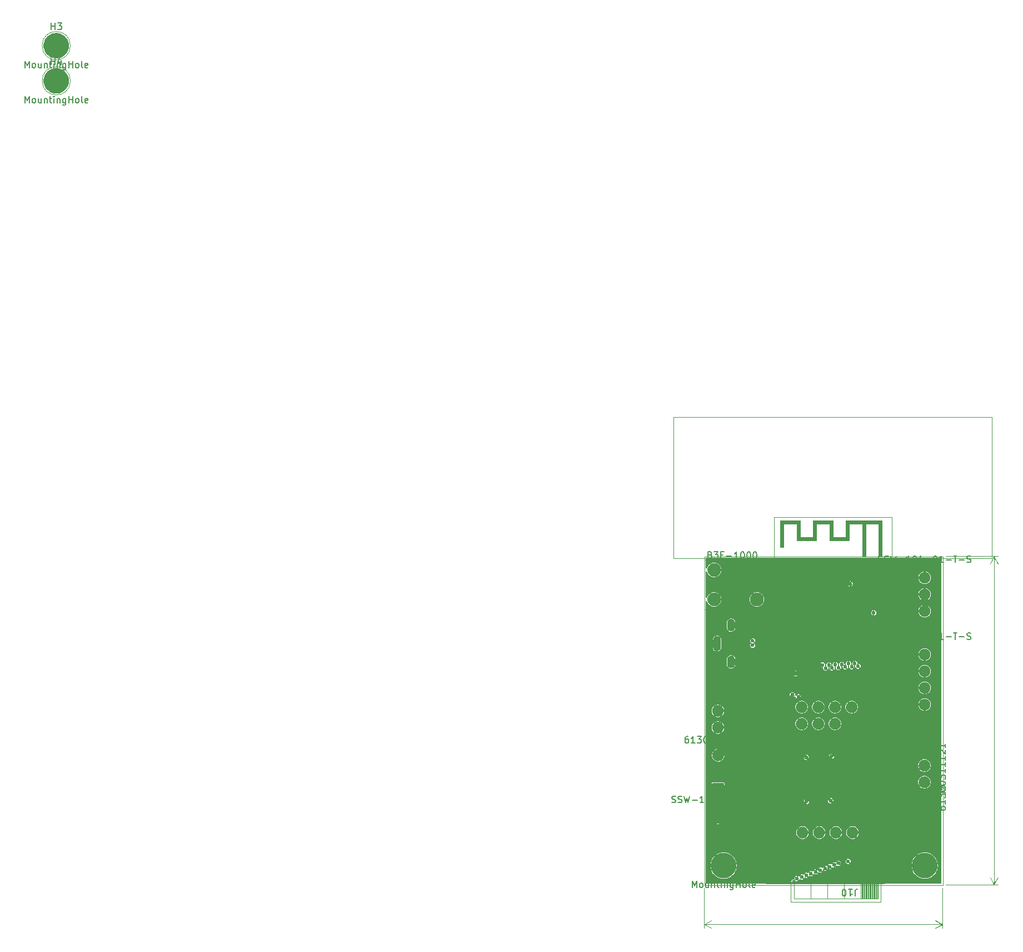
<source format=gbr>
%TF.GenerationSoftware,KiCad,Pcbnew,9.0.0*%
%TF.CreationDate,2025-03-05T00:28:22-05:00*%
%TF.ProjectId,helmetUnit,68656c6d-6574-4556-9e69-742e6b696361,rev?*%
%TF.SameCoordinates,Original*%
%TF.FileFunction,Copper,L2,Inr*%
%TF.FilePolarity,Positive*%
%FSLAX46Y46*%
G04 Gerber Fmt 4.6, Leading zero omitted, Abs format (unit mm)*
G04 Created by KiCad (PCBNEW 9.0.0) date 2025-03-05 00:28:22*
%MOMM*%
%LPD*%
G01*
G04 APERTURE LIST*
G04 Aperture macros list*
%AMRoundRect*
0 Rectangle with rounded corners*
0 $1 Rounding radius*
0 $2 $3 $4 $5 $6 $7 $8 $9 X,Y pos of 4 corners*
0 Add a 4 corners polygon primitive as box body*
4,1,4,$2,$3,$4,$5,$6,$7,$8,$9,$2,$3,0*
0 Add four circle primitives for the rounded corners*
1,1,$1+$1,$2,$3*
1,1,$1+$1,$4,$5*
1,1,$1+$1,$6,$7*
1,1,$1+$1,$8,$9*
0 Add four rect primitives between the rounded corners*
20,1,$1+$1,$2,$3,$4,$5,0*
20,1,$1+$1,$4,$5,$6,$7,0*
20,1,$1+$1,$6,$7,$8,$9,0*
20,1,$1+$1,$8,$9,$2,$3,0*%
G04 Aperture macros list end*
%TA.AperFunction,HeatsinkPad*%
%ADD10C,0.600000*%
%TD*%
%TA.AperFunction,ComponentPad*%
%ADD11C,3.800000*%
%TD*%
%TA.AperFunction,HeatsinkPad*%
%ADD12C,0.500000*%
%TD*%
%TA.AperFunction,ComponentPad*%
%ADD13R,1.700000X1.700000*%
%TD*%
%TA.AperFunction,ComponentPad*%
%ADD14O,1.700000X1.700000*%
%TD*%
%TA.AperFunction,HeatsinkPad*%
%ADD15O,1.100000X1.800000*%
%TD*%
%TA.AperFunction,HeatsinkPad*%
%ADD16O,1.100000X2.200000*%
%TD*%
%TA.AperFunction,ComponentPad*%
%ADD17C,2.000000*%
%TD*%
%TA.AperFunction,ViaPad*%
%ADD18C,0.600000*%
%TD*%
%TA.AperFunction,Conductor*%
%ADD19C,0.160000*%
%TD*%
%TA.AperFunction,SMDPad,CuDef*%
%ADD20RoundRect,0.050000X-0.225000X-0.050000X0.225000X-0.050000X0.225000X0.050000X-0.225000X0.050000X0*%
%TD*%
%TA.AperFunction,SMDPad,CuDef*%
%ADD21RoundRect,0.050000X0.050000X-0.225000X0.050000X0.225000X-0.050000X0.225000X-0.050000X-0.225000X0*%
%TD*%
%TA.AperFunction,SMDPad,CuDef*%
%ADD22RoundRect,0.162500X0.617500X0.162500X-0.617500X0.162500X-0.617500X-0.162500X0.617500X-0.162500X0*%
%TD*%
%TA.AperFunction,SMDPad,CuDef*%
%ADD23RoundRect,0.250000X-0.475000X0.337500X-0.475000X-0.337500X0.475000X-0.337500X0.475000X0.337500X0*%
%TD*%
%TA.AperFunction,SMDPad,CuDef*%
%ADD24RoundRect,0.250000X0.475000X-0.337500X0.475000X0.337500X-0.475000X0.337500X-0.475000X-0.337500X0*%
%TD*%
%TA.AperFunction,SMDPad,CuDef*%
%ADD25RoundRect,0.250001X-0.462499X-0.849999X0.462499X-0.849999X0.462499X0.849999X-0.462499X0.849999X0*%
%TD*%
%TA.AperFunction,SMDPad,CuDef*%
%ADD26RoundRect,0.250000X-0.337500X-0.475000X0.337500X-0.475000X0.337500X0.475000X-0.337500X0.475000X0*%
%TD*%
%TA.AperFunction,SMDPad,CuDef*%
%ADD27RoundRect,0.250000X0.337500X0.475000X-0.337500X0.475000X-0.337500X-0.475000X0.337500X-0.475000X0*%
%TD*%
%TA.AperFunction,HeatsinkPad*%
%ADD28R,2.700000X2.700000*%
%TD*%
%TA.AperFunction,SMDPad,CuDef*%
%ADD29RoundRect,0.062500X0.062500X0.425000X-0.062500X0.425000X-0.062500X-0.425000X0.062500X-0.425000X0*%
%TD*%
%TA.AperFunction,SMDPad,CuDef*%
%ADD30RoundRect,0.062500X0.425000X0.062500X-0.425000X0.062500X-0.425000X-0.062500X0.425000X-0.062500X0*%
%TD*%
%TA.AperFunction,SMDPad,CuDef*%
%ADD31RoundRect,0.250000X0.450000X-0.350000X0.450000X0.350000X-0.450000X0.350000X-0.450000X-0.350000X0*%
%TD*%
%TA.AperFunction,Conductor*%
%ADD32C,1.500000*%
%TD*%
%TA.AperFunction,Conductor*%
%ADD33C,0.300000*%
%TD*%
%TA.AperFunction,Conductor*%
%ADD34C,0.400000*%
%TD*%
%ADD35RoundRect,0.050000X-0.225000X-0.050000X0.225000X-0.050000X0.225000X0.050000X-0.225000X0.050000X0*%
%ADD36RoundRect,0.050000X0.050000X-0.225000X0.050000X0.225000X-0.050000X0.225000X-0.050000X-0.225000X0*%
%ADD37RoundRect,0.162500X0.617500X0.162500X-0.617500X0.162500X-0.617500X-0.162500X0.617500X-0.162500X0*%
%ADD38RoundRect,0.250000X-0.475000X0.337500X-0.475000X-0.337500X0.475000X-0.337500X0.475000X0.337500X0*%
%ADD39RoundRect,0.250000X0.475000X-0.337500X0.475000X0.337500X-0.475000X0.337500X-0.475000X-0.337500X0*%
%ADD40RoundRect,0.250001X-0.462499X-0.849999X0.462499X-0.849999X0.462499X0.849999X-0.462499X0.849999X0*%
%ADD41RoundRect,0.250000X-0.337500X-0.475000X0.337500X-0.475000X0.337500X0.475000X-0.337500X0.475000X0*%
%ADD42RoundRect,0.250000X0.337500X0.475000X-0.337500X0.475000X-0.337500X-0.475000X0.337500X-0.475000X0*%
%ADD43RoundRect,0.062500X0.062500X0.425000X-0.062500X0.425000X-0.062500X-0.425000X0.062500X-0.425000X0*%
%ADD44RoundRect,0.062500X0.425000X0.062500X-0.425000X0.062500X-0.425000X-0.062500X0.425000X-0.062500X0*%
%ADD45RoundRect,0.250000X0.335000X0.335000X-0.335000X0.335000X-0.335000X-0.335000X0.335000X-0.335000X0*%
%ADD46RoundRect,0.250000X0.450000X-0.350000X0.450000X0.350000X-0.450000X0.350000X-0.450000X-0.350000X0*%
%ADD47C,0.304800*%
%ADD48C,0.150000*%
%ADD49C,0.120000*%
%ADD50C,0.508000*%
%ADD51C,0.050000*%
%TA.AperFunction,SMDPad,CuDef*%
%ADD52RoundRect,0.250000X-0.450000X0.350000X-0.450000X-0.350000X0.450000X-0.350000X0.450000X0.350000X0*%
%TD*%
%TA.AperFunction,HeatsinkPad*%
%ADD53R,1.000000X1.000000*%
%TD*%
%TA.AperFunction,SMDPad,CuDef*%
%ADD54R,1.500000X0.900000*%
%TD*%
%TA.AperFunction,SMDPad,CuDef*%
%ADD55R,0.900000X1.500000*%
%TD*%
%TA.AperFunction,SMDPad,CuDef*%
%ADD56RoundRect,0.250000X-0.350000X-0.450000X0.350000X-0.450000X0.350000X0.450000X-0.350000X0.450000X0*%
%TD*%
%TA.AperFunction,SMDPad,CuDef*%
%ADD57R,0.304800X1.092200*%
%TD*%
%TA.AperFunction,SMDPad,CuDef*%
%ADD58R,1.500000X0.450000*%
%TD*%
%TA.AperFunction,Conductor*%
%ADD59C,0.200000*%
%TD*%
%ADD60RoundRect,0.250000X-0.450000X0.350000X-0.450000X-0.350000X0.450000X-0.350000X0.450000X0.350000X0*%
%ADD61R,1.000000X1.000000*%
%ADD62R,1.500000X0.900000*%
%ADD63R,0.900000X1.500000*%
%ADD64RoundRect,0.250000X-0.350000X-0.450000X0.350000X-0.450000X0.350000X0.450000X-0.350000X0.450000X0*%
%ADD65R,0.304800X1.092200*%
%ADD66R,1.500000X0.450000*%
%ADD67C,0.152400*%
%ADD68C,0.080000*%
%ADD69C,0.100000*%
%ADD70C,0.025400*%
%TA.AperFunction,Profile*%
%ADD71C,0.038100*%
%TD*%
G04 APERTURE END LIST*
D10*
%TO.N,GND*%
%TO.C,U1*%
X120640000Y-87590000D03*
X120640000Y-86090000D03*
X119890000Y-88340000D03*
X119890000Y-86840000D03*
X119890000Y-85340000D03*
X119140000Y-87590000D03*
X119140000Y-86090000D03*
X118390000Y-88340000D03*
X118390000Y-86840000D03*
X118390000Y-85340000D03*
X117640000Y-87590000D03*
X117640000Y-86090000D03*
%TD*%
D11*
%TO.N,N/C*%
%TO.C,H4*%
X2175000Y-7525000D03*
%TD*%
%TO.N,N/C*%
%TO.C,H3*%
X2175000Y-2175000D03*
%TD*%
D12*
%TO.N,GND*%
%TO.C,U3*%
X117209968Y-114881050D03*
X117209968Y-112681050D03*
X119409968Y-114881050D03*
X119409968Y-112681050D03*
%TD*%
D11*
%TO.N,N/C*%
%TO.C,H2*%
X103850000Y-127000000D03*
%TD*%
D13*
%TO.N,GND*%
%TO.C,J2*%
X134475000Y-105050000D03*
D14*
%TO.N,Net-(J2-Pin_2)*%
X134475000Y-102510000D03*
%TO.N,Net-(J2-Pin_3)*%
X134475000Y-99970000D03*
%TO.N,Net-(J2-Pin_4)*%
X134475000Y-97430000D03*
%TO.N,Net-(J2-Pin_5)*%
X134475000Y-94890000D03*
%TD*%
%TO.N,unconnected-(J5-Pin_3-Pad3)*%
%TO.C,J5*%
X134450000Y-114320000D03*
%TO.N,Net-(J5-Pin_2)*%
X134450000Y-111780000D03*
D13*
%TO.N,GND*%
X134450000Y-109240000D03*
%TD*%
D14*
%TO.N,+3.7V*%
%TO.C,J7*%
X103020000Y-119745000D03*
D13*
%TO.N,GND*%
X103020000Y-122285000D03*
%TD*%
D15*
%TO.N,N/C*%
%TO.C,J3*%
X105000000Y-90400000D03*
D16*
X102850000Y-93200000D03*
D15*
X105000000Y-96000000D03*
%TD*%
D13*
%TO.N,GND*%
%TO.C,J4*%
X103000000Y-100920000D03*
D14*
%TO.N,Net-(J4-Pin_2)*%
X103000000Y-103460000D03*
%TO.N,unconnected-(J4-Pin_3-Pad3)*%
X103000000Y-106000000D03*
%TD*%
%TO.N,+5V*%
%TO.C,J8*%
X103020000Y-110230000D03*
%TO.N,VCC*%
X103020000Y-112770000D03*
D13*
%TO.N,+3.7V*%
X103020000Y-115310000D03*
%TD*%
D17*
%TO.N,unconnected-(S1-Pad1)*%
%TO.C,S1*%
X108930000Y-86498000D03*
%TO.N,Net-(U1-EN)*%
X102430000Y-86498000D03*
%TO.N,GND*%
X108930000Y-81998000D03*
%TO.N,unconnected-(S1-Pad4)*%
X102430000Y-81998000D03*
%TD*%
D13*
%TO.N,GND*%
%TO.C,J1*%
X134475000Y-90800000D03*
D14*
%TO.N,Net-(J1-Pin_2)*%
X134475000Y-88260000D03*
%TO.N,Net-(J1-Pin_3)*%
X134475000Y-85720000D03*
%TO.N,+3V3*%
X134475000Y-83180000D03*
%TD*%
D13*
%TO.N,GND*%
%TO.C,J9*%
X126040000Y-122000000D03*
D14*
%TO.N,SDA*%
X123500000Y-122000000D03*
%TO.N,SCL*%
X120960000Y-122000000D03*
%TO.N,INT_HR*%
X118420000Y-122000000D03*
%TO.N,+3V3*%
X115880000Y-122000000D03*
%TD*%
D11*
%TO.N,N/C*%
%TO.C,H1*%
X134500000Y-127000000D03*
%TD*%
D14*
%TO.N,SPIMOS_TAG*%
%TO.C,J6*%
X115750000Y-102890000D03*
%TO.N,+3V3*%
X115750000Y-105430000D03*
%TO.N,SPIMISO_TAG*%
X118290000Y-102890000D03*
%TO.N,SPICSN_TAG*%
X118290000Y-105430000D03*
%TO.N,SPICLK_TAG*%
X120830000Y-102890000D03*
%TO.N,unconnected-(J6-Pin_3-Pad3)*%
X120830000Y-105430000D03*
%TO.N,IRQ_TAG*%
X123370000Y-102890000D03*
D13*
%TO.N,GND*%
X123370000Y-105430000D03*
%TD*%
D18*
%TO.N,GND*%
X118060000Y-126750000D03*
%TO.N,SCL*%
X126730000Y-88520000D03*
X114345000Y-101005000D03*
%TO.N,SDA*%
X115240000Y-101330000D03*
%TO.N,GND*%
X117551200Y-96824800D03*
X109370000Y-95100000D03*
X108230000Y-95280000D03*
X106771000Y-83268000D03*
X104612000Y-83268000D03*
X114010000Y-81828000D03*
%TO.N,VSYNC_CAM*%
X122830000Y-126380000D03*
%TO.N,HREF_CAM*%
X121338144Y-126661000D03*
%TO.N,Y9_CAM*%
X120688141Y-126922000D03*
%TO.N,XCLK_CAM*%
X119990792Y-127183000D03*
%TO.N,Y8_CAM*%
X119292843Y-127444000D03*
%TO.N,Y7_CAM*%
X118595494Y-127705000D03*
%TO.N,PCLK_CAM*%
X117897367Y-127966000D03*
%TO.N,Y6_CAM*%
X117165479Y-128227000D03*
%TO.N,Y2_CAM*%
X116468130Y-128488000D03*
%TO.N,Y5_CAM*%
X115770781Y-128749000D03*
%TO.N,Y3_CAM*%
X115040000Y-128970000D03*
%TO.N,Y4_CAM*%
X114560000Y-129500000D03*
%TO.N,Y3_CAM*%
X123858121Y-96199625D03*
%TO.N,Y5_CAM*%
X123378121Y-96750987D03*
%TO.N,Y2_CAM*%
X122895194Y-96244247D03*
%TO.N,Y6_CAM*%
X122415194Y-96770489D03*
%TO.N,PCLK_CAM*%
X121844946Y-96364508D03*
%TO.N,Y7_CAM*%
X121364946Y-96894042D03*
%TO.N,Y8_CAM*%
X120868309Y-96400732D03*
%TO.N,XCLK_CAM*%
X120388309Y-96950162D03*
%TO.N,Y9_CAM*%
X119900000Y-96448607D03*
%TO.N,HREF_CAM*%
X119420000Y-96962958D03*
%TO.N,VSYNC_CAM*%
X118940000Y-96450000D03*
%TO.N,GND*%
X129250000Y-81490000D03*
X121757000Y-86400000D03*
X121757000Y-82590000D03*
X126005500Y-82633000D03*
%TO.N,INT_IMU*%
X123139200Y-84124800D03*
%TO.N,SCL*%
X129250000Y-82760000D03*
%TO.N,SDA*%
X129250000Y-84030000D03*
%TO.N,Net-(U1-EN)*%
X111750000Y-84030000D03*
%TO.N,/D-*%
X108281600Y-92766400D03*
%TO.N,/D+*%
X108281600Y-93466400D03*
%TO.N,/C-*%
X114851200Y-95874800D03*
%TO.N,+5V*%
X106781600Y-91846400D03*
X106781600Y-91135200D03*
%TO.N,+3V3*%
X120285810Y-110404250D03*
%TO.N,+1V8*%
X109524620Y-112690250D03*
X109490810Y-111293250D03*
%TO.N,+3V3*%
X127089620Y-112690250D03*
%TO.N,+2V65*%
X116475810Y-117262250D03*
X109524620Y-115484250D03*
X109649620Y-118024250D03*
X109490810Y-116881250D03*
%TO.N,+1V25*%
X127016810Y-116881250D03*
X120158810Y-117135250D03*
X127089620Y-115484250D03*
X126964620Y-118024250D03*
%TO.N,+3V3*%
X126964620Y-110150250D03*
%TO.N,+1V8*%
X109649620Y-110150250D03*
X116475810Y-110531250D03*
%TO.N,GND*%
X118309968Y-113781050D03*
X124889620Y-118024250D03*
X115078810Y-113781050D03*
X117809968Y-110531250D03*
X121555810Y-114281050D03*
X113989120Y-114976250D03*
X122625120Y-114976250D03*
X124889620Y-110150250D03*
X113989120Y-113198250D03*
X115078810Y-114281050D03*
X111724620Y-110150250D03*
%TO.N,+3V3*%
X127143810Y-111293250D03*
%TO.N,GND*%
X118309968Y-113781050D03*
X111724620Y-118024250D03*
X122625120Y-113198250D03*
X121555810Y-113781050D03*
X117269620Y-109388250D03*
%TO.N,/C+*%
X114851200Y-97774800D03*
%TO.N,Y4_CAM*%
X124367609Y-96679651D03*
%TD*%
D19*
%TO.N,VSYNC_CAM*%
X122556805Y-100780000D02*
X118940000Y-97163195D01*
X124860000Y-100780000D02*
X122556805Y-100780000D01*
X130199000Y-106119000D02*
X124860000Y-100780000D01*
X118940000Y-97163195D02*
X118940000Y-96450000D01*
X130199000Y-123801890D02*
X130199000Y-106119000D01*
X127401890Y-126599000D02*
X130199000Y-123801890D01*
X122830000Y-126380000D02*
X123049000Y-126599000D01*
X123049000Y-126599000D02*
X127401890Y-126599000D01*
%TO.N,Y4_CAM*%
X114570000Y-129490000D02*
X114560000Y-129500000D01*
X128560374Y-129488000D02*
X128558959Y-129488001D01*
X133061000Y-124987374D02*
X128560374Y-129488000D01*
X125606958Y-97919000D02*
X126045070Y-97919000D01*
X133061004Y-104934934D02*
X133061000Y-124987374D01*
X126045070Y-97919000D02*
X133061004Y-104934934D01*
X128558959Y-129488001D02*
X128556958Y-129490002D01*
X128556958Y-129490002D02*
X114570000Y-129490000D01*
X124367609Y-96679651D02*
X125606958Y-97919000D01*
%TO.N,Y3_CAM*%
X115299000Y-129229000D02*
X115040000Y-128970000D01*
X128450264Y-129229000D02*
X115299000Y-129229000D01*
X128451263Y-129228001D02*
X128450264Y-129229000D01*
X128452678Y-129228000D02*
X128451263Y-129228001D01*
X132801000Y-124879678D02*
X128452678Y-129228000D01*
X132801004Y-105042630D02*
X132801000Y-124879678D01*
X125937374Y-98179000D02*
X132801004Y-105042630D01*
X125477374Y-98179000D02*
X125937374Y-98179000D01*
X125477372Y-98178998D02*
X125477374Y-98179000D01*
X125385957Y-98178997D02*
X125477372Y-98178998D01*
X125346960Y-98139999D02*
X125385957Y-98178997D01*
X125147719Y-98139998D02*
X125346960Y-98139999D01*
X123858121Y-96850400D02*
X125147719Y-98139998D01*
X123858121Y-96199625D02*
X123858121Y-96850400D01*
%TO.N,Y5_CAM*%
X115989781Y-128968000D02*
X115770781Y-128749000D01*
X128344982Y-128968000D02*
X115989781Y-128968000D01*
X132541000Y-124771982D02*
X128344982Y-128968000D01*
X132541004Y-105150326D02*
X132541000Y-124771982D01*
X125829678Y-98439000D02*
X132541004Y-105150326D01*
X125278264Y-98439000D02*
X125829678Y-98439000D01*
X125239263Y-98399999D02*
X125278264Y-98439000D01*
X125038609Y-98399998D02*
X125239263Y-98399999D01*
X123389598Y-96750987D02*
X125038609Y-98399998D01*
X123378121Y-96750987D02*
X123389598Y-96750987D01*
%TO.N,Y2_CAM*%
X116650000Y-128669870D02*
X116468130Y-128488000D01*
X116650000Y-128707000D02*
X116650000Y-128669870D01*
X128236872Y-128707000D02*
X116650000Y-128707000D01*
X132280000Y-124663872D02*
X128236872Y-128707000D01*
X132280004Y-105258436D02*
X132280000Y-124663872D01*
X125721568Y-98700000D02*
X132280004Y-105258436D01*
X124640000Y-98700000D02*
X125721568Y-98700000D01*
X122895194Y-96955194D02*
X124640000Y-98700000D01*
X122895194Y-96244247D02*
X122895194Y-96955194D01*
%TO.N,Y6_CAM*%
X117384479Y-128446000D02*
X117165479Y-128227000D01*
X128130176Y-128446000D02*
X117384479Y-128446000D01*
%TO.N,PCLK_CAM*%
X128023480Y-128185000D02*
X118116367Y-128185000D01*
X131760002Y-105473826D02*
X131760000Y-124448480D01*
%TO.N,Y6_CAM*%
X122415194Y-96770489D02*
X122415194Y-96844304D01*
%TO.N,PCLK_CAM*%
X125506176Y-99220000D02*
X131760002Y-105473826D01*
%TO.N,Y7_CAM*%
X131500000Y-124340784D02*
X127916784Y-127924000D01*
%TO.N,Y6_CAM*%
X132020002Y-105366130D02*
X132020000Y-124556176D01*
%TO.N,Y7_CAM*%
X125398480Y-99480000D02*
X131500000Y-105581520D01*
%TO.N,Y8_CAM*%
X131240000Y-105689216D02*
X131240000Y-124233088D01*
%TO.N,PCLK_CAM*%
X131760000Y-124448480D02*
X128023480Y-128185000D01*
%TO.N,Y8_CAM*%
X123530666Y-99739999D02*
X125290784Y-99740000D01*
X120868309Y-97077642D02*
X123530666Y-99739999D01*
%TO.N,Y7_CAM*%
X127916784Y-127924000D02*
X118814494Y-127924000D01*
%TO.N,Y8_CAM*%
X120868309Y-96400732D02*
X120868309Y-97077642D01*
%TO.N,XCLK_CAM*%
X130980000Y-105796912D02*
X130980000Y-124125392D01*
X125183088Y-100000000D02*
X130980000Y-105796912D01*
X123421557Y-100000000D02*
X125183088Y-100000000D01*
X120388309Y-96966752D02*
X123421557Y-100000000D01*
%TO.N,Y7_CAM*%
X121364946Y-96894042D02*
X123950903Y-99479999D01*
%TO.N,Y9_CAM*%
X120907141Y-127141000D02*
X120688141Y-126922000D01*
X130720000Y-124017696D02*
X127596696Y-127141000D01*
X130720000Y-105904608D02*
X130720000Y-124017696D01*
X125075392Y-100260000D02*
X130720000Y-105904608D01*
X123017910Y-100260000D02*
X125075392Y-100260000D01*
X127596696Y-127141000D02*
X120907141Y-127141000D01*
X119900000Y-96448607D02*
X119900000Y-97142090D01*
%TO.N,Y6_CAM*%
X125613872Y-98960000D02*
X132020002Y-105366130D01*
%TO.N,Y9_CAM*%
X119900000Y-97142090D02*
X123017910Y-100260000D01*
%TO.N,HREF_CAM*%
X121537144Y-126860000D02*
X121338144Y-126661000D01*
%TO.N,Y8_CAM*%
X119511843Y-127663000D02*
X119292843Y-127444000D01*
%TO.N,Y7_CAM*%
X123950903Y-99479999D02*
X125398480Y-99480000D01*
%TO.N,HREF_CAM*%
X127510000Y-126860000D02*
X121537144Y-126860000D01*
%TO.N,Y7_CAM*%
X131500000Y-105581520D02*
X131500000Y-124340784D01*
%TO.N,PCLK_CAM*%
X121844946Y-96364508D02*
X121844946Y-96880478D01*
%TO.N,HREF_CAM*%
X130460000Y-106012304D02*
X130460000Y-123910000D01*
X124967696Y-100520000D02*
X130460000Y-106012304D01*
X122908800Y-100520000D02*
X124967696Y-100520000D01*
X130460000Y-123910000D02*
X127510000Y-126860000D01*
%TO.N,Y6_CAM*%
X132020000Y-124556176D02*
X128130176Y-128446000D01*
X124530890Y-98960000D02*
X125613872Y-98960000D01*
%TO.N,HREF_CAM*%
X119420000Y-97031200D02*
X122908800Y-100520000D01*
%TO.N,Y8_CAM*%
X127810088Y-127663000D02*
X119511843Y-127663000D01*
%TO.N,Y6_CAM*%
X122415194Y-96844304D02*
X124530890Y-98960000D01*
%TO.N,XCLK_CAM*%
X130980000Y-124125392D02*
X127703392Y-127402000D01*
%TO.N,Y8_CAM*%
X131240000Y-124233088D02*
X127810088Y-127663000D01*
%TO.N,XCLK_CAM*%
X127703392Y-127402000D02*
X120209792Y-127402000D01*
%TO.N,PCLK_CAM*%
X118116367Y-128185000D02*
X117897367Y-127966000D01*
%TO.N,XCLK_CAM*%
X120209792Y-127402000D02*
X119990792Y-127183000D01*
%TO.N,Y7_CAM*%
X118814494Y-127924000D02*
X118595494Y-127705000D01*
%TO.N,HREF_CAM*%
X119420000Y-96962958D02*
X119420000Y-97031200D01*
%TO.N,Y8_CAM*%
X125290784Y-99740000D02*
X131240000Y-105689216D01*
%TO.N,XCLK_CAM*%
X120388309Y-96950162D02*
X120388309Y-96966752D01*
%TO.N,PCLK_CAM*%
X121844946Y-96880478D02*
X124184468Y-99220000D01*
X124184468Y-99220000D02*
X125506176Y-99220000D01*
%TD*%
%TA.AperFunction,Conductor*%
%TO.N,GND*%
G36*
X136993539Y-80186185D02*
G01*
X137039294Y-80238989D01*
X137050500Y-80290500D01*
X137050500Y-129675500D01*
X137030815Y-129742539D01*
X136978011Y-129788294D01*
X136926500Y-129799500D01*
X128803501Y-129799500D01*
X128736462Y-129779815D01*
X128690707Y-129727011D01*
X128680763Y-129657853D01*
X128709788Y-129594297D01*
X128715820Y-129587819D01*
X131434768Y-126868872D01*
X132499500Y-126868872D01*
X132499500Y-127131127D01*
X132511399Y-127221500D01*
X132533730Y-127391116D01*
X132588080Y-127593954D01*
X132601602Y-127644418D01*
X132601605Y-127644428D01*
X132701953Y-127886690D01*
X132701958Y-127886700D01*
X132833075Y-128113803D01*
X132992718Y-128321851D01*
X132992726Y-128321860D01*
X133178140Y-128507274D01*
X133178148Y-128507281D01*
X133386196Y-128666924D01*
X133613299Y-128798041D01*
X133613309Y-128798046D01*
X133855571Y-128898394D01*
X133855581Y-128898398D01*
X134108884Y-128966270D01*
X134368880Y-129000500D01*
X134368887Y-129000500D01*
X134631113Y-129000500D01*
X134631120Y-129000500D01*
X134891116Y-128966270D01*
X135144419Y-128898398D01*
X135344762Y-128815413D01*
X135386690Y-128798046D01*
X135386691Y-128798045D01*
X135386697Y-128798043D01*
X135613803Y-128666924D01*
X135821851Y-128507282D01*
X135821855Y-128507277D01*
X135821860Y-128507274D01*
X136007274Y-128321860D01*
X136007277Y-128321855D01*
X136007282Y-128321851D01*
X136166924Y-128113803D01*
X136298043Y-127886697D01*
X136398398Y-127644419D01*
X136466270Y-127391116D01*
X136500500Y-127131120D01*
X136500500Y-126868880D01*
X136466270Y-126608884D01*
X136398398Y-126355581D01*
X136392160Y-126340520D01*
X136298046Y-126113309D01*
X136298041Y-126113299D01*
X136166924Y-125886196D01*
X136007281Y-125678148D01*
X136007274Y-125678140D01*
X135821860Y-125492726D01*
X135821851Y-125492718D01*
X135613803Y-125333075D01*
X135386700Y-125201958D01*
X135386690Y-125201953D01*
X135144428Y-125101605D01*
X135144421Y-125101603D01*
X135144419Y-125101602D01*
X134891116Y-125033730D01*
X134833339Y-125026123D01*
X134631127Y-124999500D01*
X134631120Y-124999500D01*
X134368880Y-124999500D01*
X134368872Y-124999500D01*
X134137772Y-125029926D01*
X134108884Y-125033730D01*
X133900295Y-125089621D01*
X133855581Y-125101602D01*
X133855571Y-125101605D01*
X133613309Y-125201953D01*
X133613299Y-125201958D01*
X133386196Y-125333075D01*
X133178148Y-125492718D01*
X132992718Y-125678148D01*
X132833075Y-125886196D01*
X132701958Y-126113299D01*
X132701953Y-126113309D01*
X132601605Y-126355571D01*
X132601602Y-126355581D01*
X132534563Y-126605778D01*
X132533730Y-126608885D01*
X132499500Y-126868872D01*
X131434768Y-126868872D01*
X131526500Y-126777140D01*
X133214019Y-125089621D01*
X133214019Y-125089620D01*
X133214021Y-125089619D01*
X133227760Y-125056448D01*
X133241500Y-125023278D01*
X133241502Y-114226379D01*
X133499500Y-114226379D01*
X133499500Y-114413620D01*
X133536025Y-114597243D01*
X133536027Y-114597251D01*
X133607676Y-114770228D01*
X133607681Y-114770237D01*
X133711697Y-114925907D01*
X133711700Y-114925911D01*
X133844088Y-115058299D01*
X133844092Y-115058302D01*
X133999762Y-115162318D01*
X133999771Y-115162323D01*
X134003267Y-115163771D01*
X134172749Y-115233973D01*
X134356379Y-115270499D01*
X134356383Y-115270500D01*
X134356384Y-115270500D01*
X134543617Y-115270500D01*
X134543618Y-115270499D01*
X134727251Y-115233973D01*
X134900231Y-115162322D01*
X135055908Y-115058302D01*
X135188302Y-114925908D01*
X135292322Y-114770231D01*
X135363973Y-114597251D01*
X135400500Y-114413616D01*
X135400500Y-114226384D01*
X135363973Y-114042749D01*
X135292322Y-113869769D01*
X135292321Y-113869768D01*
X135292318Y-113869762D01*
X135188302Y-113714092D01*
X135188299Y-113714088D01*
X135055911Y-113581700D01*
X135055907Y-113581697D01*
X134900237Y-113477681D01*
X134900228Y-113477676D01*
X134727251Y-113406027D01*
X134727243Y-113406025D01*
X134543620Y-113369500D01*
X134543616Y-113369500D01*
X134356384Y-113369500D01*
X134356379Y-113369500D01*
X134172756Y-113406025D01*
X134172748Y-113406027D01*
X133999771Y-113477676D01*
X133999762Y-113477681D01*
X133844092Y-113581697D01*
X133844088Y-113581700D01*
X133711700Y-113714088D01*
X133711697Y-113714092D01*
X133607681Y-113869762D01*
X133607676Y-113869771D01*
X133536027Y-114042748D01*
X133536025Y-114042756D01*
X133499500Y-114226379D01*
X133241502Y-114226379D01*
X133241502Y-113010728D01*
X133241503Y-111686379D01*
X133499500Y-111686379D01*
X133499500Y-111873620D01*
X133536025Y-112057243D01*
X133536027Y-112057251D01*
X133607676Y-112230228D01*
X133607681Y-112230237D01*
X133711697Y-112385907D01*
X133711700Y-112385911D01*
X133844088Y-112518299D01*
X133844092Y-112518302D01*
X133999762Y-112622318D01*
X133999768Y-112622321D01*
X133999769Y-112622322D01*
X134172749Y-112693973D01*
X134356379Y-112730499D01*
X134356383Y-112730500D01*
X134356384Y-112730500D01*
X134543617Y-112730500D01*
X134543618Y-112730499D01*
X134727251Y-112693973D01*
X134900231Y-112622322D01*
X135055908Y-112518302D01*
X135188302Y-112385908D01*
X135292322Y-112230231D01*
X135363973Y-112057251D01*
X135400500Y-111873616D01*
X135400500Y-111686384D01*
X135363973Y-111502749D01*
X135292322Y-111329769D01*
X135292321Y-111329768D01*
X135292318Y-111329762D01*
X135188302Y-111174092D01*
X135188299Y-111174088D01*
X135055911Y-111041700D01*
X135055907Y-111041697D01*
X134900237Y-110937681D01*
X134900228Y-110937676D01*
X134727251Y-110866027D01*
X134727243Y-110866025D01*
X134543620Y-110829500D01*
X134543616Y-110829500D01*
X134356384Y-110829500D01*
X134356379Y-110829500D01*
X134172756Y-110866025D01*
X134172748Y-110866027D01*
X133999771Y-110937676D01*
X133999762Y-110937681D01*
X133844092Y-111041697D01*
X133844088Y-111041700D01*
X133711700Y-111174088D01*
X133711697Y-111174092D01*
X133607681Y-111329762D01*
X133607676Y-111329771D01*
X133536027Y-111502748D01*
X133536025Y-111502756D01*
X133499500Y-111686379D01*
X133241503Y-111686379D01*
X133241503Y-111680292D01*
X133241503Y-109279500D01*
X133241504Y-104899030D01*
X133233455Y-104879599D01*
X133214025Y-104832689D01*
X130797715Y-102416379D01*
X133524500Y-102416379D01*
X133524500Y-102603620D01*
X133561025Y-102787243D01*
X133561027Y-102787251D01*
X133632676Y-102960228D01*
X133632681Y-102960237D01*
X133736697Y-103115907D01*
X133736700Y-103115911D01*
X133869088Y-103248299D01*
X133869092Y-103248302D01*
X134024762Y-103352318D01*
X134024771Y-103352323D01*
X134063956Y-103368554D01*
X134197749Y-103423973D01*
X134381379Y-103460499D01*
X134381383Y-103460500D01*
X134381384Y-103460500D01*
X134568617Y-103460500D01*
X134568618Y-103460499D01*
X134752251Y-103423973D01*
X134925231Y-103352322D01*
X135080908Y-103248302D01*
X135213302Y-103115908D01*
X135317322Y-102960231D01*
X135388973Y-102787251D01*
X135425500Y-102603616D01*
X135425500Y-102416384D01*
X135388973Y-102232749D01*
X135317322Y-102059769D01*
X135317321Y-102059768D01*
X135317318Y-102059762D01*
X135213302Y-101904092D01*
X135213299Y-101904088D01*
X135080911Y-101771700D01*
X135080907Y-101771697D01*
X134925237Y-101667681D01*
X134925228Y-101667676D01*
X134752251Y-101596027D01*
X134752243Y-101596025D01*
X134568620Y-101559500D01*
X134568616Y-101559500D01*
X134381384Y-101559500D01*
X134381379Y-101559500D01*
X134197756Y-101596025D01*
X134197748Y-101596027D01*
X134024771Y-101667676D01*
X134024762Y-101667681D01*
X133869092Y-101771697D01*
X133869088Y-101771700D01*
X133736700Y-101904088D01*
X133736697Y-101904092D01*
X133632681Y-102059762D01*
X133632676Y-102059771D01*
X133561027Y-102232748D01*
X133561025Y-102232756D01*
X133524500Y-102416379D01*
X130797715Y-102416379D01*
X128257715Y-99876379D01*
X133524500Y-99876379D01*
X133524500Y-100063620D01*
X133561025Y-100247243D01*
X133561027Y-100247251D01*
X133632676Y-100420228D01*
X133632681Y-100420237D01*
X133736697Y-100575907D01*
X133736700Y-100575911D01*
X133869088Y-100708299D01*
X133869092Y-100708302D01*
X134024762Y-100812318D01*
X134024768Y-100812321D01*
X134024769Y-100812322D01*
X134197749Y-100883973D01*
X134381379Y-100920499D01*
X134381383Y-100920500D01*
X134381384Y-100920500D01*
X134568617Y-100920500D01*
X134568618Y-100920499D01*
X134752251Y-100883973D01*
X134925231Y-100812322D01*
X135080908Y-100708302D01*
X135213302Y-100575908D01*
X135317322Y-100420231D01*
X135388973Y-100247251D01*
X135425500Y-100063616D01*
X135425500Y-99876384D01*
X135388973Y-99692749D01*
X135317322Y-99519769D01*
X135317321Y-99519768D01*
X135317318Y-99519762D01*
X135213302Y-99364092D01*
X135213299Y-99364088D01*
X135080911Y-99231700D01*
X135080907Y-99231697D01*
X134925237Y-99127681D01*
X134925228Y-99127676D01*
X134752251Y-99056027D01*
X134752243Y-99056025D01*
X134568620Y-99019500D01*
X134568616Y-99019500D01*
X134381384Y-99019500D01*
X134381379Y-99019500D01*
X134197756Y-99056025D01*
X134197748Y-99056027D01*
X134024771Y-99127676D01*
X134024762Y-99127681D01*
X133869092Y-99231697D01*
X133869088Y-99231700D01*
X133736700Y-99364088D01*
X133736697Y-99364092D01*
X133632681Y-99519762D01*
X133632676Y-99519771D01*
X133561027Y-99692748D01*
X133561025Y-99692756D01*
X133524500Y-99876379D01*
X128257715Y-99876379D01*
X126147315Y-97765979D01*
X126147314Y-97765978D01*
X126123859Y-97756263D01*
X126100404Y-97746548D01*
X126080974Y-97738500D01*
X126080973Y-97738500D01*
X125733086Y-97738500D01*
X125666047Y-97718815D01*
X125645405Y-97702181D01*
X125279603Y-97336379D01*
X133524500Y-97336379D01*
X133524500Y-97523620D01*
X133561025Y-97707243D01*
X133561027Y-97707251D01*
X133632676Y-97880228D01*
X133632681Y-97880237D01*
X133736697Y-98035907D01*
X133736700Y-98035911D01*
X133869088Y-98168299D01*
X133869092Y-98168302D01*
X134024762Y-98272318D01*
X134024768Y-98272321D01*
X134024769Y-98272322D01*
X134197749Y-98343973D01*
X134381379Y-98380499D01*
X134381383Y-98380500D01*
X134381384Y-98380500D01*
X134568617Y-98380500D01*
X134568618Y-98380499D01*
X134752251Y-98343973D01*
X134925231Y-98272322D01*
X135080908Y-98168302D01*
X135213302Y-98035908D01*
X135317322Y-97880231D01*
X135388973Y-97707251D01*
X135425500Y-97523616D01*
X135425500Y-97336384D01*
X135388973Y-97152749D01*
X135317322Y-96979769D01*
X135317321Y-96979768D01*
X135317318Y-96979762D01*
X135213302Y-96824092D01*
X135213299Y-96824088D01*
X135080911Y-96691700D01*
X135080907Y-96691697D01*
X134925237Y-96587681D01*
X134925228Y-96587676D01*
X134752251Y-96516027D01*
X134752243Y-96516025D01*
X134568620Y-96479500D01*
X134568616Y-96479500D01*
X134381384Y-96479500D01*
X134381379Y-96479500D01*
X134197756Y-96516025D01*
X134197748Y-96516027D01*
X134024771Y-96587676D01*
X134024762Y-96587681D01*
X133869092Y-96691697D01*
X133869088Y-96691700D01*
X133736700Y-96824088D01*
X133736697Y-96824092D01*
X133632681Y-96979762D01*
X133632676Y-96979771D01*
X133561027Y-97152748D01*
X133561025Y-97152756D01*
X133524500Y-97336379D01*
X125279603Y-97336379D01*
X124799182Y-96855958D01*
X124765697Y-96794635D01*
X124767089Y-96736181D01*
X124768109Y-96732378D01*
X124768109Y-96626924D01*
X124740816Y-96525064D01*
X124688089Y-96433738D01*
X124613522Y-96359171D01*
X124522196Y-96306444D01*
X124420336Y-96279151D01*
X124382621Y-96279151D01*
X124315582Y-96259466D01*
X124269827Y-96206662D01*
X124258621Y-96155151D01*
X124258621Y-96146900D01*
X124258621Y-96146898D01*
X124231328Y-96045038D01*
X124178601Y-95953712D01*
X124104034Y-95879145D01*
X124012708Y-95826418D01*
X123910848Y-95799125D01*
X123805394Y-95799125D01*
X123703534Y-95826418D01*
X123703531Y-95826419D01*
X123612206Y-95879146D01*
X123537642Y-95953710D01*
X123484915Y-96045035D01*
X123481805Y-96052545D01*
X123479941Y-96051773D01*
X123449218Y-96102164D01*
X123386367Y-96132684D01*
X123316992Y-96124379D01*
X123263121Y-96079887D01*
X123258444Y-96072414D01*
X123215674Y-95998334D01*
X123141107Y-95923767D01*
X123049781Y-95871040D01*
X122947921Y-95843747D01*
X122842467Y-95843747D01*
X122740607Y-95871040D01*
X122740604Y-95871041D01*
X122649279Y-95923768D01*
X122574715Y-95998332D01*
X122521988Y-96089657D01*
X122521987Y-96089660D01*
X122494694Y-96191520D01*
X122494694Y-96245989D01*
X122492143Y-96254674D01*
X122493432Y-96263636D01*
X122482453Y-96287676D01*
X122475009Y-96313028D01*
X122468168Y-96318955D01*
X122464407Y-96327192D01*
X122442172Y-96341481D01*
X122422205Y-96358783D01*
X122411690Y-96361070D01*
X122405629Y-96364966D01*
X122370694Y-96369989D01*
X122356191Y-96369989D01*
X122289152Y-96350304D01*
X122243397Y-96297500D01*
X122236416Y-96278082D01*
X122235671Y-96275300D01*
X122218153Y-96209921D01*
X122165426Y-96118595D01*
X122090859Y-96044028D01*
X121999533Y-95991301D01*
X121897673Y-95964008D01*
X121792219Y-95964008D01*
X121690359Y-95991301D01*
X121690356Y-95991302D01*
X121599031Y-96044029D01*
X121524467Y-96118593D01*
X121471740Y-96209918D01*
X121471737Y-96209925D01*
X121469610Y-96217864D01*
X121433242Y-96277522D01*
X121370394Y-96308048D01*
X121301018Y-96299750D01*
X121247143Y-96255262D01*
X121242450Y-96247764D01*
X121241516Y-96246147D01*
X121241516Y-96246145D01*
X121188789Y-96154819D01*
X121114222Y-96080252D01*
X121026121Y-96029387D01*
X121022898Y-96027526D01*
X121022897Y-96027525D01*
X121022896Y-96027525D01*
X120921036Y-96000232D01*
X120815582Y-96000232D01*
X120713722Y-96027525D01*
X120713719Y-96027526D01*
X120622394Y-96080253D01*
X120547830Y-96154817D01*
X120495103Y-96246142D01*
X120495100Y-96246150D01*
X120493481Y-96252192D01*
X120457114Y-96311851D01*
X120394266Y-96342377D01*
X120324890Y-96334079D01*
X120271014Y-96289591D01*
X120266327Y-96282104D01*
X120220480Y-96202694D01*
X120145913Y-96128127D01*
X120062359Y-96079887D01*
X120054589Y-96075401D01*
X120054588Y-96075400D01*
X120054587Y-96075400D01*
X119952727Y-96048107D01*
X119847273Y-96048107D01*
X119745413Y-96075400D01*
X119745410Y-96075401D01*
X119654085Y-96128128D01*
X119579520Y-96202693D01*
X119526983Y-96293688D01*
X119476416Y-96341903D01*
X119407808Y-96355125D01*
X119342944Y-96329157D01*
X119312210Y-96293687D01*
X119260480Y-96204087D01*
X119185913Y-96129520D01*
X119094587Y-96076793D01*
X118992727Y-96049500D01*
X118887273Y-96049500D01*
X118785413Y-96076793D01*
X118785410Y-96076794D01*
X118694085Y-96129521D01*
X118619521Y-96204085D01*
X118566794Y-96295410D01*
X118566793Y-96295413D01*
X118539500Y-96397273D01*
X118539500Y-96502727D01*
X118566793Y-96604587D01*
X118619520Y-96695913D01*
X118694087Y-96770480D01*
X118697493Y-96772446D01*
X118699794Y-96774859D01*
X118700538Y-96775430D01*
X118700449Y-96775545D01*
X118745712Y-96823010D01*
X118759500Y-96879837D01*
X118759500Y-97199096D01*
X118759501Y-97199101D01*
X118786976Y-97265434D01*
X118786977Y-97265436D01*
X118786979Y-97265440D01*
X122454560Y-100933021D01*
X122501040Y-100952273D01*
X122520901Y-100960500D01*
X122520902Y-100960500D01*
X122592709Y-100960500D01*
X124733872Y-100960500D01*
X124800911Y-100980185D01*
X124821553Y-100996819D01*
X129982181Y-106157447D01*
X130015666Y-106218770D01*
X130018500Y-106245128D01*
X130018500Y-123675762D01*
X129998815Y-123742801D01*
X129982181Y-123763443D01*
X127363443Y-126382181D01*
X127302120Y-126415666D01*
X127275762Y-126418500D01*
X123350092Y-126418500D01*
X123283053Y-126398815D01*
X123237298Y-126346011D01*
X123230320Y-126326601D01*
X123203207Y-126225413D01*
X123150480Y-126134087D01*
X123075913Y-126059520D01*
X122984587Y-126006793D01*
X122882727Y-125979500D01*
X122777273Y-125979500D01*
X122675413Y-126006793D01*
X122675410Y-126006794D01*
X122584085Y-126059521D01*
X122509521Y-126134085D01*
X122456794Y-126225410D01*
X122456793Y-126225413D01*
X122429500Y-126327273D01*
X122429500Y-126432727D01*
X122453797Y-126523409D01*
X122452135Y-126593256D01*
X122412973Y-126651119D01*
X122348744Y-126678623D01*
X122334023Y-126679500D01*
X121852878Y-126679500D01*
X121785839Y-126659815D01*
X121740084Y-126607011D01*
X121733103Y-126587594D01*
X121722707Y-126548794D01*
X121711351Y-126506413D01*
X121658624Y-126415087D01*
X121584057Y-126340520D01*
X121492731Y-126287793D01*
X121390871Y-126260500D01*
X121285417Y-126260500D01*
X121183557Y-126287793D01*
X121183554Y-126287794D01*
X121092229Y-126340521D01*
X121017666Y-126415084D01*
X121017664Y-126415086D01*
X121017664Y-126415087D01*
X121007482Y-126432724D01*
X120974948Y-126489074D01*
X120924380Y-126537289D01*
X120855773Y-126550511D01*
X120835471Y-126546848D01*
X120740868Y-126521500D01*
X120635414Y-126521500D01*
X120533554Y-126548793D01*
X120533551Y-126548794D01*
X120442226Y-126601521D01*
X120367663Y-126676084D01*
X120316194Y-126765231D01*
X120265626Y-126813446D01*
X120197019Y-126826668D01*
X120153014Y-126812601D01*
X120152889Y-126812904D01*
X120149269Y-126811405D01*
X120146811Y-126810619D01*
X120145385Y-126809796D01*
X120145381Y-126809794D01*
X120145379Y-126809793D01*
X120043519Y-126782500D01*
X119938065Y-126782500D01*
X119836205Y-126809793D01*
X119836202Y-126809794D01*
X119744877Y-126862521D01*
X119670314Y-126937084D01*
X119618695Y-127026491D01*
X119568127Y-127074706D01*
X119499520Y-127087928D01*
X119455022Y-127073704D01*
X119454940Y-127073904D01*
X119452545Y-127072912D01*
X119449310Y-127071878D01*
X119447434Y-127070795D01*
X119447432Y-127070794D01*
X119447430Y-127070793D01*
X119345570Y-127043500D01*
X119240116Y-127043500D01*
X119138256Y-127070793D01*
X119138253Y-127070794D01*
X119046928Y-127123521D01*
X118972365Y-127198084D01*
X118920896Y-127287231D01*
X118870328Y-127335446D01*
X118801721Y-127348668D01*
X118757716Y-127334601D01*
X118757591Y-127334904D01*
X118753971Y-127333405D01*
X118751513Y-127332619D01*
X118750087Y-127331796D01*
X118750083Y-127331794D01*
X118750081Y-127331793D01*
X118648221Y-127304500D01*
X118542767Y-127304500D01*
X118440907Y-127331793D01*
X118440904Y-127331794D01*
X118349579Y-127384521D01*
X118275016Y-127459084D01*
X118223352Y-127548568D01*
X118172784Y-127596783D01*
X118104177Y-127610005D01*
X118059534Y-127595734D01*
X118059464Y-127595904D01*
X118057431Y-127595062D01*
X118053965Y-127593954D01*
X118051956Y-127592794D01*
X118051955Y-127592793D01*
X118051954Y-127592793D01*
X117950094Y-127565500D01*
X117844640Y-127565500D01*
X117742780Y-127592793D01*
X117742777Y-127592794D01*
X117651452Y-127645521D01*
X117576888Y-127720085D01*
X117520096Y-127818452D01*
X117518641Y-127817612D01*
X117480869Y-127864481D01*
X117414574Y-127886543D01*
X117348153Y-127870009D01*
X117320068Y-127853794D01*
X117320067Y-127853793D01*
X117320066Y-127853793D01*
X117218206Y-127826500D01*
X117112752Y-127826500D01*
X117010892Y-127853793D01*
X117010889Y-127853794D01*
X116919564Y-127906521D01*
X116845001Y-127981084D01*
X116793532Y-128070231D01*
X116742964Y-128118446D01*
X116674357Y-128131668D01*
X116630352Y-128117601D01*
X116630227Y-128117904D01*
X116626607Y-128116405D01*
X116624149Y-128115619D01*
X116622723Y-128114796D01*
X116622719Y-128114794D01*
X116622717Y-128114793D01*
X116520857Y-128087500D01*
X116415403Y-128087500D01*
X116313543Y-128114793D01*
X116313540Y-128114794D01*
X116222215Y-128167521D01*
X116147652Y-128242084D01*
X116147650Y-128242086D01*
X116147650Y-128242087D01*
X116101593Y-128321860D01*
X116096183Y-128331231D01*
X116045615Y-128379446D01*
X115977008Y-128392668D01*
X115933003Y-128378601D01*
X115932878Y-128378904D01*
X115929258Y-128377405D01*
X115926800Y-128376619D01*
X115925374Y-128375796D01*
X115925370Y-128375794D01*
X115925368Y-128375793D01*
X115823508Y-128348500D01*
X115718054Y-128348500D01*
X115616194Y-128375793D01*
X115616191Y-128375794D01*
X115524866Y-128428521D01*
X115450303Y-128503084D01*
X115407796Y-128576708D01*
X115357228Y-128624923D01*
X115288621Y-128638145D01*
X115238411Y-128622095D01*
X115194587Y-128596793D01*
X115092727Y-128569500D01*
X114987273Y-128569500D01*
X114885413Y-128596793D01*
X114885410Y-128596794D01*
X114794085Y-128649521D01*
X114719521Y-128724085D01*
X114666794Y-128815410D01*
X114666793Y-128815413D01*
X114639500Y-128917273D01*
X114639500Y-128975500D01*
X114619815Y-129042539D01*
X114567011Y-129088294D01*
X114515500Y-129099500D01*
X114507273Y-129099500D01*
X114405413Y-129126793D01*
X114405410Y-129126794D01*
X114314085Y-129179521D01*
X114239521Y-129254085D01*
X114186794Y-129345410D01*
X114186793Y-129345413D01*
X114159500Y-129447273D01*
X114159500Y-129552727D01*
X114183797Y-129643409D01*
X114182135Y-129713256D01*
X114142973Y-129771119D01*
X114078744Y-129798623D01*
X114064023Y-129799500D01*
X101253500Y-129799500D01*
X101186461Y-129779815D01*
X101140706Y-129727011D01*
X101129500Y-129675500D01*
X101129500Y-126868872D01*
X101849500Y-126868872D01*
X101849500Y-127131127D01*
X101861399Y-127221500D01*
X101883730Y-127391116D01*
X101938080Y-127593954D01*
X101951602Y-127644418D01*
X101951605Y-127644428D01*
X102051953Y-127886690D01*
X102051958Y-127886700D01*
X102183075Y-128113803D01*
X102342718Y-128321851D01*
X102342726Y-128321860D01*
X102528140Y-128507274D01*
X102528148Y-128507281D01*
X102736196Y-128666924D01*
X102963299Y-128798041D01*
X102963309Y-128798046D01*
X103205571Y-128898394D01*
X103205581Y-128898398D01*
X103458884Y-128966270D01*
X103718880Y-129000500D01*
X103718887Y-129000500D01*
X103981113Y-129000500D01*
X103981120Y-129000500D01*
X104241116Y-128966270D01*
X104494419Y-128898398D01*
X104694762Y-128815413D01*
X104736690Y-128798046D01*
X104736691Y-128798045D01*
X104736697Y-128798043D01*
X104963803Y-128666924D01*
X105171851Y-128507282D01*
X105171855Y-128507277D01*
X105171860Y-128507274D01*
X105357274Y-128321860D01*
X105357277Y-128321855D01*
X105357282Y-128321851D01*
X105516924Y-128113803D01*
X105648043Y-127886697D01*
X105748398Y-127644419D01*
X105816270Y-127391116D01*
X105850500Y-127131120D01*
X105850500Y-126868880D01*
X105816270Y-126608884D01*
X105748398Y-126355581D01*
X105742160Y-126340520D01*
X105648046Y-126113309D01*
X105648041Y-126113299D01*
X105516924Y-125886196D01*
X105357281Y-125678148D01*
X105357274Y-125678140D01*
X105171860Y-125492726D01*
X105171851Y-125492718D01*
X104963803Y-125333075D01*
X104736700Y-125201958D01*
X104736690Y-125201953D01*
X104494428Y-125101605D01*
X104494421Y-125101603D01*
X104494419Y-125101602D01*
X104241116Y-125033730D01*
X104183339Y-125026123D01*
X103981127Y-124999500D01*
X103981120Y-124999500D01*
X103718880Y-124999500D01*
X103718872Y-124999500D01*
X103487772Y-125029926D01*
X103458884Y-125033730D01*
X103250295Y-125089621D01*
X103205581Y-125101602D01*
X103205571Y-125101605D01*
X102963309Y-125201953D01*
X102963299Y-125201958D01*
X102736196Y-125333075D01*
X102528148Y-125492718D01*
X102342718Y-125678148D01*
X102183075Y-125886196D01*
X102051958Y-126113299D01*
X102051953Y-126113309D01*
X101951605Y-126355571D01*
X101951602Y-126355581D01*
X101884563Y-126605778D01*
X101883730Y-126608885D01*
X101849500Y-126868872D01*
X101129500Y-126868872D01*
X101129500Y-121906379D01*
X114929500Y-121906379D01*
X114929500Y-122093620D01*
X114966025Y-122277243D01*
X114966027Y-122277251D01*
X115037676Y-122450228D01*
X115037681Y-122450237D01*
X115141697Y-122605907D01*
X115141700Y-122605911D01*
X115274088Y-122738299D01*
X115274092Y-122738302D01*
X115429762Y-122842318D01*
X115429768Y-122842321D01*
X115429769Y-122842322D01*
X115602749Y-122913973D01*
X115786379Y-122950499D01*
X115786383Y-122950500D01*
X115786384Y-122950500D01*
X115973617Y-122950500D01*
X115973618Y-122950499D01*
X116157251Y-122913973D01*
X116330231Y-122842322D01*
X116485908Y-122738302D01*
X116618302Y-122605908D01*
X116722322Y-122450231D01*
X116793973Y-122277251D01*
X116830500Y-122093616D01*
X116830500Y-121906384D01*
X116830499Y-121906379D01*
X117469500Y-121906379D01*
X117469500Y-122093620D01*
X117506025Y-122277243D01*
X117506027Y-122277251D01*
X117577676Y-122450228D01*
X117577681Y-122450237D01*
X117681697Y-122605907D01*
X117681700Y-122605911D01*
X117814088Y-122738299D01*
X117814092Y-122738302D01*
X117969762Y-122842318D01*
X117969768Y-122842321D01*
X117969769Y-122842322D01*
X118142749Y-122913973D01*
X118326379Y-122950499D01*
X118326383Y-122950500D01*
X118326384Y-122950500D01*
X118513617Y-122950500D01*
X118513618Y-122950499D01*
X118697251Y-122913973D01*
X118870231Y-122842322D01*
X119025908Y-122738302D01*
X119158302Y-122605908D01*
X119262322Y-122450231D01*
X119333973Y-122277251D01*
X119370500Y-122093616D01*
X119370500Y-121906384D01*
X119370499Y-121906379D01*
X120009500Y-121906379D01*
X120009500Y-122093620D01*
X120046025Y-122277243D01*
X120046027Y-122277251D01*
X120117676Y-122450228D01*
X120117681Y-122450237D01*
X120221697Y-122605907D01*
X120221700Y-122605911D01*
X120354088Y-122738299D01*
X120354092Y-122738302D01*
X120509762Y-122842318D01*
X120509768Y-122842321D01*
X120509769Y-122842322D01*
X120682749Y-122913973D01*
X120866379Y-122950499D01*
X120866383Y-122950500D01*
X120866384Y-122950500D01*
X121053617Y-122950500D01*
X121053618Y-122950499D01*
X121237251Y-122913973D01*
X121410231Y-122842322D01*
X121565908Y-122738302D01*
X121698302Y-122605908D01*
X121802322Y-122450231D01*
X121873973Y-122277251D01*
X121910500Y-122093616D01*
X121910500Y-121906384D01*
X121910499Y-121906379D01*
X122549500Y-121906379D01*
X122549500Y-122093620D01*
X122586025Y-122277243D01*
X122586027Y-122277251D01*
X122657676Y-122450228D01*
X122657681Y-122450237D01*
X122761697Y-122605907D01*
X122761700Y-122605911D01*
X122894088Y-122738299D01*
X122894092Y-122738302D01*
X123049762Y-122842318D01*
X123049768Y-122842321D01*
X123049769Y-122842322D01*
X123222749Y-122913973D01*
X123406379Y-122950499D01*
X123406383Y-122950500D01*
X123406384Y-122950500D01*
X123593617Y-122950500D01*
X123593618Y-122950499D01*
X123777251Y-122913973D01*
X123950231Y-122842322D01*
X124105908Y-122738302D01*
X124238302Y-122605908D01*
X124342322Y-122450231D01*
X124413973Y-122277251D01*
X124450500Y-122093616D01*
X124450500Y-121906384D01*
X124413973Y-121722749D01*
X124342322Y-121549769D01*
X124342321Y-121549768D01*
X124342318Y-121549762D01*
X124238302Y-121394092D01*
X124238299Y-121394088D01*
X124105911Y-121261700D01*
X124105907Y-121261697D01*
X123950237Y-121157681D01*
X123950228Y-121157676D01*
X123777251Y-121086027D01*
X123777243Y-121086025D01*
X123593620Y-121049500D01*
X123593616Y-121049500D01*
X123406384Y-121049500D01*
X123406379Y-121049500D01*
X123222756Y-121086025D01*
X123222748Y-121086027D01*
X123049771Y-121157676D01*
X123049762Y-121157681D01*
X122894092Y-121261697D01*
X122894088Y-121261700D01*
X122761700Y-121394088D01*
X122761697Y-121394092D01*
X122657681Y-121549762D01*
X122657676Y-121549771D01*
X122586027Y-121722748D01*
X122586025Y-121722756D01*
X122549500Y-121906379D01*
X121910499Y-121906379D01*
X121873973Y-121722749D01*
X121802322Y-121549769D01*
X121802321Y-121549768D01*
X121802318Y-121549762D01*
X121698302Y-121394092D01*
X121698299Y-121394088D01*
X121565911Y-121261700D01*
X121565907Y-121261697D01*
X121410237Y-121157681D01*
X121410228Y-121157676D01*
X121237251Y-121086027D01*
X121237243Y-121086025D01*
X121053620Y-121049500D01*
X121053616Y-121049500D01*
X120866384Y-121049500D01*
X120866379Y-121049500D01*
X120682756Y-121086025D01*
X120682748Y-121086027D01*
X120509771Y-121157676D01*
X120509762Y-121157681D01*
X120354092Y-121261697D01*
X120354088Y-121261700D01*
X120221700Y-121394088D01*
X120221697Y-121394092D01*
X120117681Y-121549762D01*
X120117676Y-121549771D01*
X120046027Y-121722748D01*
X120046025Y-121722756D01*
X120009500Y-121906379D01*
X119370499Y-121906379D01*
X119333973Y-121722749D01*
X119262322Y-121549769D01*
X119262321Y-121549768D01*
X119262318Y-121549762D01*
X119158302Y-121394092D01*
X119158299Y-121394088D01*
X119025911Y-121261700D01*
X119025907Y-121261697D01*
X118870237Y-121157681D01*
X118870228Y-121157676D01*
X118697251Y-121086027D01*
X118697243Y-121086025D01*
X118513620Y-121049500D01*
X118513616Y-121049500D01*
X118326384Y-121049500D01*
X118326379Y-121049500D01*
X118142756Y-121086025D01*
X118142748Y-121086027D01*
X117969771Y-121157676D01*
X117969762Y-121157681D01*
X117814092Y-121261697D01*
X117814088Y-121261700D01*
X117681700Y-121394088D01*
X117681697Y-121394092D01*
X117577681Y-121549762D01*
X117577676Y-121549771D01*
X117506027Y-121722748D01*
X117506025Y-121722756D01*
X117469500Y-121906379D01*
X116830499Y-121906379D01*
X116793973Y-121722749D01*
X116722322Y-121549769D01*
X116722321Y-121549768D01*
X116722318Y-121549762D01*
X116618302Y-121394092D01*
X116618299Y-121394088D01*
X116485911Y-121261700D01*
X116485907Y-121261697D01*
X116330237Y-121157681D01*
X116330228Y-121157676D01*
X116157251Y-121086027D01*
X116157243Y-121086025D01*
X115973620Y-121049500D01*
X115973616Y-121049500D01*
X115786384Y-121049500D01*
X115786379Y-121049500D01*
X115602756Y-121086025D01*
X115602748Y-121086027D01*
X115429771Y-121157676D01*
X115429762Y-121157681D01*
X115274092Y-121261697D01*
X115274088Y-121261700D01*
X115141700Y-121394088D01*
X115141697Y-121394092D01*
X115037681Y-121549762D01*
X115037676Y-121549771D01*
X114966027Y-121722748D01*
X114966025Y-121722756D01*
X114929500Y-121906379D01*
X101129500Y-121906379D01*
X101129500Y-119651379D01*
X102069500Y-119651379D01*
X102069500Y-119838620D01*
X102106025Y-120022243D01*
X102106027Y-120022251D01*
X102177676Y-120195228D01*
X102177681Y-120195237D01*
X102281697Y-120350907D01*
X102281700Y-120350911D01*
X102414088Y-120483299D01*
X102414092Y-120483302D01*
X102569762Y-120587318D01*
X102569768Y-120587321D01*
X102569769Y-120587322D01*
X102742749Y-120658973D01*
X102926379Y-120695499D01*
X102926383Y-120695500D01*
X102926384Y-120695500D01*
X103113617Y-120695500D01*
X103113618Y-120695499D01*
X103297251Y-120658973D01*
X103470231Y-120587322D01*
X103625908Y-120483302D01*
X103758302Y-120350908D01*
X103862322Y-120195231D01*
X103933973Y-120022251D01*
X103970500Y-119838616D01*
X103970500Y-119651384D01*
X103933973Y-119467749D01*
X103862322Y-119294769D01*
X103862321Y-119294768D01*
X103862318Y-119294762D01*
X103758302Y-119139092D01*
X103758299Y-119139088D01*
X103625911Y-119006700D01*
X103625907Y-119006697D01*
X103470237Y-118902681D01*
X103470228Y-118902676D01*
X103297251Y-118831027D01*
X103297243Y-118831025D01*
X103113620Y-118794500D01*
X103113616Y-118794500D01*
X102926384Y-118794500D01*
X102926379Y-118794500D01*
X102742756Y-118831025D01*
X102742748Y-118831027D01*
X102569771Y-118902676D01*
X102569762Y-118902681D01*
X102414092Y-119006697D01*
X102414088Y-119006700D01*
X102281700Y-119139088D01*
X102281697Y-119139092D01*
X102177681Y-119294762D01*
X102177676Y-119294771D01*
X102106027Y-119467748D01*
X102106025Y-119467756D01*
X102069500Y-119651379D01*
X101129500Y-119651379D01*
X101129500Y-117971523D01*
X109249120Y-117971523D01*
X109249120Y-118076977D01*
X109276413Y-118178837D01*
X109329140Y-118270163D01*
X109403707Y-118344730D01*
X109495033Y-118397457D01*
X109596893Y-118424750D01*
X109596895Y-118424750D01*
X109702345Y-118424750D01*
X109702347Y-118424750D01*
X109804207Y-118397457D01*
X109895533Y-118344730D01*
X109970100Y-118270163D01*
X110022827Y-118178837D01*
X110050120Y-118076977D01*
X110050120Y-117971523D01*
X126564120Y-117971523D01*
X126564120Y-118076977D01*
X126591413Y-118178837D01*
X126644140Y-118270163D01*
X126718707Y-118344730D01*
X126810033Y-118397457D01*
X126911893Y-118424750D01*
X126911895Y-118424750D01*
X127017345Y-118424750D01*
X127017347Y-118424750D01*
X127119207Y-118397457D01*
X127210533Y-118344730D01*
X127285100Y-118270163D01*
X127337827Y-118178837D01*
X127365120Y-118076977D01*
X127365120Y-117971523D01*
X127337827Y-117869663D01*
X127285100Y-117778337D01*
X127210533Y-117703770D01*
X127119207Y-117651043D01*
X127017347Y-117623750D01*
X126911893Y-117623750D01*
X126810033Y-117651043D01*
X126810030Y-117651044D01*
X126718705Y-117703771D01*
X126644141Y-117778335D01*
X126591414Y-117869660D01*
X126591413Y-117869663D01*
X126564120Y-117971523D01*
X110050120Y-117971523D01*
X110022827Y-117869663D01*
X109970100Y-117778337D01*
X109895533Y-117703770D01*
X109804207Y-117651043D01*
X109702347Y-117623750D01*
X109596893Y-117623750D01*
X109495033Y-117651043D01*
X109495030Y-117651044D01*
X109403705Y-117703771D01*
X109329141Y-117778335D01*
X109276414Y-117869660D01*
X109276413Y-117869663D01*
X109249120Y-117971523D01*
X101129500Y-117971523D01*
X101129500Y-116828523D01*
X109090310Y-116828523D01*
X109090310Y-116933977D01*
X109117603Y-117035837D01*
X109170330Y-117127163D01*
X109244897Y-117201730D01*
X109336223Y-117254457D01*
X109438083Y-117281750D01*
X109438085Y-117281750D01*
X109543535Y-117281750D01*
X109543537Y-117281750D01*
X109645397Y-117254457D01*
X109723225Y-117209523D01*
X116075310Y-117209523D01*
X116075310Y-117314977D01*
X116102603Y-117416837D01*
X116155330Y-117508163D01*
X116229897Y-117582730D01*
X116321223Y-117635457D01*
X116423083Y-117662750D01*
X116423085Y-117662750D01*
X116528535Y-117662750D01*
X116528537Y-117662750D01*
X116630397Y-117635457D01*
X116721723Y-117582730D01*
X116796290Y-117508163D01*
X116849017Y-117416837D01*
X116876310Y-117314977D01*
X116876310Y-117209523D01*
X116849017Y-117107663D01*
X116834502Y-117082523D01*
X119758310Y-117082523D01*
X119758310Y-117187977D01*
X119785603Y-117289837D01*
X119838330Y-117381163D01*
X119912897Y-117455730D01*
X120004223Y-117508457D01*
X120106083Y-117535750D01*
X120106085Y-117535750D01*
X120211535Y-117535750D01*
X120211537Y-117535750D01*
X120313397Y-117508457D01*
X120404723Y-117455730D01*
X120479290Y-117381163D01*
X120532017Y-117289837D01*
X120559310Y-117187977D01*
X120559310Y-117082523D01*
X120532017Y-116980663D01*
X120479290Y-116889337D01*
X120418476Y-116828523D01*
X126616310Y-116828523D01*
X126616310Y-116933977D01*
X126643603Y-117035837D01*
X126696330Y-117127163D01*
X126770897Y-117201730D01*
X126862223Y-117254457D01*
X126964083Y-117281750D01*
X126964085Y-117281750D01*
X127069535Y-117281750D01*
X127069537Y-117281750D01*
X127171397Y-117254457D01*
X127262723Y-117201730D01*
X127337290Y-117127163D01*
X127390017Y-117035837D01*
X127417310Y-116933977D01*
X127417310Y-116828523D01*
X127390017Y-116726663D01*
X127337290Y-116635337D01*
X127262723Y-116560770D01*
X127171397Y-116508043D01*
X127069537Y-116480750D01*
X126964083Y-116480750D01*
X126862223Y-116508043D01*
X126862220Y-116508044D01*
X126770895Y-116560771D01*
X126696331Y-116635335D01*
X126643604Y-116726660D01*
X126643603Y-116726663D01*
X126616310Y-116828523D01*
X120418476Y-116828523D01*
X120404723Y-116814770D01*
X120313397Y-116762043D01*
X120211537Y-116734750D01*
X120106083Y-116734750D01*
X120004223Y-116762043D01*
X120004220Y-116762044D01*
X119912895Y-116814771D01*
X119838331Y-116889335D01*
X119785604Y-116980660D01*
X119785603Y-116980663D01*
X119758310Y-117082523D01*
X116834502Y-117082523D01*
X116796290Y-117016337D01*
X116721723Y-116941770D01*
X116630397Y-116889043D01*
X116528537Y-116861750D01*
X116423083Y-116861750D01*
X116321223Y-116889043D01*
X116321220Y-116889044D01*
X116229895Y-116941771D01*
X116155331Y-117016335D01*
X116102604Y-117107660D01*
X116102603Y-117107663D01*
X116075310Y-117209523D01*
X109723225Y-117209523D01*
X109736723Y-117201730D01*
X109811290Y-117127163D01*
X109864017Y-117035837D01*
X109891310Y-116933977D01*
X109891310Y-116828523D01*
X109864017Y-116726663D01*
X109811290Y-116635337D01*
X109736723Y-116560770D01*
X109645397Y-116508043D01*
X109543537Y-116480750D01*
X109438083Y-116480750D01*
X109336223Y-116508043D01*
X109336220Y-116508044D01*
X109244895Y-116560771D01*
X109170331Y-116635335D01*
X109117604Y-116726660D01*
X109117603Y-116726663D01*
X109090310Y-116828523D01*
X101129500Y-116828523D01*
X101129500Y-114450098D01*
X102069500Y-114450098D01*
X102069500Y-116169894D01*
X102069501Y-116169902D01*
X102075330Y-116199212D01*
X102097542Y-116232457D01*
X102114219Y-116243599D01*
X102130787Y-116254669D01*
X102130790Y-116254669D01*
X102130791Y-116254670D01*
X102140647Y-116256630D01*
X102160101Y-116260500D01*
X103879898Y-116260499D01*
X103909213Y-116254669D01*
X103942457Y-116232457D01*
X103964669Y-116199213D01*
X103964670Y-116199208D01*
X103970500Y-116169901D01*
X103970500Y-115431523D01*
X109124120Y-115431523D01*
X109124120Y-115536977D01*
X109151413Y-115638837D01*
X109204140Y-115730163D01*
X109278707Y-115804730D01*
X109370033Y-115857457D01*
X109471893Y-115884750D01*
X109471895Y-115884750D01*
X109577345Y-115884750D01*
X109577347Y-115884750D01*
X109679207Y-115857457D01*
X109770533Y-115804730D01*
X109845100Y-115730163D01*
X109897827Y-115638837D01*
X109925120Y-115536977D01*
X109925120Y-115431523D01*
X126689120Y-115431523D01*
X126689120Y-115536977D01*
X126716413Y-115638837D01*
X126769140Y-115730163D01*
X126843707Y-115804730D01*
X126935033Y-115857457D01*
X127036893Y-115884750D01*
X127036895Y-115884750D01*
X127142345Y-115884750D01*
X127142347Y-115884750D01*
X127244207Y-115857457D01*
X127335533Y-115804730D01*
X127410100Y-115730163D01*
X127462827Y-115638837D01*
X127490120Y-115536977D01*
X127490120Y-115431523D01*
X127462827Y-115329663D01*
X127410100Y-115238337D01*
X127335533Y-115163770D01*
X127244207Y-115111043D01*
X127142347Y-115083750D01*
X127036893Y-115083750D01*
X126935033Y-115111043D01*
X126935030Y-115111044D01*
X126843705Y-115163771D01*
X126769141Y-115238335D01*
X126716414Y-115329660D01*
X126716413Y-115329663D01*
X126689120Y-115431523D01*
X109925120Y-115431523D01*
X109897827Y-115329663D01*
X109845100Y-115238337D01*
X109770533Y-115163770D01*
X109679207Y-115111043D01*
X109577347Y-115083750D01*
X109471893Y-115083750D01*
X109370033Y-115111043D01*
X109370030Y-115111044D01*
X109278705Y-115163771D01*
X109204141Y-115238335D01*
X109151414Y-115329660D01*
X109151413Y-115329663D01*
X109124120Y-115431523D01*
X103970500Y-115431523D01*
X103970500Y-115423396D01*
X103970499Y-114450105D01*
X103970498Y-114450097D01*
X103964669Y-114420787D01*
X103942457Y-114387542D01*
X103909214Y-114365332D01*
X103909215Y-114365332D01*
X103909213Y-114365331D01*
X103909211Y-114365330D01*
X103909208Y-114365329D01*
X103879901Y-114359500D01*
X102160105Y-114359500D01*
X102160097Y-114359501D01*
X102130787Y-114365330D01*
X102097542Y-114387542D01*
X102075332Y-114420785D01*
X102075329Y-114420791D01*
X102069500Y-114450098D01*
X101129500Y-114450098D01*
X101129500Y-112676379D01*
X102069500Y-112676379D01*
X102069500Y-112863620D01*
X102106025Y-113047243D01*
X102106027Y-113047251D01*
X102177676Y-113220228D01*
X102177681Y-113220237D01*
X102281697Y-113375907D01*
X102281700Y-113375911D01*
X102414088Y-113508299D01*
X102414092Y-113508302D01*
X102569762Y-113612318D01*
X102569768Y-113612321D01*
X102569769Y-113612322D01*
X102742749Y-113683973D01*
X102894169Y-113714092D01*
X102926379Y-113720499D01*
X102926383Y-113720500D01*
X102926384Y-113720500D01*
X103113617Y-113720500D01*
X103113618Y-113720499D01*
X103297251Y-113683973D01*
X103470231Y-113612322D01*
X103625908Y-113508302D01*
X103758302Y-113375908D01*
X103862322Y-113220231D01*
X103933973Y-113047251D01*
X103970500Y-112863616D01*
X103970500Y-112676384D01*
X103970456Y-112676163D01*
X103965966Y-112653587D01*
X103962771Y-112637523D01*
X109124120Y-112637523D01*
X109124120Y-112742977D01*
X109151413Y-112844837D01*
X109204140Y-112936163D01*
X109278707Y-113010730D01*
X109370033Y-113063457D01*
X109471893Y-113090750D01*
X109471895Y-113090750D01*
X109577345Y-113090750D01*
X109577347Y-113090750D01*
X109679207Y-113063457D01*
X109770533Y-113010730D01*
X109845100Y-112936163D01*
X109897827Y-112844837D01*
X109925120Y-112742977D01*
X109925120Y-112637523D01*
X126689120Y-112637523D01*
X126689120Y-112742977D01*
X126716413Y-112844837D01*
X126769140Y-112936163D01*
X126843707Y-113010730D01*
X126935033Y-113063457D01*
X127036893Y-113090750D01*
X127036895Y-113090750D01*
X127142345Y-113090750D01*
X127142347Y-113090750D01*
X127244207Y-113063457D01*
X127335533Y-113010730D01*
X127410100Y-112936163D01*
X127462827Y-112844837D01*
X127490120Y-112742977D01*
X127490120Y-112637523D01*
X127462827Y-112535663D01*
X127410100Y-112444337D01*
X127335533Y-112369770D01*
X127248929Y-112319769D01*
X127244209Y-112317044D01*
X127244208Y-112317043D01*
X127244207Y-112317043D01*
X127142347Y-112289750D01*
X127036893Y-112289750D01*
X126935033Y-112317043D01*
X126935030Y-112317044D01*
X126843705Y-112369771D01*
X126769141Y-112444335D01*
X126716414Y-112535660D01*
X126716413Y-112535663D01*
X126689120Y-112637523D01*
X109925120Y-112637523D01*
X109897827Y-112535663D01*
X109845100Y-112444337D01*
X109770533Y-112369770D01*
X109683929Y-112319769D01*
X109679209Y-112317044D01*
X109679208Y-112317043D01*
X109679207Y-112317043D01*
X109577347Y-112289750D01*
X109471893Y-112289750D01*
X109370033Y-112317043D01*
X109370030Y-112317044D01*
X109278705Y-112369771D01*
X109204141Y-112444335D01*
X109151414Y-112535660D01*
X109151413Y-112535663D01*
X109124120Y-112637523D01*
X103962771Y-112637523D01*
X103933974Y-112492756D01*
X103933973Y-112492749D01*
X103862322Y-112319769D01*
X103862321Y-112319768D01*
X103862318Y-112319762D01*
X103758302Y-112164092D01*
X103758299Y-112164088D01*
X103625911Y-112031700D01*
X103625907Y-112031697D01*
X103470237Y-111927681D01*
X103470228Y-111927676D01*
X103297251Y-111856027D01*
X103297243Y-111856025D01*
X103113620Y-111819500D01*
X103113616Y-111819500D01*
X102926384Y-111819500D01*
X102926379Y-111819500D01*
X102742756Y-111856025D01*
X102742748Y-111856027D01*
X102569771Y-111927676D01*
X102569762Y-111927681D01*
X102414092Y-112031697D01*
X102414088Y-112031700D01*
X102281700Y-112164088D01*
X102281697Y-112164092D01*
X102177681Y-112319762D01*
X102177676Y-112319771D01*
X102106027Y-112492748D01*
X102106025Y-112492756D01*
X102069500Y-112676379D01*
X101129500Y-112676379D01*
X101129500Y-111240523D01*
X109090310Y-111240523D01*
X109090310Y-111345977D01*
X109117603Y-111447837D01*
X109170330Y-111539163D01*
X109244897Y-111613730D01*
X109336223Y-111666457D01*
X109438083Y-111693750D01*
X109438085Y-111693750D01*
X109543535Y-111693750D01*
X109543537Y-111693750D01*
X109645397Y-111666457D01*
X109736723Y-111613730D01*
X109811290Y-111539163D01*
X109864017Y-111447837D01*
X109891310Y-111345977D01*
X109891310Y-111240523D01*
X126743310Y-111240523D01*
X126743310Y-111345977D01*
X126770603Y-111447837D01*
X126823330Y-111539163D01*
X126897897Y-111613730D01*
X126989223Y-111666457D01*
X127091083Y-111693750D01*
X127091085Y-111693750D01*
X127196535Y-111693750D01*
X127196537Y-111693750D01*
X127298397Y-111666457D01*
X127389723Y-111613730D01*
X127464290Y-111539163D01*
X127517017Y-111447837D01*
X127544310Y-111345977D01*
X127544310Y-111240523D01*
X127517017Y-111138663D01*
X127464290Y-111047337D01*
X127389723Y-110972770D01*
X127298397Y-110920043D01*
X127196537Y-110892750D01*
X127091083Y-110892750D01*
X126989223Y-110920043D01*
X126989220Y-110920044D01*
X126897895Y-110972771D01*
X126823331Y-111047335D01*
X126770604Y-111138660D01*
X126770603Y-111138663D01*
X126743310Y-111240523D01*
X109891310Y-111240523D01*
X109864017Y-111138663D01*
X109811290Y-111047337D01*
X109736723Y-110972770D01*
X109645397Y-110920043D01*
X109543537Y-110892750D01*
X109438083Y-110892750D01*
X109336223Y-110920043D01*
X109336220Y-110920044D01*
X109244895Y-110972771D01*
X109170331Y-111047335D01*
X109117604Y-111138660D01*
X109117603Y-111138663D01*
X109090310Y-111240523D01*
X101129500Y-111240523D01*
X101129500Y-110136379D01*
X102069500Y-110136379D01*
X102069500Y-110323620D01*
X102106025Y-110507243D01*
X102106027Y-110507251D01*
X102177676Y-110680228D01*
X102177681Y-110680237D01*
X102281697Y-110835907D01*
X102281700Y-110835911D01*
X102414088Y-110968299D01*
X102414092Y-110968302D01*
X102569762Y-111072318D01*
X102569768Y-111072321D01*
X102569769Y-111072322D01*
X102742749Y-111143973D01*
X102894169Y-111174092D01*
X102926379Y-111180499D01*
X102926383Y-111180500D01*
X102926384Y-111180500D01*
X103113617Y-111180500D01*
X103113618Y-111180499D01*
X103297251Y-111143973D01*
X103470231Y-111072322D01*
X103625908Y-110968302D01*
X103758302Y-110835908D01*
X103862322Y-110680231D01*
X103933973Y-110507251D01*
X103970500Y-110323616D01*
X103970500Y-110136384D01*
X103969379Y-110130750D01*
X103965966Y-110113587D01*
X103962771Y-110097523D01*
X109249120Y-110097523D01*
X109249120Y-110202977D01*
X109276413Y-110304837D01*
X109329140Y-110396163D01*
X109403707Y-110470730D01*
X109495033Y-110523457D01*
X109596893Y-110550750D01*
X109596895Y-110550750D01*
X109702345Y-110550750D01*
X109702347Y-110550750D01*
X109804207Y-110523457D01*
X109882035Y-110478523D01*
X116075310Y-110478523D01*
X116075310Y-110583977D01*
X116102603Y-110685837D01*
X116155330Y-110777163D01*
X116229897Y-110851730D01*
X116321223Y-110904457D01*
X116423083Y-110931750D01*
X116423085Y-110931750D01*
X116528535Y-110931750D01*
X116528537Y-110931750D01*
X116630397Y-110904457D01*
X116721723Y-110851730D01*
X116796290Y-110777163D01*
X116849017Y-110685837D01*
X116876310Y-110583977D01*
X116876310Y-110478523D01*
X116849017Y-110376663D01*
X116834502Y-110351523D01*
X119885310Y-110351523D01*
X119885310Y-110456977D01*
X119912603Y-110558837D01*
X119965330Y-110650163D01*
X120039897Y-110724730D01*
X120131223Y-110777457D01*
X120233083Y-110804750D01*
X120233085Y-110804750D01*
X120338535Y-110804750D01*
X120338537Y-110804750D01*
X120440397Y-110777457D01*
X120531723Y-110724730D01*
X120606290Y-110650163D01*
X120659017Y-110558837D01*
X120686310Y-110456977D01*
X120686310Y-110351523D01*
X120659017Y-110249663D01*
X120606290Y-110158337D01*
X120545476Y-110097523D01*
X126564120Y-110097523D01*
X126564120Y-110202977D01*
X126591413Y-110304837D01*
X126644140Y-110396163D01*
X126718707Y-110470730D01*
X126810033Y-110523457D01*
X126911893Y-110550750D01*
X126911895Y-110550750D01*
X127017345Y-110550750D01*
X127017347Y-110550750D01*
X127119207Y-110523457D01*
X127210533Y-110470730D01*
X127285100Y-110396163D01*
X127337827Y-110304837D01*
X127365120Y-110202977D01*
X127365120Y-110097523D01*
X127337827Y-109995663D01*
X127285100Y-109904337D01*
X127210533Y-109829770D01*
X127123929Y-109779769D01*
X127119209Y-109777044D01*
X127119208Y-109777043D01*
X127119207Y-109777043D01*
X127017347Y-109749750D01*
X126911893Y-109749750D01*
X126810033Y-109777043D01*
X126810030Y-109777044D01*
X126718705Y-109829771D01*
X126644141Y-109904335D01*
X126591414Y-109995660D01*
X126591413Y-109995663D01*
X126564120Y-110097523D01*
X120545476Y-110097523D01*
X120531723Y-110083770D01*
X120440397Y-110031043D01*
X120338537Y-110003750D01*
X120233083Y-110003750D01*
X120131223Y-110031043D01*
X120131220Y-110031044D01*
X120039895Y-110083771D01*
X119965331Y-110158335D01*
X119912604Y-110249660D01*
X119912603Y-110249663D01*
X119885310Y-110351523D01*
X116834502Y-110351523D01*
X116796290Y-110285337D01*
X116721723Y-110210770D01*
X116630397Y-110158043D01*
X116528537Y-110130750D01*
X116423083Y-110130750D01*
X116321223Y-110158043D01*
X116321220Y-110158044D01*
X116229895Y-110210771D01*
X116155331Y-110285335D01*
X116102604Y-110376660D01*
X116102603Y-110376663D01*
X116075310Y-110478523D01*
X109882035Y-110478523D01*
X109895533Y-110470730D01*
X109970100Y-110396163D01*
X110022827Y-110304837D01*
X110050120Y-110202977D01*
X110050120Y-110097523D01*
X110022827Y-109995663D01*
X109970100Y-109904337D01*
X109895533Y-109829770D01*
X109808929Y-109779769D01*
X109804209Y-109777044D01*
X109804208Y-109777043D01*
X109804207Y-109777043D01*
X109702347Y-109749750D01*
X109596893Y-109749750D01*
X109495033Y-109777043D01*
X109495030Y-109777044D01*
X109403705Y-109829771D01*
X109329141Y-109904335D01*
X109276414Y-109995660D01*
X109276413Y-109995663D01*
X109249120Y-110097523D01*
X103962771Y-110097523D01*
X103933974Y-109952756D01*
X103933973Y-109952749D01*
X103862322Y-109779769D01*
X103862321Y-109779768D01*
X103862318Y-109779762D01*
X103758302Y-109624092D01*
X103758299Y-109624088D01*
X103625911Y-109491700D01*
X103625907Y-109491697D01*
X103470237Y-109387681D01*
X103470228Y-109387676D01*
X103297251Y-109316027D01*
X103297243Y-109316025D01*
X103113620Y-109279500D01*
X103113616Y-109279500D01*
X102926384Y-109279500D01*
X102926379Y-109279500D01*
X102742756Y-109316025D01*
X102742748Y-109316027D01*
X102569771Y-109387676D01*
X102569762Y-109387681D01*
X102414092Y-109491697D01*
X102414088Y-109491700D01*
X102281700Y-109624088D01*
X102281697Y-109624092D01*
X102177681Y-109779762D01*
X102177676Y-109779771D01*
X102106027Y-109952748D01*
X102106025Y-109952756D01*
X102069500Y-110136379D01*
X101129500Y-110136379D01*
X101129500Y-105906379D01*
X102049500Y-105906379D01*
X102049500Y-106093620D01*
X102086025Y-106277243D01*
X102086027Y-106277251D01*
X102157676Y-106450228D01*
X102157681Y-106450237D01*
X102261697Y-106605907D01*
X102261700Y-106605911D01*
X102394088Y-106738299D01*
X102394092Y-106738302D01*
X102549762Y-106842318D01*
X102549768Y-106842321D01*
X102549769Y-106842322D01*
X102722749Y-106913973D01*
X102906379Y-106950499D01*
X102906383Y-106950500D01*
X102906384Y-106950500D01*
X103093617Y-106950500D01*
X103093618Y-106950499D01*
X103277251Y-106913973D01*
X103450231Y-106842322D01*
X103605908Y-106738302D01*
X103738302Y-106605908D01*
X103842322Y-106450231D01*
X103913973Y-106277251D01*
X103950500Y-106093616D01*
X103950500Y-105906384D01*
X103913973Y-105722749D01*
X103842322Y-105549769D01*
X103842321Y-105549768D01*
X103842318Y-105549762D01*
X103741704Y-105399183D01*
X103738302Y-105394091D01*
X103680590Y-105336379D01*
X114799500Y-105336379D01*
X114799500Y-105523620D01*
X114836025Y-105707243D01*
X114836027Y-105707251D01*
X114907676Y-105880228D01*
X114907681Y-105880237D01*
X115011697Y-106035907D01*
X115011700Y-106035911D01*
X115144088Y-106168299D01*
X115144092Y-106168302D01*
X115299762Y-106272318D01*
X115299771Y-106272323D01*
X115338956Y-106288554D01*
X115472749Y-106343973D01*
X115656379Y-106380499D01*
X115656383Y-106380500D01*
X115656384Y-106380500D01*
X115843617Y-106380500D01*
X115843618Y-106380499D01*
X116027251Y-106343973D01*
X116200231Y-106272322D01*
X116355908Y-106168302D01*
X116488302Y-106035908D01*
X116592322Y-105880231D01*
X116663973Y-105707251D01*
X116700500Y-105523616D01*
X116700500Y-105336384D01*
X116700499Y-105336379D01*
X117339500Y-105336379D01*
X117339500Y-105523620D01*
X117376025Y-105707243D01*
X117376027Y-105707251D01*
X117447676Y-105880228D01*
X117447681Y-105880237D01*
X117551697Y-106035907D01*
X117551700Y-106035911D01*
X117684088Y-106168299D01*
X117684092Y-106168302D01*
X117839762Y-106272318D01*
X117839771Y-106272323D01*
X117878956Y-106288554D01*
X118012749Y-106343973D01*
X118196379Y-106380499D01*
X118196383Y-106380500D01*
X118196384Y-106380500D01*
X118383617Y-106380500D01*
X118383618Y-106380499D01*
X118567251Y-106343973D01*
X118740231Y-106272322D01*
X118895908Y-106168302D01*
X119028302Y-106035908D01*
X119132322Y-105880231D01*
X119203973Y-105707251D01*
X119240500Y-105523616D01*
X119240500Y-105336384D01*
X119240499Y-105336379D01*
X119879500Y-105336379D01*
X119879500Y-105523620D01*
X119916025Y-105707243D01*
X119916027Y-105707251D01*
X119987676Y-105880228D01*
X119987681Y-105880237D01*
X120091697Y-106035907D01*
X120091700Y-106035911D01*
X120224088Y-106168299D01*
X120224092Y-106168302D01*
X120379762Y-106272318D01*
X120379771Y-106272323D01*
X120418956Y-106288554D01*
X120552749Y-106343973D01*
X120736379Y-106380499D01*
X120736383Y-106380500D01*
X120736384Y-106380500D01*
X120923617Y-106380500D01*
X120923618Y-106380499D01*
X121107251Y-106343973D01*
X121280231Y-106272322D01*
X121435908Y-106168302D01*
X121568302Y-106035908D01*
X121672322Y-105880231D01*
X121743973Y-105707251D01*
X121780500Y-105523616D01*
X121780500Y-105336384D01*
X121743973Y-105152749D01*
X121672322Y-104979769D01*
X121672321Y-104979768D01*
X121672318Y-104979762D01*
X121568302Y-104824092D01*
X121568299Y-104824088D01*
X121435911Y-104691700D01*
X121435907Y-104691697D01*
X121280237Y-104587681D01*
X121280228Y-104587676D01*
X121107251Y-104516027D01*
X121107243Y-104516025D01*
X120923620Y-104479500D01*
X120923616Y-104479500D01*
X120736384Y-104479500D01*
X120736379Y-104479500D01*
X120552756Y-104516025D01*
X120552748Y-104516027D01*
X120379771Y-104587676D01*
X120379762Y-104587681D01*
X120224092Y-104691697D01*
X120224088Y-104691700D01*
X120091700Y-104824088D01*
X120091697Y-104824092D01*
X119987681Y-104979762D01*
X119987676Y-104979771D01*
X119916027Y-105152748D01*
X119916025Y-105152756D01*
X119879500Y-105336379D01*
X119240499Y-105336379D01*
X119203973Y-105152749D01*
X119132322Y-104979769D01*
X119132321Y-104979768D01*
X119132318Y-104979762D01*
X119028302Y-104824092D01*
X119028299Y-104824088D01*
X118895911Y-104691700D01*
X118895907Y-104691697D01*
X118740237Y-104587681D01*
X118740228Y-104587676D01*
X118567251Y-104516027D01*
X118567243Y-104516025D01*
X118383620Y-104479500D01*
X118383616Y-104479500D01*
X118196384Y-104479500D01*
X118196379Y-104479500D01*
X118012756Y-104516025D01*
X118012748Y-104516027D01*
X117839771Y-104587676D01*
X117839762Y-104587681D01*
X117684092Y-104691697D01*
X117684088Y-104691700D01*
X117551700Y-104824088D01*
X117551697Y-104824092D01*
X117447681Y-104979762D01*
X117447676Y-104979771D01*
X117376027Y-105152748D01*
X117376025Y-105152756D01*
X117339500Y-105336379D01*
X116700499Y-105336379D01*
X116663973Y-105152749D01*
X116592322Y-104979769D01*
X116592321Y-104979768D01*
X116592318Y-104979762D01*
X116488302Y-104824092D01*
X116488299Y-104824088D01*
X116355911Y-104691700D01*
X116355907Y-104691697D01*
X116200237Y-104587681D01*
X116200228Y-104587676D01*
X116027251Y-104516027D01*
X116027243Y-104516025D01*
X115843620Y-104479500D01*
X115843616Y-104479500D01*
X115656384Y-104479500D01*
X115656379Y-104479500D01*
X115472756Y-104516025D01*
X115472748Y-104516027D01*
X115299771Y-104587676D01*
X115299762Y-104587681D01*
X115144092Y-104691697D01*
X115144088Y-104691700D01*
X115011700Y-104824088D01*
X115011697Y-104824092D01*
X114907681Y-104979762D01*
X114907676Y-104979771D01*
X114836027Y-105152748D01*
X114836025Y-105152756D01*
X114799500Y-105336379D01*
X103680590Y-105336379D01*
X103605911Y-105261700D01*
X103605907Y-105261697D01*
X103450237Y-105157681D01*
X103450228Y-105157676D01*
X103277251Y-105086027D01*
X103277243Y-105086025D01*
X103093620Y-105049500D01*
X103093616Y-105049500D01*
X102906384Y-105049500D01*
X102906379Y-105049500D01*
X102722756Y-105086025D01*
X102722748Y-105086027D01*
X102549771Y-105157676D01*
X102549762Y-105157681D01*
X102394092Y-105261697D01*
X102394088Y-105261700D01*
X102261700Y-105394088D01*
X102261697Y-105394092D01*
X102157681Y-105549762D01*
X102157676Y-105549771D01*
X102086027Y-105722748D01*
X102086025Y-105722756D01*
X102049500Y-105906379D01*
X101129500Y-105906379D01*
X101129500Y-103366379D01*
X102049500Y-103366379D01*
X102049500Y-103553620D01*
X102086025Y-103737243D01*
X102086027Y-103737251D01*
X102157676Y-103910228D01*
X102157681Y-103910237D01*
X102261697Y-104065907D01*
X102261700Y-104065911D01*
X102394088Y-104198299D01*
X102394092Y-104198302D01*
X102549762Y-104302318D01*
X102549768Y-104302321D01*
X102549769Y-104302322D01*
X102722749Y-104373973D01*
X102906379Y-104410499D01*
X102906383Y-104410500D01*
X102906384Y-104410500D01*
X103093617Y-104410500D01*
X103093618Y-104410499D01*
X103277251Y-104373973D01*
X103450231Y-104302322D01*
X103605908Y-104198302D01*
X103738302Y-104065908D01*
X103842322Y-103910231D01*
X103913973Y-103737251D01*
X103950500Y-103553616D01*
X103950500Y-103366384D01*
X103913973Y-103182749D01*
X103842322Y-103009769D01*
X103842321Y-103009768D01*
X103842318Y-103009762D01*
X103741704Y-102859183D01*
X103738302Y-102854091D01*
X103680590Y-102796379D01*
X114799500Y-102796379D01*
X114799500Y-102983620D01*
X114836025Y-103167243D01*
X114836027Y-103167251D01*
X114907676Y-103340228D01*
X114907681Y-103340237D01*
X115011697Y-103495907D01*
X115011700Y-103495911D01*
X115144088Y-103628299D01*
X115144092Y-103628302D01*
X115299762Y-103732318D01*
X115299771Y-103732323D01*
X115338956Y-103748554D01*
X115472749Y-103803973D01*
X115656379Y-103840499D01*
X115656383Y-103840500D01*
X115656384Y-103840500D01*
X115843617Y-103840500D01*
X115843618Y-103840499D01*
X116027251Y-103803973D01*
X116200231Y-103732322D01*
X116355908Y-103628302D01*
X116488302Y-103495908D01*
X116592322Y-103340231D01*
X116663973Y-103167251D01*
X116700500Y-102983616D01*
X116700500Y-102796384D01*
X116700499Y-102796379D01*
X117339500Y-102796379D01*
X117339500Y-102983620D01*
X117376025Y-103167243D01*
X117376027Y-103167251D01*
X117447676Y-103340228D01*
X117447681Y-103340237D01*
X117551697Y-103495907D01*
X117551700Y-103495911D01*
X117684088Y-103628299D01*
X117684092Y-103628302D01*
X117839762Y-103732318D01*
X117839771Y-103732323D01*
X117878956Y-103748554D01*
X118012749Y-103803973D01*
X118196379Y-103840499D01*
X118196383Y-103840500D01*
X118196384Y-103840500D01*
X118383617Y-103840500D01*
X118383618Y-103840499D01*
X118567251Y-103803973D01*
X118740231Y-103732322D01*
X118895908Y-103628302D01*
X119028302Y-103495908D01*
X119132322Y-103340231D01*
X119203973Y-103167251D01*
X119240500Y-102983616D01*
X119240500Y-102796384D01*
X119240499Y-102796379D01*
X119879500Y-102796379D01*
X119879500Y-102983620D01*
X119916025Y-103167243D01*
X119916027Y-103167251D01*
X119987676Y-103340228D01*
X119987681Y-103340237D01*
X120091697Y-103495907D01*
X120091700Y-103495911D01*
X120224088Y-103628299D01*
X120224092Y-103628302D01*
X120379762Y-103732318D01*
X120379771Y-103732323D01*
X120418956Y-103748554D01*
X120552749Y-103803973D01*
X120736379Y-103840499D01*
X120736383Y-103840500D01*
X120736384Y-103840500D01*
X120923617Y-103840500D01*
X120923618Y-103840499D01*
X121107251Y-103803973D01*
X121280231Y-103732322D01*
X121435908Y-103628302D01*
X121568302Y-103495908D01*
X121672322Y-103340231D01*
X121743973Y-103167251D01*
X121780500Y-102983616D01*
X121780500Y-102796384D01*
X121780499Y-102796379D01*
X122419500Y-102796379D01*
X122419500Y-102983620D01*
X122456025Y-103167243D01*
X122456027Y-103167251D01*
X122527676Y-103340228D01*
X122527681Y-103340237D01*
X122631697Y-103495907D01*
X122631700Y-103495911D01*
X122764088Y-103628299D01*
X122764092Y-103628302D01*
X122919762Y-103732318D01*
X122919771Y-103732323D01*
X122958956Y-103748554D01*
X123092749Y-103803973D01*
X123276379Y-103840499D01*
X123276383Y-103840500D01*
X123276384Y-103840500D01*
X123463617Y-103840500D01*
X123463618Y-103840499D01*
X123647251Y-103803973D01*
X123820231Y-103732322D01*
X123975908Y-103628302D01*
X124108302Y-103495908D01*
X124212322Y-103340231D01*
X124283973Y-103167251D01*
X124320500Y-102983616D01*
X124320500Y-102796384D01*
X124283973Y-102612749D01*
X124212322Y-102439769D01*
X124212321Y-102439768D01*
X124212318Y-102439762D01*
X124108302Y-102284092D01*
X124108299Y-102284088D01*
X123975911Y-102151700D01*
X123975907Y-102151697D01*
X123820237Y-102047681D01*
X123820228Y-102047676D01*
X123647251Y-101976027D01*
X123647243Y-101976025D01*
X123463620Y-101939500D01*
X123463616Y-101939500D01*
X123276384Y-101939500D01*
X123276379Y-101939500D01*
X123092756Y-101976025D01*
X123092748Y-101976027D01*
X122919771Y-102047676D01*
X122919762Y-102047681D01*
X122764092Y-102151697D01*
X122764088Y-102151700D01*
X122631700Y-102284088D01*
X122631697Y-102284092D01*
X122527681Y-102439762D01*
X122527676Y-102439771D01*
X122456027Y-102612748D01*
X122456025Y-102612756D01*
X122419500Y-102796379D01*
X121780499Y-102796379D01*
X121743973Y-102612749D01*
X121672322Y-102439769D01*
X121672321Y-102439768D01*
X121672318Y-102439762D01*
X121568302Y-102284092D01*
X121568299Y-102284088D01*
X121435911Y-102151700D01*
X121435907Y-102151697D01*
X121280237Y-102047681D01*
X121280228Y-102047676D01*
X121107251Y-101976027D01*
X121107243Y-101976025D01*
X120923620Y-101939500D01*
X120923616Y-101939500D01*
X120736384Y-101939500D01*
X120736379Y-101939500D01*
X120552756Y-101976025D01*
X120552748Y-101976027D01*
X120379771Y-102047676D01*
X120379762Y-102047681D01*
X120224092Y-102151697D01*
X120224088Y-102151700D01*
X120091700Y-102284088D01*
X120091697Y-102284092D01*
X119987681Y-102439762D01*
X119987676Y-102439771D01*
X119916027Y-102612748D01*
X119916025Y-102612756D01*
X119879500Y-102796379D01*
X119240499Y-102796379D01*
X119203973Y-102612749D01*
X119132322Y-102439769D01*
X119132321Y-102439768D01*
X119132318Y-102439762D01*
X119028302Y-102284092D01*
X119028299Y-102284088D01*
X118895911Y-102151700D01*
X118895907Y-102151697D01*
X118740237Y-102047681D01*
X118740228Y-102047676D01*
X118567251Y-101976027D01*
X118567243Y-101976025D01*
X118383620Y-101939500D01*
X118383616Y-101939500D01*
X118196384Y-101939500D01*
X118196379Y-101939500D01*
X118012756Y-101976025D01*
X118012748Y-101976027D01*
X117839771Y-102047676D01*
X117839762Y-102047681D01*
X117684092Y-102151697D01*
X117684088Y-102151700D01*
X117551700Y-102284088D01*
X117551697Y-102284092D01*
X117447681Y-102439762D01*
X117447676Y-102439771D01*
X117376027Y-102612748D01*
X117376025Y-102612756D01*
X117339500Y-102796379D01*
X116700499Y-102796379D01*
X116663973Y-102612749D01*
X116592322Y-102439769D01*
X116592321Y-102439768D01*
X116592318Y-102439762D01*
X116488302Y-102284092D01*
X116488299Y-102284088D01*
X116355911Y-102151700D01*
X116355907Y-102151697D01*
X116200237Y-102047681D01*
X116200228Y-102047676D01*
X116027251Y-101976027D01*
X116027243Y-101976025D01*
X115843620Y-101939500D01*
X115843616Y-101939500D01*
X115656384Y-101939500D01*
X115656379Y-101939500D01*
X115472756Y-101976025D01*
X115472748Y-101976027D01*
X115299771Y-102047676D01*
X115299762Y-102047681D01*
X115144092Y-102151697D01*
X115144088Y-102151700D01*
X115011700Y-102284088D01*
X115011697Y-102284092D01*
X114907681Y-102439762D01*
X114907676Y-102439771D01*
X114836027Y-102612748D01*
X114836025Y-102612756D01*
X114799500Y-102796379D01*
X103680590Y-102796379D01*
X103605911Y-102721700D01*
X103605907Y-102721697D01*
X103450237Y-102617681D01*
X103450228Y-102617676D01*
X103277251Y-102546027D01*
X103277243Y-102546025D01*
X103093620Y-102509500D01*
X103093616Y-102509500D01*
X102906384Y-102509500D01*
X102906379Y-102509500D01*
X102722756Y-102546025D01*
X102722748Y-102546027D01*
X102549771Y-102617676D01*
X102549762Y-102617681D01*
X102394092Y-102721697D01*
X102394088Y-102721700D01*
X102261700Y-102854088D01*
X102261697Y-102854092D01*
X102157681Y-103009762D01*
X102157676Y-103009771D01*
X102086027Y-103182748D01*
X102086025Y-103182756D01*
X102049500Y-103366379D01*
X101129500Y-103366379D01*
X101129500Y-100952273D01*
X113944500Y-100952273D01*
X113944500Y-101057727D01*
X113971793Y-101159587D01*
X114024520Y-101250913D01*
X114099087Y-101325480D01*
X114190413Y-101378207D01*
X114292273Y-101405500D01*
X114292275Y-101405500D01*
X114397725Y-101405500D01*
X114397727Y-101405500D01*
X114499587Y-101378207D01*
X114590913Y-101325480D01*
X114627819Y-101288574D01*
X114689142Y-101255089D01*
X114758834Y-101260073D01*
X114814767Y-101301945D01*
X114839184Y-101367409D01*
X114839500Y-101376255D01*
X114839500Y-101382727D01*
X114866793Y-101484587D01*
X114919520Y-101575913D01*
X114994087Y-101650480D01*
X115085413Y-101703207D01*
X115187273Y-101730500D01*
X115187275Y-101730500D01*
X115292725Y-101730500D01*
X115292727Y-101730500D01*
X115394587Y-101703207D01*
X115485913Y-101650480D01*
X115560480Y-101575913D01*
X115613207Y-101484587D01*
X115640500Y-101382727D01*
X115640500Y-101277273D01*
X115613207Y-101175413D01*
X115560480Y-101084087D01*
X115485913Y-101009520D01*
X115394587Y-100956793D01*
X115292727Y-100929500D01*
X115187273Y-100929500D01*
X115085413Y-100956793D01*
X115085410Y-100956794D01*
X114994085Y-101009521D01*
X114957181Y-101046426D01*
X114895858Y-101079911D01*
X114826166Y-101074927D01*
X114770233Y-101033055D01*
X114745816Y-100967591D01*
X114745500Y-100958745D01*
X114745500Y-100952273D01*
X114739398Y-100929500D01*
X114718207Y-100850413D01*
X114665480Y-100759087D01*
X114590913Y-100684520D01*
X114499587Y-100631793D01*
X114397727Y-100604500D01*
X114292273Y-100604500D01*
X114190413Y-100631793D01*
X114190410Y-100631794D01*
X114099085Y-100684521D01*
X114024521Y-100759085D01*
X113971794Y-100850410D01*
X113971793Y-100850413D01*
X113944500Y-100952273D01*
X101129500Y-100952273D01*
X101129500Y-97722073D01*
X114450700Y-97722073D01*
X114450700Y-97827527D01*
X114477993Y-97929387D01*
X114530720Y-98020713D01*
X114605287Y-98095280D01*
X114696613Y-98148007D01*
X114798473Y-98175300D01*
X114798475Y-98175300D01*
X114903925Y-98175300D01*
X114903927Y-98175300D01*
X115005787Y-98148007D01*
X115097113Y-98095280D01*
X115171680Y-98020713D01*
X115224407Y-97929387D01*
X115251700Y-97827527D01*
X115251700Y-97722073D01*
X115224407Y-97620213D01*
X115171680Y-97528887D01*
X115097113Y-97454320D01*
X115005787Y-97401593D01*
X114903927Y-97374300D01*
X114798473Y-97374300D01*
X114696613Y-97401593D01*
X114696610Y-97401594D01*
X114605285Y-97454321D01*
X114530721Y-97528885D01*
X114477994Y-97620210D01*
X114477993Y-97620213D01*
X114450700Y-97722073D01*
X101129500Y-97722073D01*
X101129500Y-96414071D01*
X104349499Y-96414071D01*
X104374497Y-96539738D01*
X104374499Y-96539744D01*
X104423533Y-96658124D01*
X104423538Y-96658133D01*
X104494723Y-96764668D01*
X104494726Y-96764672D01*
X104585327Y-96855273D01*
X104585331Y-96855276D01*
X104691866Y-96926461D01*
X104691872Y-96926464D01*
X104691873Y-96926465D01*
X104810256Y-96975501D01*
X104810260Y-96975501D01*
X104810261Y-96975502D01*
X104935928Y-97000500D01*
X104935931Y-97000500D01*
X105064071Y-97000500D01*
X105148615Y-96983682D01*
X105189744Y-96975501D01*
X105308127Y-96926465D01*
X105414669Y-96855276D01*
X105505276Y-96764669D01*
X105576465Y-96658127D01*
X105625501Y-96539744D01*
X105642665Y-96453459D01*
X105650500Y-96414071D01*
X105650500Y-95822073D01*
X114450700Y-95822073D01*
X114450700Y-95927527D01*
X114477495Y-96027526D01*
X114477993Y-96029386D01*
X114477994Y-96029389D01*
X114487027Y-96045035D01*
X114530720Y-96120713D01*
X114605287Y-96195280D01*
X114696613Y-96248007D01*
X114798473Y-96275300D01*
X114798475Y-96275300D01*
X114903925Y-96275300D01*
X114903927Y-96275300D01*
X115005787Y-96248007D01*
X115097113Y-96195280D01*
X115171680Y-96120713D01*
X115224407Y-96029387D01*
X115251700Y-95927527D01*
X115251700Y-95822073D01*
X115224407Y-95720213D01*
X115171680Y-95628887D01*
X115097113Y-95554320D01*
X115005787Y-95501593D01*
X114903927Y-95474300D01*
X114798473Y-95474300D01*
X114696613Y-95501593D01*
X114696610Y-95501594D01*
X114605285Y-95554321D01*
X114530721Y-95628885D01*
X114477994Y-95720210D01*
X114477993Y-95720213D01*
X114450700Y-95822073D01*
X105650500Y-95822073D01*
X105650500Y-95585928D01*
X105625502Y-95460261D01*
X105625501Y-95460260D01*
X105625501Y-95460256D01*
X105576465Y-95341873D01*
X105576464Y-95341872D01*
X105576461Y-95341866D01*
X105505276Y-95235331D01*
X105505273Y-95235327D01*
X105414672Y-95144726D01*
X105414668Y-95144723D01*
X105308133Y-95073538D01*
X105308124Y-95073533D01*
X105189744Y-95024499D01*
X105189738Y-95024497D01*
X105064071Y-94999500D01*
X105064069Y-94999500D01*
X104935931Y-94999500D01*
X104935929Y-94999500D01*
X104810261Y-95024497D01*
X104810255Y-95024499D01*
X104691875Y-95073533D01*
X104691866Y-95073538D01*
X104585331Y-95144723D01*
X104585327Y-95144726D01*
X104494726Y-95235327D01*
X104494723Y-95235331D01*
X104423538Y-95341866D01*
X104423533Y-95341875D01*
X104374499Y-95460255D01*
X104374497Y-95460261D01*
X104349500Y-95585928D01*
X104349500Y-95585931D01*
X104349500Y-96414069D01*
X104349500Y-96414071D01*
X104349499Y-96414071D01*
X101129500Y-96414071D01*
X101129500Y-94796379D01*
X133524500Y-94796379D01*
X133524500Y-94983620D01*
X133561025Y-95167243D01*
X133561027Y-95167251D01*
X133632676Y-95340228D01*
X133632681Y-95340237D01*
X133736697Y-95495907D01*
X133736700Y-95495911D01*
X133869088Y-95628299D01*
X133869092Y-95628302D01*
X134024762Y-95732318D01*
X134024768Y-95732321D01*
X134024769Y-95732322D01*
X134197749Y-95803973D01*
X134310594Y-95826419D01*
X134381379Y-95840499D01*
X134381383Y-95840500D01*
X134381384Y-95840500D01*
X134568617Y-95840500D01*
X134568618Y-95840499D01*
X134752251Y-95803973D01*
X134925231Y-95732322D01*
X135080908Y-95628302D01*
X135213302Y-95495908D01*
X135317322Y-95340231D01*
X135388973Y-95167251D01*
X135425500Y-94983616D01*
X135425500Y-94796384D01*
X135388973Y-94612749D01*
X135317322Y-94439769D01*
X135317321Y-94439768D01*
X135317318Y-94439762D01*
X135213302Y-94284092D01*
X135213299Y-94284088D01*
X135080911Y-94151700D01*
X135080907Y-94151697D01*
X134925237Y-94047681D01*
X134925228Y-94047676D01*
X134752251Y-93976027D01*
X134752243Y-93976025D01*
X134568620Y-93939500D01*
X134568616Y-93939500D01*
X134381384Y-93939500D01*
X134381379Y-93939500D01*
X134197756Y-93976025D01*
X134197748Y-93976027D01*
X134024771Y-94047676D01*
X134024762Y-94047681D01*
X133869092Y-94151697D01*
X133869088Y-94151700D01*
X133736700Y-94284088D01*
X133736697Y-94284092D01*
X133632681Y-94439762D01*
X133632676Y-94439771D01*
X133561027Y-94612748D01*
X133561025Y-94612756D01*
X133524500Y-94796379D01*
X101129500Y-94796379D01*
X101129500Y-93814071D01*
X102199499Y-93814071D01*
X102224497Y-93939738D01*
X102224499Y-93939744D01*
X102273533Y-94058124D01*
X102273538Y-94058133D01*
X102344723Y-94164668D01*
X102344726Y-94164672D01*
X102435327Y-94255273D01*
X102435331Y-94255276D01*
X102541866Y-94326461D01*
X102541872Y-94326464D01*
X102541873Y-94326465D01*
X102660256Y-94375501D01*
X102660260Y-94375501D01*
X102660261Y-94375502D01*
X102785928Y-94400500D01*
X102785931Y-94400500D01*
X102914071Y-94400500D01*
X102998615Y-94383682D01*
X103039744Y-94375501D01*
X103158127Y-94326465D01*
X103264669Y-94255276D01*
X103355276Y-94164669D01*
X103426465Y-94058127D01*
X103475501Y-93939744D01*
X103495420Y-93839607D01*
X103500500Y-93814071D01*
X103500500Y-92713673D01*
X107881100Y-92713673D01*
X107881100Y-92819126D01*
X107908393Y-92920986D01*
X107908394Y-92920989D01*
X107961121Y-93012314D01*
X107977526Y-93028719D01*
X108011011Y-93090042D01*
X108006027Y-93159734D01*
X107977526Y-93204081D01*
X107961121Y-93220485D01*
X107908394Y-93311810D01*
X107908393Y-93311813D01*
X107881100Y-93413673D01*
X107881100Y-93519127D01*
X107908393Y-93620987D01*
X107961120Y-93712313D01*
X108035687Y-93786880D01*
X108127013Y-93839607D01*
X108228873Y-93866900D01*
X108228875Y-93866900D01*
X108334325Y-93866900D01*
X108334327Y-93866900D01*
X108436187Y-93839607D01*
X108527513Y-93786880D01*
X108602080Y-93712313D01*
X108654807Y-93620987D01*
X108682100Y-93519127D01*
X108682100Y-93413673D01*
X108654807Y-93311813D01*
X108602080Y-93220487D01*
X108585674Y-93204081D01*
X108552189Y-93142758D01*
X108557173Y-93073066D01*
X108585674Y-93028719D01*
X108602080Y-93012313D01*
X108654807Y-92920987D01*
X108682100Y-92819127D01*
X108682100Y-92713673D01*
X108654807Y-92611813D01*
X108602080Y-92520487D01*
X108527513Y-92445920D01*
X108436187Y-92393193D01*
X108334327Y-92365900D01*
X108228873Y-92365900D01*
X108127013Y-92393193D01*
X108127010Y-92393194D01*
X108035685Y-92445921D01*
X107961121Y-92520485D01*
X107908394Y-92611810D01*
X107908393Y-92611813D01*
X107881100Y-92713673D01*
X103500500Y-92713673D01*
X103500500Y-92585928D01*
X103475502Y-92460261D01*
X103475501Y-92460260D01*
X103475501Y-92460256D01*
X103426465Y-92341873D01*
X103426464Y-92341872D01*
X103426461Y-92341866D01*
X103355276Y-92235331D01*
X103355273Y-92235327D01*
X103264672Y-92144726D01*
X103264668Y-92144723D01*
X103158133Y-92073538D01*
X103158124Y-92073533D01*
X103039744Y-92024499D01*
X103039738Y-92024497D01*
X102914071Y-91999500D01*
X102914069Y-91999500D01*
X102785931Y-91999500D01*
X102785929Y-91999500D01*
X102660261Y-92024497D01*
X102660255Y-92024499D01*
X102541875Y-92073533D01*
X102541866Y-92073538D01*
X102435331Y-92144723D01*
X102435327Y-92144726D01*
X102344726Y-92235327D01*
X102344723Y-92235331D01*
X102273538Y-92341866D01*
X102273533Y-92341875D01*
X102224499Y-92460255D01*
X102224497Y-92460261D01*
X102199500Y-92585928D01*
X102199500Y-92585931D01*
X102199500Y-93814069D01*
X102199500Y-93814071D01*
X102199499Y-93814071D01*
X101129500Y-93814071D01*
X101129500Y-90814071D01*
X104349499Y-90814071D01*
X104374497Y-90939738D01*
X104374499Y-90939744D01*
X104423533Y-91058124D01*
X104423538Y-91058133D01*
X104494723Y-91164668D01*
X104494726Y-91164672D01*
X104585327Y-91255273D01*
X104585331Y-91255276D01*
X104691866Y-91326461D01*
X104691872Y-91326464D01*
X104691873Y-91326465D01*
X104810256Y-91375501D01*
X104810260Y-91375501D01*
X104810261Y-91375502D01*
X104935928Y-91400500D01*
X104935931Y-91400500D01*
X105064071Y-91400500D01*
X105161531Y-91381113D01*
X105189744Y-91375501D01*
X105308127Y-91326465D01*
X105414669Y-91255276D01*
X105505276Y-91164669D01*
X105560198Y-91082473D01*
X106381100Y-91082473D01*
X106381100Y-91187927D01*
X106408393Y-91289787D01*
X106457880Y-91375502D01*
X106461121Y-91381114D01*
X106483126Y-91403119D01*
X106516611Y-91464442D01*
X106511627Y-91534134D01*
X106483126Y-91578481D01*
X106461121Y-91600485D01*
X106408394Y-91691810D01*
X106408393Y-91691813D01*
X106381100Y-91793673D01*
X106381100Y-91899127D01*
X106408393Y-92000987D01*
X106461120Y-92092313D01*
X106535687Y-92166880D01*
X106627013Y-92219607D01*
X106728873Y-92246900D01*
X106728875Y-92246900D01*
X106834325Y-92246900D01*
X106834327Y-92246900D01*
X106936187Y-92219607D01*
X107027513Y-92166880D01*
X107102080Y-92092313D01*
X107154807Y-92000987D01*
X107182100Y-91899127D01*
X107182100Y-91793673D01*
X107154807Y-91691813D01*
X107102080Y-91600487D01*
X107080074Y-91578481D01*
X107046589Y-91517158D01*
X107051573Y-91447466D01*
X107080074Y-91403119D01*
X107082693Y-91400500D01*
X107102080Y-91381113D01*
X107154807Y-91289787D01*
X107182100Y-91187927D01*
X107182100Y-91082473D01*
X107154807Y-90980613D01*
X107102080Y-90889287D01*
X107027513Y-90814720D01*
X106936187Y-90761993D01*
X106834327Y-90734700D01*
X106728873Y-90734700D01*
X106627013Y-90761993D01*
X106627010Y-90761994D01*
X106535685Y-90814721D01*
X106461121Y-90889285D01*
X106408394Y-90980610D01*
X106408393Y-90980613D01*
X106381100Y-91082473D01*
X105560198Y-91082473D01*
X105576465Y-91058127D01*
X105625501Y-90939744D01*
X105635538Y-90889285D01*
X105650500Y-90814071D01*
X105650500Y-89985928D01*
X105625502Y-89860261D01*
X105625501Y-89860260D01*
X105625501Y-89860256D01*
X105576465Y-89741873D01*
X105576464Y-89741872D01*
X105576461Y-89741866D01*
X105505276Y-89635331D01*
X105505273Y-89635327D01*
X105414672Y-89544726D01*
X105414668Y-89544723D01*
X105308133Y-89473538D01*
X105308124Y-89473533D01*
X105189744Y-89424499D01*
X105189738Y-89424497D01*
X105064071Y-89399500D01*
X105064069Y-89399500D01*
X104935931Y-89399500D01*
X104935929Y-89399500D01*
X104810261Y-89424497D01*
X104810255Y-89424499D01*
X104691875Y-89473533D01*
X104691866Y-89473538D01*
X104585331Y-89544723D01*
X104585327Y-89544726D01*
X104494726Y-89635327D01*
X104494723Y-89635331D01*
X104423538Y-89741866D01*
X104423533Y-89741875D01*
X104374499Y-89860255D01*
X104374497Y-89860261D01*
X104349500Y-89985928D01*
X104349500Y-89985931D01*
X104349500Y-90814069D01*
X104349500Y-90814071D01*
X104349499Y-90814071D01*
X101129500Y-90814071D01*
X101129500Y-88467273D01*
X126329500Y-88467273D01*
X126329500Y-88572727D01*
X126356793Y-88674587D01*
X126409520Y-88765913D01*
X126484087Y-88840480D01*
X126575413Y-88893207D01*
X126677273Y-88920500D01*
X126677275Y-88920500D01*
X126782725Y-88920500D01*
X126782727Y-88920500D01*
X126884587Y-88893207D01*
X126975913Y-88840480D01*
X127050480Y-88765913D01*
X127103207Y-88674587D01*
X127130500Y-88572727D01*
X127130500Y-88467273D01*
X127103207Y-88365413D01*
X127050480Y-88274087D01*
X126975913Y-88199520D01*
X126918511Y-88166379D01*
X133524500Y-88166379D01*
X133524500Y-88353620D01*
X133561025Y-88537243D01*
X133561027Y-88537251D01*
X133632676Y-88710228D01*
X133632681Y-88710237D01*
X133736697Y-88865907D01*
X133736700Y-88865911D01*
X133869088Y-88998299D01*
X133869092Y-88998302D01*
X134024762Y-89102318D01*
X134024768Y-89102321D01*
X134024769Y-89102322D01*
X134197749Y-89173973D01*
X134381379Y-89210499D01*
X134381383Y-89210500D01*
X134381384Y-89210500D01*
X134568617Y-89210500D01*
X134568618Y-89210499D01*
X134752251Y-89173973D01*
X134925231Y-89102322D01*
X135080908Y-88998302D01*
X135213302Y-88865908D01*
X135317322Y-88710231D01*
X135388973Y-88537251D01*
X135425500Y-88353616D01*
X135425500Y-88166384D01*
X135388973Y-87982749D01*
X135317322Y-87809769D01*
X135317321Y-87809768D01*
X135317318Y-87809762D01*
X135213302Y-87654092D01*
X135213299Y-87654088D01*
X135080911Y-87521700D01*
X135080907Y-87521697D01*
X134925237Y-87417681D01*
X134925228Y-87417676D01*
X134752251Y-87346027D01*
X134752243Y-87346025D01*
X134568620Y-87309500D01*
X134568616Y-87309500D01*
X134381384Y-87309500D01*
X134381379Y-87309500D01*
X134197756Y-87346025D01*
X134197748Y-87346027D01*
X134024771Y-87417676D01*
X134024762Y-87417681D01*
X133869092Y-87521697D01*
X133869088Y-87521700D01*
X133736700Y-87654088D01*
X133736697Y-87654092D01*
X133632681Y-87809762D01*
X133632676Y-87809771D01*
X133561027Y-87982748D01*
X133561025Y-87982756D01*
X133524500Y-88166379D01*
X126918511Y-88166379D01*
X126884587Y-88146793D01*
X126782727Y-88119500D01*
X126677273Y-88119500D01*
X126575413Y-88146793D01*
X126575410Y-88146794D01*
X126484085Y-88199521D01*
X126409521Y-88274085D01*
X126356794Y-88365410D01*
X126356793Y-88365413D01*
X126329500Y-88467273D01*
X101129500Y-88467273D01*
X101129500Y-86839668D01*
X101149185Y-86772629D01*
X101201989Y-86726874D01*
X101271147Y-86716930D01*
X101334703Y-86745955D01*
X101371429Y-86801348D01*
X101410127Y-86920445D01*
X101488768Y-87074788D01*
X101590586Y-87214928D01*
X101713072Y-87337414D01*
X101853212Y-87439232D01*
X102007555Y-87517873D01*
X102172299Y-87571402D01*
X102343389Y-87598500D01*
X102343390Y-87598500D01*
X102516610Y-87598500D01*
X102516611Y-87598500D01*
X102687701Y-87571402D01*
X102852445Y-87517873D01*
X103006788Y-87439232D01*
X103146928Y-87337414D01*
X103269414Y-87214928D01*
X103371232Y-87074788D01*
X103449873Y-86920445D01*
X103503402Y-86755701D01*
X103530500Y-86584611D01*
X103530500Y-86411389D01*
X107829500Y-86411389D01*
X107829500Y-86584611D01*
X107856598Y-86755701D01*
X107910127Y-86920445D01*
X107988768Y-87074788D01*
X108090586Y-87214928D01*
X108213072Y-87337414D01*
X108353212Y-87439232D01*
X108507555Y-87517873D01*
X108672299Y-87571402D01*
X108843389Y-87598500D01*
X108843390Y-87598500D01*
X109016610Y-87598500D01*
X109016611Y-87598500D01*
X109187701Y-87571402D01*
X109352445Y-87517873D01*
X109506788Y-87439232D01*
X109646928Y-87337414D01*
X109769414Y-87214928D01*
X109871232Y-87074788D01*
X109949873Y-86920445D01*
X110003402Y-86755701D01*
X110030500Y-86584611D01*
X110030500Y-86411389D01*
X110003402Y-86240299D01*
X109949873Y-86075555D01*
X109871232Y-85921212D01*
X109769414Y-85781072D01*
X109646928Y-85658586D01*
X109602599Y-85626379D01*
X133524500Y-85626379D01*
X133524500Y-85813620D01*
X133561025Y-85997243D01*
X133561027Y-85997251D01*
X133632676Y-86170228D01*
X133632681Y-86170237D01*
X133736697Y-86325907D01*
X133736700Y-86325911D01*
X133869088Y-86458299D01*
X133869092Y-86458302D01*
X134024762Y-86562318D01*
X134024768Y-86562321D01*
X134024769Y-86562322D01*
X134197749Y-86633973D01*
X134381379Y-86670499D01*
X134381383Y-86670500D01*
X134381384Y-86670500D01*
X134568617Y-86670500D01*
X134568618Y-86670499D01*
X134752251Y-86633973D01*
X134925231Y-86562322D01*
X135080908Y-86458302D01*
X135213302Y-86325908D01*
X135317322Y-86170231D01*
X135388973Y-85997251D01*
X135425500Y-85813616D01*
X135425500Y-85626384D01*
X135388973Y-85442749D01*
X135317322Y-85269769D01*
X135317321Y-85269768D01*
X135317318Y-85269762D01*
X135213302Y-85114092D01*
X135213299Y-85114088D01*
X135080911Y-84981700D01*
X135080907Y-84981697D01*
X134925237Y-84877681D01*
X134925228Y-84877676D01*
X134752251Y-84806027D01*
X134752243Y-84806025D01*
X134568620Y-84769500D01*
X134568616Y-84769500D01*
X134381384Y-84769500D01*
X134381379Y-84769500D01*
X134197756Y-84806025D01*
X134197748Y-84806027D01*
X134024771Y-84877676D01*
X134024762Y-84877681D01*
X133869092Y-84981697D01*
X133869088Y-84981700D01*
X133736700Y-85114088D01*
X133736697Y-85114092D01*
X133632681Y-85269762D01*
X133632676Y-85269771D01*
X133561027Y-85442748D01*
X133561025Y-85442756D01*
X133524500Y-85626379D01*
X109602599Y-85626379D01*
X109506788Y-85556768D01*
X109352445Y-85478127D01*
X109187701Y-85424598D01*
X109187699Y-85424597D01*
X109187698Y-85424597D01*
X109056271Y-85403781D01*
X109016611Y-85397500D01*
X108843389Y-85397500D01*
X108803728Y-85403781D01*
X108672302Y-85424597D01*
X108507552Y-85478128D01*
X108353211Y-85556768D01*
X108273256Y-85614859D01*
X108213072Y-85658586D01*
X108213070Y-85658588D01*
X108213069Y-85658588D01*
X108090588Y-85781069D01*
X108090588Y-85781070D01*
X108090586Y-85781072D01*
X108046859Y-85841256D01*
X107988768Y-85921211D01*
X107910128Y-86075552D01*
X107856597Y-86240302D01*
X107843039Y-86325907D01*
X107829500Y-86411389D01*
X103530500Y-86411389D01*
X103503402Y-86240299D01*
X103449873Y-86075555D01*
X103371232Y-85921212D01*
X103269414Y-85781072D01*
X103146928Y-85658586D01*
X103006788Y-85556768D01*
X102852445Y-85478127D01*
X102687701Y-85424598D01*
X102687699Y-85424597D01*
X102687698Y-85424597D01*
X102556271Y-85403781D01*
X102516611Y-85397500D01*
X102343389Y-85397500D01*
X102303728Y-85403781D01*
X102172302Y-85424597D01*
X102007552Y-85478128D01*
X101853211Y-85556768D01*
X101773256Y-85614859D01*
X101713072Y-85658586D01*
X101713070Y-85658588D01*
X101713069Y-85658588D01*
X101590588Y-85781069D01*
X101590588Y-85781070D01*
X101590586Y-85781072D01*
X101546859Y-85841256D01*
X101488768Y-85921211D01*
X101410128Y-86075552D01*
X101371431Y-86194649D01*
X101331993Y-86252325D01*
X101267635Y-86279523D01*
X101198788Y-86267608D01*
X101147313Y-86220364D01*
X101129500Y-86156331D01*
X101129500Y-83977273D01*
X111349500Y-83977273D01*
X111349500Y-84082727D01*
X111376793Y-84184587D01*
X111429520Y-84275913D01*
X111504087Y-84350480D01*
X111595413Y-84403207D01*
X111697273Y-84430500D01*
X111697275Y-84430500D01*
X111802725Y-84430500D01*
X111802727Y-84430500D01*
X111904587Y-84403207D01*
X111995913Y-84350480D01*
X112070480Y-84275913D01*
X112123207Y-84184587D01*
X112150500Y-84082727D01*
X112150500Y-84072073D01*
X122738700Y-84072073D01*
X122738700Y-84177527D01*
X122765993Y-84279387D01*
X122818720Y-84370713D01*
X122893287Y-84445280D01*
X122984613Y-84498007D01*
X123086473Y-84525300D01*
X123086475Y-84525300D01*
X123191925Y-84525300D01*
X123191927Y-84525300D01*
X123293787Y-84498007D01*
X123385113Y-84445280D01*
X123459680Y-84370713D01*
X123512407Y-84279387D01*
X123539700Y-84177527D01*
X123539700Y-84072073D01*
X123514299Y-83977273D01*
X128849500Y-83977273D01*
X128849500Y-84082727D01*
X128876793Y-84184587D01*
X128929520Y-84275913D01*
X129004087Y-84350480D01*
X129095413Y-84403207D01*
X129197273Y-84430500D01*
X129197275Y-84430500D01*
X129302725Y-84430500D01*
X129302727Y-84430500D01*
X129404587Y-84403207D01*
X129495913Y-84350480D01*
X129570480Y-84275913D01*
X129623207Y-84184587D01*
X129650500Y-84082727D01*
X129650500Y-83977273D01*
X129623207Y-83875413D01*
X129570480Y-83784087D01*
X129495913Y-83709520D01*
X129404587Y-83656793D01*
X129302727Y-83629500D01*
X129197273Y-83629500D01*
X129095413Y-83656793D01*
X129095410Y-83656794D01*
X129004085Y-83709521D01*
X128929521Y-83784085D01*
X128876794Y-83875410D01*
X128876793Y-83875413D01*
X128849500Y-83977273D01*
X123514299Y-83977273D01*
X123512407Y-83970213D01*
X123459680Y-83878887D01*
X123385113Y-83804320D01*
X123293787Y-83751593D01*
X123191927Y-83724300D01*
X123086473Y-83724300D01*
X122984613Y-83751593D01*
X122984610Y-83751594D01*
X122893285Y-83804321D01*
X122818721Y-83878885D01*
X122765994Y-83970210D01*
X122765993Y-83970213D01*
X122738700Y-84072073D01*
X112150500Y-84072073D01*
X112150500Y-83977273D01*
X112123207Y-83875413D01*
X112070480Y-83784087D01*
X111995913Y-83709520D01*
X111904587Y-83656793D01*
X111802727Y-83629500D01*
X111697273Y-83629500D01*
X111595413Y-83656793D01*
X111595410Y-83656794D01*
X111504085Y-83709521D01*
X111429521Y-83784085D01*
X111376794Y-83875410D01*
X111376793Y-83875413D01*
X111349500Y-83977273D01*
X101129500Y-83977273D01*
X101129500Y-82339668D01*
X101149185Y-82272629D01*
X101201989Y-82226874D01*
X101271147Y-82216930D01*
X101334703Y-82245955D01*
X101371429Y-82301348D01*
X101410127Y-82420445D01*
X101488768Y-82574788D01*
X101590586Y-82714928D01*
X101713072Y-82837414D01*
X101853212Y-82939232D01*
X102007555Y-83017873D01*
X102172299Y-83071402D01*
X102343389Y-83098500D01*
X102343390Y-83098500D01*
X102516610Y-83098500D01*
X102516611Y-83098500D01*
X102687701Y-83071402D01*
X102852445Y-83017873D01*
X103006788Y-82939232D01*
X103146928Y-82837414D01*
X103269414Y-82714928D01*
X103274976Y-82707273D01*
X128849500Y-82707273D01*
X128849500Y-82812727D01*
X128876793Y-82914587D01*
X128929520Y-83005913D01*
X129004087Y-83080480D01*
X129095413Y-83133207D01*
X129197273Y-83160500D01*
X129197275Y-83160500D01*
X129302725Y-83160500D01*
X129302727Y-83160500D01*
X129404587Y-83133207D01*
X129485696Y-83086379D01*
X133524500Y-83086379D01*
X133524500Y-83273620D01*
X133561025Y-83457243D01*
X133561027Y-83457251D01*
X133632676Y-83630228D01*
X133632681Y-83630237D01*
X133736697Y-83785907D01*
X133736700Y-83785911D01*
X133869088Y-83918299D01*
X133869092Y-83918302D01*
X134024762Y-84022318D01*
X134024768Y-84022321D01*
X134024769Y-84022322D01*
X134197749Y-84093973D01*
X134381379Y-84130499D01*
X134381383Y-84130500D01*
X134381384Y-84130500D01*
X134568617Y-84130500D01*
X134568618Y-84130499D01*
X134752251Y-84093973D01*
X134925231Y-84022322D01*
X135080908Y-83918302D01*
X135213302Y-83785908D01*
X135317322Y-83630231D01*
X135388973Y-83457251D01*
X135425500Y-83273616D01*
X135425500Y-83086384D01*
X135388973Y-82902749D01*
X135317322Y-82729769D01*
X135317321Y-82729768D01*
X135317318Y-82729762D01*
X135213302Y-82574092D01*
X135213299Y-82574088D01*
X135080911Y-82441700D01*
X135080907Y-82441697D01*
X134925237Y-82337681D01*
X134925228Y-82337676D01*
X134752251Y-82266027D01*
X134752243Y-82266025D01*
X134568620Y-82229500D01*
X134568616Y-82229500D01*
X134381384Y-82229500D01*
X134381379Y-82229500D01*
X134197756Y-82266025D01*
X134197748Y-82266027D01*
X134024771Y-82337676D01*
X134024762Y-82337681D01*
X133869092Y-82441697D01*
X133869088Y-82441700D01*
X133736700Y-82574088D01*
X133736697Y-82574092D01*
X133632681Y-82729762D01*
X133632676Y-82729771D01*
X133561027Y-82902748D01*
X133561025Y-82902756D01*
X133524500Y-83086379D01*
X129485696Y-83086379D01*
X129495913Y-83080480D01*
X129570480Y-83005913D01*
X129623207Y-82914587D01*
X129650500Y-82812727D01*
X129650500Y-82707273D01*
X129623207Y-82605413D01*
X129570480Y-82514087D01*
X129495913Y-82439520D01*
X129404587Y-82386793D01*
X129302727Y-82359500D01*
X129197273Y-82359500D01*
X129095413Y-82386793D01*
X129095410Y-82386794D01*
X129004085Y-82439521D01*
X128929521Y-82514085D01*
X128876794Y-82605410D01*
X128876793Y-82605413D01*
X128849500Y-82707273D01*
X103274976Y-82707273D01*
X103371232Y-82574788D01*
X103449873Y-82420445D01*
X103503402Y-82255701D01*
X103530500Y-82084611D01*
X103530500Y-81911389D01*
X103503402Y-81740299D01*
X103449873Y-81575555D01*
X103371232Y-81421212D01*
X103269414Y-81281072D01*
X103146928Y-81158586D01*
X103006788Y-81056768D01*
X102852445Y-80978127D01*
X102687701Y-80924598D01*
X102687699Y-80924597D01*
X102687698Y-80924597D01*
X102556271Y-80903781D01*
X102516611Y-80897500D01*
X102343389Y-80897500D01*
X102303728Y-80903781D01*
X102172302Y-80924597D01*
X102007552Y-80978128D01*
X101853211Y-81056768D01*
X101773256Y-81114859D01*
X101713072Y-81158586D01*
X101713070Y-81158588D01*
X101713069Y-81158588D01*
X101590588Y-81281069D01*
X101590588Y-81281070D01*
X101590586Y-81281072D01*
X101546859Y-81341256D01*
X101488768Y-81421211D01*
X101410128Y-81575552D01*
X101371431Y-81694649D01*
X101331993Y-81752325D01*
X101267635Y-81779523D01*
X101198788Y-81767608D01*
X101147313Y-81720364D01*
X101129500Y-81656331D01*
X101129500Y-80290500D01*
X101149185Y-80223461D01*
X101201989Y-80177706D01*
X101253500Y-80166500D01*
X136926500Y-80166500D01*
X136993539Y-80186185D01*
G37*
%TD.AperFunction*%
%TD*%
D10*
%TO.P,U1,41,GND*%
%TO.N,GND*%
X120640000Y-87590000D03*
X120640000Y-86090000D03*
X119890000Y-88340000D03*
X119890000Y-86840000D03*
X119890000Y-85340000D03*
X119140000Y-87590000D03*
X119140000Y-86090000D03*
X118390000Y-88340000D03*
X118390000Y-86840000D03*
X118390000Y-85340000D03*
X117640000Y-87590000D03*
X117640000Y-86090000D03*
%TD*%
D20*
%TO.P,U4,24,SDA/SDI*%
%TO.N,SDA*%
X126386500Y-86843000D03*
%TO.P,U4,23,SCL/SCLK*%
%TO.N,SCL*%
X126386500Y-86443000D03*
%TO.P,U4,22,nCS*%
%TO.N,+1V8*%
X126386500Y-86043000D03*
%TO.P,U4,21,AUX_DA*%
%TO.N,unconnected-(U4-AUX_DA-Pad21)*%
X126386500Y-85643000D03*
%TO.P,U4,20,RESV_GND*%
%TO.N,GND*%
X126386500Y-85243000D03*
%TO.P,U4,19,RESV*%
%TO.N,unconnected-(U4-RESV-Pad19)*%
X126386500Y-84843000D03*
D21*
%TO.P,U4,18,GND*%
%TO.N,GND*%
X125886500Y-84343000D03*
%TO.P,U4,17,NC*%
%TO.N,unconnected-(U4-NC-Pad17)*%
X125486500Y-84343000D03*
%TO.P,U4,16,NC*%
%TO.N,unconnected-(U4-NC-Pad16)*%
X125086500Y-84343000D03*
%TO.P,U4,15,NC*%
%TO.N,unconnected-(U4-NC-Pad15)*%
X124686500Y-84343000D03*
%TO.P,U4,14,NC*%
%TO.N,unconnected-(U4-NC-Pad14)*%
X124286500Y-84343000D03*
%TO.P,U4,13,VDD*%
%TO.N,+3V3*%
X123886500Y-84343000D03*
D20*
%TO.P,U4,12,INT1*%
%TO.N,INT_IMU*%
X123386500Y-84843000D03*
%TO.P,U4,11,FSYNC*%
%TO.N,GND*%
X123386500Y-85243000D03*
%TO.P,U4,10,REGOUT*%
%TO.N,Net-(U4-REGOUT)*%
X123386500Y-85643000D03*
%TO.P,U4,9,SDO/AD0*%
%TO.N,GND*%
X123386500Y-86043000D03*
%TO.P,U4,8,VDDIO*%
%TO.N,+1V8*%
X123386500Y-86443000D03*
%TO.P,U4,7,AUX_CL*%
%TO.N,unconnected-(U4-AUX_CL-Pad7)*%
X123386500Y-86843000D03*
D21*
%TO.P,U4,6,NC*%
%TO.N,unconnected-(U4-NC-Pad6)*%
X123886500Y-87343000D03*
%TO.P,U4,5,NC*%
%TO.N,unconnected-(U4-NC-Pad5)*%
X124286500Y-87343000D03*
%TO.P,U4,4,NC*%
%TO.N,unconnected-(U4-NC-Pad4)*%
X124686500Y-87343000D03*
%TO.P,U4,3,NC*%
%TO.N,unconnected-(U4-NC-Pad3)*%
X125086500Y-87343000D03*
%TO.P,U4,2,NC*%
%TO.N,unconnected-(U4-NC-Pad2)*%
X125486500Y-87343000D03*
%TO.P,U4,1,NC*%
%TO.N,unconnected-(U4-NC-Pad1)*%
X125886500Y-87343000D03*
%TD*%
D22*
%TO.P,U2,1,1*%
%TO.N,/D-*%
X117551200Y-95874800D03*
%TO.P,U2,2,2*%
%TO.N,GND*%
X117551200Y-96824800D03*
%TO.P,U2,3,3*%
%TO.N,/D+*%
X117551200Y-97774800D03*
%TO.P,U2,4,4*%
%TO.N,/C+*%
X114851200Y-97774800D03*
%TO.P,U2,5,5*%
%TO.N,+5V*%
X114851200Y-96824800D03*
%TO.P,U2,6,6*%
%TO.N,/C-*%
X114851200Y-95874800D03*
%TD*%
D11*
%TO.P,H4,1*%
%TO.N,N/C*%
X2175000Y-7525000D03*
%TD*%
%TO.P,H3,1*%
%TO.N,N/C*%
X2175000Y-2175000D03*
%TD*%
D23*
%TO.P,C10,2*%
%TO.N,VCC*%
X122625120Y-117051250D03*
%TO.P,C10,1*%
%TO.N,GND*%
X122625120Y-114976250D03*
%TD*%
D24*
%TO.P,C6,2*%
%TO.N,VCC*%
X113989120Y-111123250D03*
%TO.P,C6,1*%
%TO.N,GND*%
X113989120Y-113198250D03*
%TD*%
D25*
%TO.P,L3,2,2*%
%TO.N,+3V3*%
X127089620Y-112690250D03*
%TO.P,L3,1,1*%
%TO.N,Net-(U3-LX1)*%
X124764620Y-112690250D03*
%TD*%
D24*
%TO.P,C9,2*%
%TO.N,VCC*%
X122625120Y-111123250D03*
%TO.P,C9,1*%
%TO.N,GND*%
X122625120Y-113198250D03*
%TD*%
D25*
%TO.P,L2,2,2*%
%TO.N,Net-(U3-LX3)*%
X111849620Y-115484250D03*
%TO.P,L2,1,1*%
%TO.N,+2V65*%
X109524620Y-115484250D03*
%TD*%
D26*
%TO.P,C4,2*%
%TO.N,GND*%
X111724620Y-110150250D03*
%TO.P,C4,1*%
%TO.N,+1V8*%
X109649620Y-110150250D03*
%TD*%
%TO.P,C8,2*%
%TO.N,VCC*%
X119344620Y-109388250D03*
%TO.P,C8,1*%
%TO.N,GND*%
X117269620Y-109388250D03*
%TD*%
D25*
%TO.P,L4,2,2*%
%TO.N,+1V25*%
X127089620Y-115484250D03*
%TO.P,L4,1,1*%
%TO.N,Net-(U3-LX2)*%
X124764620Y-115484250D03*
%TD*%
D26*
%TO.P,C12,2*%
%TO.N,+1V25*%
X126964620Y-118024250D03*
%TO.P,C12,1*%
%TO.N,GND*%
X124889620Y-118024250D03*
%TD*%
%TO.P,C11,2*%
%TO.N,+3V3*%
X126964620Y-110150250D03*
%TO.P,C11,1*%
%TO.N,GND*%
X124889620Y-110150250D03*
%TD*%
D27*
%TO.P,C5,2*%
%TO.N,+2V65*%
X109649620Y-118024250D03*
%TO.P,C5,1*%
%TO.N,GND*%
X111724620Y-118024250D03*
%TD*%
D23*
%TO.P,C7,2*%
%TO.N,VCC*%
X113989120Y-117051250D03*
%TO.P,C7,1*%
%TO.N,GND*%
X113989120Y-114976250D03*
%TD*%
D25*
%TO.P,L1,2,2*%
%TO.N,Net-(U3-LX4)*%
X111849620Y-112690250D03*
%TO.P,L1,1,1*%
%TO.N,+1V8*%
X109524620Y-112690250D03*
%TD*%
D12*
%TO.P,U3,29,EPAD*%
%TO.N,GND*%
X117209968Y-114881050D03*
X117209968Y-112681050D03*
D28*
X118309968Y-113781050D03*
D12*
X119409968Y-114881050D03*
X119409968Y-112681050D03*
D29*
%TO.P,U3,28,OUTS1*%
%TO.N,+3V3*%
X119809968Y-111418550D03*
%TO.P,U3,27,PG1*%
%TO.N,unconnected-(U3-PG1-Pad27)*%
X119309968Y-111418550D03*
%TO.P,U3,26,VA*%
%TO.N,VCC*%
X118809968Y-111418550D03*
%TO.P,U3,25,SYNC*%
%TO.N,GND*%
X118309968Y-111418550D03*
%TO.P,U3,24,GND*%
X117809968Y-111418550D03*
%TO.P,U3,23,PG4*%
%TO.N,unconnected-(U3-PG4-Pad23)*%
X117309968Y-111418550D03*
%TO.P,U3,22,OUTS4*%
%TO.N,+1V8*%
X116809968Y-111418550D03*
D30*
%TO.P,U3,21,EN4*%
%TO.N,VCC*%
X115947468Y-112281050D03*
%TO.P,U3,20,PV4*%
X115947468Y-112781050D03*
%TO.P,U3,19,LX4*%
%TO.N,Net-(U3-LX4)*%
X115947468Y-113281050D03*
%TO.P,U3,18,PGND4*%
%TO.N,GND*%
X115947468Y-113781050D03*
%TO.P,U3,17,PGND3*%
X115947468Y-114281050D03*
%TO.P,U3,16,LX3*%
%TO.N,Net-(U3-LX3)*%
X115947468Y-114781050D03*
%TO.P,U3,15,PV3*%
%TO.N,VCC*%
X115947468Y-115281050D03*
D29*
%TO.P,U3,14,OUTS3*%
%TO.N,+2V65*%
X116809968Y-116143550D03*
%TO.P,U3,13,EN3*%
%TO.N,VCC*%
X117309968Y-116143550D03*
%TO.P,U3,12,PG3*%
%TO.N,unconnected-(U3-PG3-Pad12)*%
X117809968Y-116143550D03*
%TO.P,U3,11,SEL*%
%TO.N,VCC*%
X118309968Y-116143550D03*
%TO.P,U3,10,PG2*%
%TO.N,unconnected-(U3-PG2-Pad10)*%
X118809968Y-116143550D03*
%TO.P,U3,9,EN2*%
%TO.N,VCC*%
X119309968Y-116143550D03*
%TO.P,U3,8,OUTS2*%
%TO.N,+1V25*%
X119809968Y-116143550D03*
D30*
%TO.P,U3,7,PV2*%
%TO.N,VCC*%
X120672468Y-115281050D03*
%TO.P,U3,6,LX2*%
%TO.N,Net-(U3-LX2)*%
X120672468Y-114781050D03*
%TO.P,U3,5,PGND2*%
%TO.N,GND*%
X120672468Y-114281050D03*
%TO.P,U3,4,PGND1*%
X120672468Y-113781050D03*
%TO.P,U3,3,LX1*%
%TO.N,Net-(U3-LX1)*%
X120672468Y-113281050D03*
%TO.P,U3,2,PV1*%
%TO.N,VCC*%
X120672468Y-112781050D03*
%TO.P,U3,1,EN1*%
X120672468Y-112281050D03*
%TD*%
D11*
%TO.P,H2,1*%
%TO.N,N/C*%
X103850000Y-127000000D03*
%TD*%
D13*
%TO.P,J2,1,Pin_1*%
%TO.N,GND*%
X134475000Y-105050000D03*
D14*
%TO.P,J2,2,Pin_2*%
%TO.N,Net-(J2-Pin_2)*%
X134475000Y-102510000D03*
%TO.P,J2,3,Pin_3*%
%TO.N,Net-(J2-Pin_3)*%
X134475000Y-99970000D03*
%TO.P,J2,4,Pin_4*%
%TO.N,Net-(J2-Pin_4)*%
X134475000Y-97430000D03*
%TO.P,J2,5,Pin_5*%
%TO.N,Net-(J2-Pin_5)*%
X134475000Y-94890000D03*
%TD*%
%TO.P,J5,3,Pin_3*%
%TO.N,unconnected-(J5-Pin_3-Pad3)*%
X134450000Y-114320000D03*
%TO.P,J5,2,Pin_2*%
%TO.N,Net-(J5-Pin_2)*%
X134450000Y-111780000D03*
D13*
%TO.P,J5,1,Pin_1*%
%TO.N,GND*%
X134450000Y-109240000D03*
%TD*%
D14*
%TO.P,J7,2,Pin_2*%
%TO.N,+3.7V*%
X103020000Y-119745000D03*
D13*
%TO.P,J7,1,Pin_1*%
%TO.N,GND*%
X103020000Y-122285000D03*
%TD*%
D15*
%TO.P,J3,6*%
%TO.N,N/C*%
X105000000Y-90400000D03*
D16*
X102850000Y-93200000D03*
D15*
X105000000Y-96000000D03*
%TD*%
D13*
%TO.P,J4,1,Pin_1*%
%TO.N,GND*%
X103000000Y-100920000D03*
D14*
%TO.P,J4,2,Pin_2*%
%TO.N,Net-(J4-Pin_2)*%
X103000000Y-103460000D03*
%TO.P,J4,3,Pin_3*%
%TO.N,unconnected-(J4-Pin_3-Pad3)*%
X103000000Y-106000000D03*
%TD*%
%TO.P,J8,3,Pin_3*%
%TO.N,+5V*%
X103020000Y-110230000D03*
%TO.P,J8,2,Pin_2*%
%TO.N,VCC*%
X103020000Y-112770000D03*
D13*
%TO.P,J8,1,Pin_1*%
%TO.N,+3.7V*%
X103020000Y-115310000D03*
%TD*%
D17*
%TO.P,S1,1,1*%
%TO.N,unconnected-(S1-Pad1)*%
X108930000Y-86498000D03*
%TO.P,S1,2,2*%
%TO.N,Net-(U1-EN)*%
X102430000Y-86498000D03*
%TO.P,S1,3,3*%
%TO.N,GND*%
X108930000Y-81998000D03*
%TO.P,S1,4,4*%
%TO.N,unconnected-(S1-Pad4)*%
X102430000Y-81998000D03*
%TD*%
D13*
%TO.P,J1,1,Pin_1*%
%TO.N,GND*%
X134475000Y-90800000D03*
D14*
%TO.P,J1,2,Pin_2*%
%TO.N,Net-(J1-Pin_2)*%
X134475000Y-88260000D03*
%TO.P,J1,3,Pin_3*%
%TO.N,Net-(J1-Pin_3)*%
X134475000Y-85720000D03*
%TO.P,J1,4,Pin_4*%
%TO.N,+3V3*%
X134475000Y-83180000D03*
%TD*%
D31*
%TO.P,R1,1*%
%TO.N,+3V3*%
X114010000Y-87808000D03*
%TO.P,R1,2*%
%TO.N,Net-(U1-EN)*%
X114010000Y-85808000D03*
%TD*%
D24*
%TO.P,C15,1*%
%TO.N,Net-(U4-REGOUT)*%
X121757000Y-84665000D03*
%TO.P,C15,2*%
%TO.N,GND*%
X121757000Y-82590000D03*
%TD*%
D23*
%TO.P,C2,1*%
%TO.N,GND*%
X104612000Y-83268000D03*
%TO.P,C2,2*%
%TO.N,+3V3*%
X104612000Y-85343000D03*
%TD*%
D24*
%TO.P,C3,1*%
%TO.N,Net-(U1-EN)*%
X114010000Y-83903000D03*
%TO.P,C3,2*%
%TO.N,GND*%
X114010000Y-81828000D03*
%TD*%
%TO.P,C14,1*%
%TO.N,+1V8*%
X121757000Y-88475000D03*
%TO.P,C14,2*%
%TO.N,GND*%
X121757000Y-86400000D03*
%TD*%
D13*
%TO.P,J9,1,Pin_1*%
%TO.N,GND*%
X126040000Y-122000000D03*
D14*
%TO.P,J9,2,Pin_2*%
%TO.N,SDA*%
X123500000Y-122000000D03*
%TO.P,J9,3,Pin_3*%
%TO.N,SCL*%
X120960000Y-122000000D03*
%TO.P,J9,4,Pin_4*%
%TO.N,INT_HR*%
X118420000Y-122000000D03*
%TO.P,J9,5,Pin_5*%
%TO.N,+3V3*%
X115880000Y-122000000D03*
%TD*%
D26*
%TO.P,C13,1*%
%TO.N,+3V3*%
X123930500Y-82633000D03*
%TO.P,C13,2*%
%TO.N,GND*%
X126005500Y-82633000D03*
%TD*%
D23*
%TO.P,C1,1*%
%TO.N,GND*%
X106771000Y-83268000D03*
%TO.P,C1,2*%
%TO.N,+3V3*%
X106771000Y-85343000D03*
%TD*%
D11*
%TO.P,H1,1*%
%TO.N,N/C*%
X134500000Y-127000000D03*
%TD*%
D14*
%TO.P,J6,8,Pin_8*%
%TO.N,SPIMOS_TAG*%
X115750000Y-102890000D03*
%TO.P,J6,7,Pin_7*%
%TO.N,+3V3*%
X115750000Y-105430000D03*
%TO.P,J6,6,Pin_6*%
%TO.N,SPIMISO_TAG*%
X118290000Y-102890000D03*
%TO.P,J6,5,Pin_5*%
%TO.N,SPICSN_TAG*%
X118290000Y-105430000D03*
%TO.P,J6,4,Pin_4*%
%TO.N,SPICLK_TAG*%
X120830000Y-102890000D03*
%TO.P,J6,3,Pin_3*%
%TO.N,unconnected-(J6-Pin_3-Pad3)*%
X120830000Y-105430000D03*
%TO.P,J6,2,Pin_2*%
%TO.N,IRQ_TAG*%
X123370000Y-102890000D03*
D13*
%TO.P,J6,1,Pin_1*%
%TO.N,GND*%
X123370000Y-105430000D03*
%TD*%
D18*
%TO.N,GND*%
X118060000Y-126750000D03*
%TO.N,SCL*%
X126730000Y-88520000D03*
X114345000Y-101005000D03*
%TO.N,SDA*%
X115240000Y-101330000D03*
%TO.N,GND*%
X117551200Y-96824800D03*
X109370000Y-95100000D03*
X108230000Y-95280000D03*
X106771000Y-83268000D03*
X104612000Y-83268000D03*
X114010000Y-81828000D03*
%TO.N,VSYNC_CAM*%
X122830000Y-126380000D03*
%TO.N,HREF_CAM*%
X121338144Y-126661000D03*
%TO.N,Y9_CAM*%
X120688141Y-126922000D03*
%TO.N,XCLK_CAM*%
X119990792Y-127183000D03*
%TO.N,Y8_CAM*%
X119292843Y-127444000D03*
%TO.N,Y7_CAM*%
X118595494Y-127705000D03*
%TO.N,PCLK_CAM*%
X117897367Y-127966000D03*
%TO.N,Y6_CAM*%
X117165479Y-128227000D03*
%TO.N,Y2_CAM*%
X116468130Y-128488000D03*
%TO.N,Y5_CAM*%
X115770781Y-128749000D03*
%TO.N,Y3_CAM*%
X115040000Y-128970000D03*
%TO.N,Y4_CAM*%
X114560000Y-129500000D03*
%TO.N,Y3_CAM*%
X123858121Y-96199625D03*
%TO.N,Y5_CAM*%
X123378121Y-96750987D03*
%TO.N,Y2_CAM*%
X122895194Y-96244247D03*
%TO.N,Y6_CAM*%
X122415194Y-96770489D03*
%TO.N,PCLK_CAM*%
X121844946Y-96364508D03*
%TO.N,Y7_CAM*%
X121364946Y-96894042D03*
%TO.N,Y8_CAM*%
X120868309Y-96400732D03*
%TO.N,XCLK_CAM*%
X120388309Y-96950162D03*
%TO.N,Y9_CAM*%
X119900000Y-96448607D03*
%TO.N,HREF_CAM*%
X119420000Y-96962958D03*
%TO.N,VSYNC_CAM*%
X118940000Y-96450000D03*
%TO.N,GND*%
X129250000Y-81490000D03*
X121757000Y-86400000D03*
X121757000Y-82590000D03*
X126005500Y-82633000D03*
%TO.N,INT_IMU*%
X123139200Y-84124800D03*
%TO.N,SCL*%
X129250000Y-82760000D03*
%TO.N,SDA*%
X129250000Y-84030000D03*
%TO.N,Net-(U1-EN)*%
X111750000Y-84030000D03*
%TO.N,/D-*%
X108281600Y-92766400D03*
%TO.N,/D+*%
X108281600Y-93466400D03*
%TO.N,/C-*%
X114851200Y-95874800D03*
%TO.N,+5V*%
X106781600Y-91846400D03*
X106781600Y-91135200D03*
%TO.N,+3V3*%
X120285810Y-110404250D03*
%TO.N,+1V8*%
X109524620Y-112690250D03*
X109490810Y-111293250D03*
%TO.N,+3V3*%
X127089620Y-112690250D03*
%TO.N,+2V65*%
X116475810Y-117262250D03*
X109524620Y-115484250D03*
X109649620Y-118024250D03*
X109490810Y-116881250D03*
%TO.N,+1V25*%
X127016810Y-116881250D03*
X120158810Y-117135250D03*
X127089620Y-115484250D03*
X126964620Y-118024250D03*
%TO.N,+3V3*%
X126964620Y-110150250D03*
%TO.N,+1V8*%
X109649620Y-110150250D03*
X116475810Y-110531250D03*
%TO.N,GND*%
X118309968Y-113781050D03*
X124889620Y-118024250D03*
X115078810Y-113781050D03*
X117809968Y-110531250D03*
X121555810Y-114281050D03*
X113989120Y-114976250D03*
X122625120Y-114976250D03*
X124889620Y-110150250D03*
X113989120Y-113198250D03*
X115078810Y-114281050D03*
X111724620Y-110150250D03*
%TO.N,+3V3*%
X127143810Y-111293250D03*
%TO.N,GND*%
X118309968Y-113781050D03*
X111724620Y-118024250D03*
X122625120Y-113198250D03*
X121555810Y-113781050D03*
X117269620Y-109388250D03*
%TO.N,/C+*%
X114851200Y-97774800D03*
%TO.N,Y4_CAM*%
X124367609Y-96679651D03*
%TD*%
D19*
%TO.N,SCL*%
X121428497Y-100299000D02*
X126730000Y-94997497D01*
X115051000Y-100299000D02*
X121428497Y-100299000D01*
X126730000Y-94997497D02*
X126730000Y-88520000D01*
X114345000Y-101005000D02*
X115051000Y-100299000D01*
%TO.N,SDA*%
X123390000Y-100560000D02*
X127634600Y-96315400D01*
X116010000Y-100560000D02*
X123390000Y-100560000D01*
X115240000Y-101330000D02*
X116010000Y-100560000D01*
X127634600Y-96315400D02*
X127634600Y-86843000D01*
%TO.N,+3V3*%
X123930500Y-84299000D02*
X123886500Y-84343000D01*
X123930500Y-82633000D02*
X123930500Y-84299000D01*
%TO.N,GND*%
X123710200Y-86043000D02*
X123386500Y-86043000D01*
X123901200Y-85445600D02*
X123901200Y-85852000D01*
X123901200Y-85852000D02*
X123710200Y-86043000D01*
X123698600Y-85243000D02*
X123901200Y-85445600D01*
X123386500Y-85243000D02*
X123698600Y-85243000D01*
X125886500Y-82752000D02*
X126005500Y-82633000D01*
X125886500Y-84343000D02*
X125886500Y-82752000D01*
X126473400Y-82633000D02*
X126005500Y-82633000D01*
X126847000Y-85243000D02*
X127203200Y-84886800D01*
X126386500Y-85243000D02*
X126847000Y-85243000D01*
X127203200Y-84886800D02*
X127203200Y-83362800D01*
X127203200Y-83362800D02*
X126473400Y-82633000D01*
X122114000Y-86043000D02*
X121757000Y-86400000D01*
X123386500Y-86043000D02*
X122114000Y-86043000D01*
%TO.N,INT_IMU*%
X123386500Y-84575300D02*
X123386500Y-84843000D01*
X123139200Y-84328000D02*
X123386500Y-84575300D01*
X123139200Y-84124800D02*
X123139200Y-84328000D01*
%TO.N,Net-(U4-REGOUT)*%
X122735000Y-85643000D02*
X121757000Y-84665000D01*
X123386500Y-85643000D02*
X122735000Y-85643000D01*
%TO.N,SCL*%
X128473200Y-85496400D02*
X128473200Y-83536800D01*
X127526600Y-86443000D02*
X128473200Y-85496400D01*
X126386500Y-86443000D02*
X127526600Y-86443000D01*
X128473200Y-83536800D02*
X129250000Y-82760000D01*
%TO.N,Net-(U1-EN)*%
X113528000Y-85808000D02*
X111750000Y-84030000D01*
X114010000Y-85808000D02*
X113528000Y-85808000D01*
X111877000Y-83903000D02*
X111750000Y-84030000D01*
X114010000Y-83903000D02*
X111877000Y-83903000D01*
%TO.N,+5V*%
X106832400Y-96824800D02*
X106781600Y-96774000D01*
D32*
X106781600Y-96774000D02*
X106781600Y-101854000D01*
D33*
X114851200Y-96824800D02*
X106832400Y-96824800D01*
D19*
%TO.N,/D+*%
X108500600Y-93247400D02*
X108281600Y-93466400D01*
X113604690Y-93247400D02*
X108609710Y-93247400D01*
X116329200Y-95971910D02*
X113604690Y-93247400D01*
X108609710Y-93247400D02*
X108500600Y-93247400D01*
X116382800Y-96036510D02*
X116329200Y-95982910D01*
X116382800Y-97332800D02*
X116382800Y-96036510D01*
X116824800Y-97774800D02*
X116382800Y-97332800D01*
X117551200Y-97774800D02*
X116824800Y-97774800D01*
X116329200Y-95982910D02*
X116329200Y-95971910D01*
%TO.N,/D-*%
X113712800Y-92986400D02*
X108501600Y-92986400D01*
X116590200Y-95863800D02*
X113712800Y-92986400D01*
X108501600Y-92986400D02*
X108281600Y-92766400D01*
X116590200Y-95874800D02*
X116590200Y-95863800D01*
X117551200Y-95874800D02*
X116590200Y-95874800D01*
D32*
%TO.N,+5V*%
X106781600Y-91135200D02*
X106781600Y-91846400D01*
D34*
%TO.N,GND*%
X115078810Y-114281050D02*
X114684320Y-114281050D01*
X120672468Y-113781050D02*
X121555810Y-113781050D01*
%TO.N,Net-(U3-LX4)*%
X114902466Y-112309750D02*
X115158968Y-112566252D01*
%TO.N,GND*%
X117809968Y-111418550D02*
X117809968Y-110531250D01*
%TO.N,+1V8*%
X116809968Y-111418550D02*
X116809968Y-110865408D01*
%TO.N,+1V25*%
X119809968Y-116143550D02*
X119809968Y-116786408D01*
%TO.N,VCC*%
X119344620Y-109388250D02*
X118809968Y-109922902D01*
%TO.N,+3V3*%
X119809968Y-110880092D02*
X120285810Y-110404250D01*
%TO.N,+1V25*%
X119809968Y-116786408D02*
X120158810Y-117135250D01*
%TO.N,+2V65*%
X116809968Y-116928092D02*
X116475810Y-117262250D01*
%TO.N,VCC*%
X122625120Y-111123250D02*
X121830268Y-111123250D01*
%TO.N,Net-(U3-LX4)*%
X115158968Y-112566252D02*
X115158968Y-112995848D01*
X115158968Y-112995848D02*
X115444170Y-113281050D01*
%TO.N,GND*%
X117809968Y-110531250D02*
X117809968Y-109928598D01*
%TO.N,+3V3*%
X119809968Y-111418550D02*
X119809968Y-110880092D01*
%TO.N,Net-(U3-LX4)*%
X112230120Y-112309750D02*
X114902466Y-112309750D01*
X115444170Y-113281050D02*
X115947468Y-113281050D01*
X111849620Y-112690250D02*
X112230120Y-112309750D01*
%TO.N,Net-(U3-LX3)*%
X114699280Y-115864750D02*
X115015120Y-115548910D01*
%TO.N,GND*%
X114571920Y-113781050D02*
X113989120Y-113198250D01*
X115947468Y-113781050D02*
X115078810Y-113781050D01*
X120672468Y-114281050D02*
X121555810Y-114281050D01*
X122042320Y-113781050D02*
X122625120Y-113198250D01*
X115078810Y-113781050D02*
X114571920Y-113781050D01*
X117809968Y-109928598D02*
X117269620Y-109388250D01*
X115947468Y-114281050D02*
X115078810Y-114281050D01*
X114684320Y-114281050D02*
X113989120Y-114976250D01*
X121555810Y-114281050D02*
X121929920Y-114281050D01*
X121555810Y-113781050D02*
X122042320Y-113781050D01*
%TO.N,+1V8*%
X116809968Y-110865408D02*
X116475810Y-110531250D01*
%TO.N,VCC*%
X118809968Y-109922902D02*
X118809968Y-111418550D01*
%TO.N,GND*%
X121929920Y-114281050D02*
X122625120Y-114976250D01*
%TO.N,+2V65*%
X116809968Y-116143550D02*
X116809968Y-116928092D01*
%TO.N,Net-(U3-LX3)*%
X111849620Y-115484250D02*
X112230120Y-115864750D01*
%TO.N,Net-(U3-LX1)*%
X121841468Y-112309750D02*
X121460968Y-112690250D01*
%TO.N,Net-(U3-LX3)*%
X115015120Y-115548910D02*
X115015120Y-115210100D01*
%TO.N,Net-(U3-LX1)*%
X124384120Y-112309750D02*
X121841468Y-112309750D01*
X121460968Y-112995848D02*
X121175766Y-113281050D01*
X121460968Y-112690250D02*
X121460968Y-112995848D01*
%TO.N,Net-(U3-LX2)*%
X121460968Y-115495848D02*
X121460968Y-115066252D01*
X124256620Y-115992250D02*
X121957370Y-115992250D01*
X121460968Y-115066252D02*
X121175766Y-114781050D01*
X121175766Y-114781050D02*
X120672468Y-114781050D01*
%TO.N,Net-(U3-LX3)*%
X112230120Y-115864750D02*
X114699280Y-115864750D01*
%TO.N,Net-(U3-LX2)*%
X121957370Y-115992250D02*
X121460968Y-115495848D01*
%TO.N,Net-(U3-LX1)*%
X124764620Y-112690250D02*
X124384120Y-112309750D01*
%TO.N,Net-(U3-LX2)*%
X124764620Y-115484250D02*
X124256620Y-115992250D01*
%TO.N,Net-(U3-LX1)*%
X121175766Y-113281050D02*
X120672468Y-113281050D01*
%TO.N,Net-(U3-LX3)*%
X115444170Y-114781050D02*
X115947468Y-114781050D01*
X115015120Y-115210100D02*
X115444170Y-114781050D01*
D32*
%TO.N,+5V*%
X106781600Y-101854000D02*
X106781600Y-106468400D01*
X106781600Y-106468400D02*
X103020000Y-110230000D01*
X106781600Y-91846400D02*
X106781600Y-96774000D01*
D19*
%TO.N,SDA*%
X129250000Y-85227600D02*
X129250000Y-84030000D01*
X127634600Y-86843000D02*
X129250000Y-85227600D01*
X126386500Y-86843000D02*
X127634600Y-86843000D01*
%TD*%
%TA.AperFunction,Conductor*%
%TO.N,VCC*%
G36*
X125502702Y-107483367D02*
G01*
X125930392Y-107502041D01*
X125941129Y-107502981D01*
X126362874Y-107558504D01*
X126373512Y-107560379D01*
X126788818Y-107652451D01*
X126799258Y-107655249D01*
X127204945Y-107783161D01*
X127215092Y-107786854D01*
X127608098Y-107949643D01*
X127617890Y-107954209D01*
X127995215Y-108150632D01*
X128004555Y-108156025D01*
X128263410Y-108320934D01*
X128363311Y-108384578D01*
X128372172Y-108390782D01*
X128709645Y-108649734D01*
X128717932Y-108656688D01*
X129031542Y-108944058D01*
X129039191Y-108951707D01*
X129326561Y-109265317D01*
X129333515Y-109273604D01*
X129592467Y-109611077D01*
X129598671Y-109619938D01*
X129684965Y-109755392D01*
X129818270Y-109964639D01*
X129827216Y-109978680D01*
X129832621Y-109988042D01*
X129939542Y-110193434D01*
X130029037Y-110365353D01*
X130033609Y-110375157D01*
X130196391Y-110768147D01*
X130200091Y-110778313D01*
X130327999Y-111183987D01*
X130330799Y-111194435D01*
X130422868Y-111609729D01*
X130424746Y-111620383D01*
X130480266Y-112042101D01*
X130481209Y-112052877D01*
X130499882Y-112480547D01*
X130500000Y-112485956D01*
X130500000Y-115180543D01*
X130499882Y-115185952D01*
X130481209Y-115613622D01*
X130480266Y-115624398D01*
X130424746Y-116046116D01*
X130422868Y-116056770D01*
X130330799Y-116472064D01*
X130327999Y-116482512D01*
X130200091Y-116888186D01*
X130196391Y-116898352D01*
X130033609Y-117291342D01*
X130029037Y-117301146D01*
X129832625Y-117678451D01*
X129827216Y-117687819D01*
X129598671Y-118046561D01*
X129592467Y-118055422D01*
X129333515Y-118392895D01*
X129326561Y-118401182D01*
X129039191Y-118714792D01*
X129031542Y-118722441D01*
X128717932Y-119009811D01*
X128709645Y-119016765D01*
X128372172Y-119275717D01*
X128363311Y-119281921D01*
X128004569Y-119510466D01*
X127995201Y-119515875D01*
X127617896Y-119712287D01*
X127608092Y-119716859D01*
X127215102Y-119879641D01*
X127204936Y-119883341D01*
X126799262Y-120011249D01*
X126788814Y-120014049D01*
X126373520Y-120106118D01*
X126362866Y-120107996D01*
X125941148Y-120163516D01*
X125930372Y-120164459D01*
X125582477Y-120179648D01*
X125504467Y-120183055D01*
X125502703Y-120183132D01*
X125497294Y-120183250D01*
X109594506Y-120183250D01*
X109587553Y-120183055D01*
X109237337Y-120163387D01*
X109223519Y-120161830D01*
X108881145Y-120103658D01*
X108867588Y-120100564D01*
X108533878Y-120004424D01*
X108520753Y-119999831D01*
X108199909Y-119866933D01*
X108187381Y-119860900D01*
X107926757Y-119716859D01*
X107883420Y-119692907D01*
X107871655Y-119685514D01*
X107588430Y-119484555D01*
X107577562Y-119475889D01*
X107492362Y-119399750D01*
X107318606Y-119244472D01*
X107308775Y-119234641D01*
X107077356Y-118975682D01*
X107068696Y-118964821D01*
X106867732Y-118681590D01*
X106860345Y-118669834D01*
X106692345Y-118365861D01*
X106686319Y-118353347D01*
X106553417Y-118032495D01*
X106548825Y-118019371D01*
X106452682Y-117685650D01*
X106449591Y-117672104D01*
X106448002Y-117662749D01*
X106391418Y-117329722D01*
X106389863Y-117315921D01*
X106370195Y-116965697D01*
X106370000Y-116958744D01*
X106370000Y-114849375D01*
X108623310Y-114849375D01*
X108623310Y-118278124D01*
X108623535Y-118285001D01*
X108623537Y-118285047D01*
X108624596Y-118301200D01*
X108625274Y-118308084D01*
X108639120Y-118413255D01*
X108641806Y-118426757D01*
X108641808Y-118426766D01*
X108650192Y-118458057D01*
X108654623Y-118471110D01*
X108654628Y-118471122D01*
X108692088Y-118561557D01*
X108698166Y-118573883D01*
X108698197Y-118573940D01*
X108713615Y-118600643D01*
X108714370Y-118601951D01*
X108722036Y-118613425D01*
X108781619Y-118691075D01*
X108790567Y-118701279D01*
X108790725Y-118701459D01*
X108813599Y-118724333D01*
X108813607Y-118724340D01*
X108813608Y-118724341D01*
X108823984Y-118733440D01*
X108901634Y-118793023D01*
X108913108Y-118800689D01*
X108913129Y-118800701D01*
X108939772Y-118816084D01*
X108941141Y-118816874D01*
X108941150Y-118816878D01*
X108941175Y-118816892D01*
X108953501Y-118822970D01*
X108953505Y-118822972D01*
X108953518Y-118822978D01*
X109043945Y-118860434D01*
X109057012Y-118864870D01*
X109088279Y-118873248D01*
X109101814Y-118875940D01*
X109206980Y-118889786D01*
X109206985Y-118889786D01*
X109206989Y-118889787D01*
X109212429Y-118890323D01*
X109213850Y-118890463D01*
X109230035Y-118891524D01*
X109236936Y-118891750D01*
X109236951Y-118891750D01*
X109871669Y-118891750D01*
X109871684Y-118891750D01*
X109878586Y-118891524D01*
X109894770Y-118890463D01*
X109901639Y-118889786D01*
X110006805Y-118875940D01*
X110020340Y-118873248D01*
X110051607Y-118864870D01*
X110064674Y-118860434D01*
X110155101Y-118822978D01*
X110156704Y-118822187D01*
X110167443Y-118816892D01*
X110167457Y-118816884D01*
X110167478Y-118816874D01*
X110195511Y-118800689D01*
X110206985Y-118793023D01*
X110284635Y-118733440D01*
X110295011Y-118724341D01*
X110317901Y-118701451D01*
X110327000Y-118691075D01*
X110386583Y-118613425D01*
X110394249Y-118601951D01*
X110410434Y-118573918D01*
X110410444Y-118573897D01*
X110410452Y-118573883D01*
X110416530Y-118561557D01*
X110416538Y-118561541D01*
X110453994Y-118471114D01*
X110458430Y-118458047D01*
X110466808Y-118426780D01*
X110469500Y-118413245D01*
X110483346Y-118308081D01*
X110484023Y-118301211D01*
X110485084Y-118285025D01*
X110485310Y-118278124D01*
X110485310Y-117515989D01*
X111036620Y-117515989D01*
X111036620Y-118532510D01*
X111046546Y-118600641D01*
X111097923Y-118705735D01*
X111180634Y-118788446D01*
X111180635Y-118788446D01*
X111180637Y-118788448D01*
X111285727Y-118839823D01*
X111319793Y-118844786D01*
X111353859Y-118849750D01*
X111353860Y-118849750D01*
X112095381Y-118849750D01*
X112118091Y-118846441D01*
X112163513Y-118839823D01*
X112268603Y-118788448D01*
X112351318Y-118705733D01*
X112402693Y-118600643D01*
X112412620Y-118532510D01*
X112412620Y-117515990D01*
X112411522Y-117508457D01*
X112402693Y-117447858D01*
X112398234Y-117438736D01*
X112764121Y-117438736D01*
X112774614Y-117541447D01*
X112829761Y-117707869D01*
X112829763Y-117707874D01*
X112921804Y-117857095D01*
X113045774Y-117981065D01*
X113194995Y-118073106D01*
X113195000Y-118073108D01*
X113361422Y-118128255D01*
X113361429Y-118128256D01*
X113464139Y-118138749D01*
X113739119Y-118138749D01*
X114239120Y-118138749D01*
X114514092Y-118138749D01*
X114514106Y-118138748D01*
X114616817Y-118128255D01*
X114783239Y-118073108D01*
X114783244Y-118073106D01*
X114932465Y-117981065D01*
X115056435Y-117857095D01*
X115148476Y-117707874D01*
X115148478Y-117707869D01*
X115203625Y-117541447D01*
X115203626Y-117541440D01*
X115214119Y-117438736D01*
X115214120Y-117438723D01*
X115214120Y-117301250D01*
X114239120Y-117301250D01*
X114239120Y-118138749D01*
X113739119Y-118138749D01*
X113739120Y-118138748D01*
X113739120Y-117301250D01*
X112764121Y-117301250D01*
X112764121Y-117438736D01*
X112398234Y-117438736D01*
X112351318Y-117342767D01*
X112351316Y-117342765D01*
X112351316Y-117342764D01*
X112268605Y-117260053D01*
X112253940Y-117252884D01*
X112163513Y-117208677D01*
X112163511Y-117208676D01*
X112095381Y-117198750D01*
X112095380Y-117198750D01*
X111353860Y-117198750D01*
X111353859Y-117198750D01*
X111285728Y-117208676D01*
X111180634Y-117260053D01*
X111097923Y-117342764D01*
X111046546Y-117447858D01*
X111036620Y-117515989D01*
X110485310Y-117515989D01*
X110485310Y-114849375D01*
X110485084Y-114842474D01*
X110484023Y-114826288D01*
X110483346Y-114819418D01*
X110469500Y-114714254D01*
X110466812Y-114700741D01*
X110466812Y-114700738D01*
X110466808Y-114700721D01*
X110466808Y-114700719D01*
X110458430Y-114669452D01*
X110453994Y-114656385D01*
X110416538Y-114565958D01*
X110416530Y-114565941D01*
X110410452Y-114553615D01*
X110410421Y-114553558D01*
X110394261Y-114525569D01*
X110394251Y-114525552D01*
X110394249Y-114525548D01*
X110386583Y-114514074D01*
X110327000Y-114436424D01*
X110317901Y-114426048D01*
X110317900Y-114426047D01*
X110317893Y-114426039D01*
X110295035Y-114403181D01*
X110295012Y-114403159D01*
X110284638Y-114394062D01*
X110284621Y-114394048D01*
X110206994Y-114334481D01*
X110195519Y-114326814D01*
X110195499Y-114326802D01*
X110167475Y-114310623D01*
X110167467Y-114310619D01*
X110155113Y-114304526D01*
X110155094Y-114304517D01*
X110064682Y-114267068D01*
X110064670Y-114267063D01*
X110051617Y-114262632D01*
X110051606Y-114262629D01*
X110020338Y-114254251D01*
X110020334Y-114254250D01*
X110020326Y-114254248D01*
X110020317Y-114254246D01*
X110006815Y-114251560D01*
X109901644Y-114237714D01*
X109894760Y-114237036D01*
X109878607Y-114235977D01*
X109878593Y-114235976D01*
X109878585Y-114235976D01*
X109871684Y-114235750D01*
X109236936Y-114235750D01*
X109230035Y-114235976D01*
X109230027Y-114235976D01*
X109230012Y-114235977D01*
X109213862Y-114237036D01*
X109213855Y-114237036D01*
X109213850Y-114237037D01*
X109210415Y-114237375D01*
X109206969Y-114237715D01*
X109101840Y-114251554D01*
X109101806Y-114251560D01*
X109088291Y-114254247D01*
X109088276Y-114254251D01*
X109057029Y-114262623D01*
X109057017Y-114262626D01*
X109043938Y-114267066D01*
X109004261Y-114283500D01*
X109001215Y-114283827D01*
X108974691Y-114291642D01*
X108960729Y-114293676D01*
X108855635Y-114345052D01*
X108772922Y-114427765D01*
X108772922Y-114427766D01*
X108751448Y-114471691D01*
X108738426Y-114492714D01*
X108722025Y-114514088D01*
X108714371Y-114525542D01*
X108714370Y-114525544D01*
X108698190Y-114553570D01*
X108698173Y-114553601D01*
X108692083Y-114565953D01*
X108692077Y-114565967D01*
X108654628Y-114656376D01*
X108654623Y-114656388D01*
X108650192Y-114669441D01*
X108641808Y-114700732D01*
X108641806Y-114700741D01*
X108639120Y-114714243D01*
X108625274Y-114819414D01*
X108624596Y-114826298D01*
X108623537Y-114842451D01*
X108623536Y-114842466D01*
X108623536Y-114842474D01*
X108623310Y-114849375D01*
X106370000Y-114849375D01*
X106370000Y-113741200D01*
X106832400Y-113741200D01*
X106832400Y-111760000D01*
X106370000Y-111760000D01*
X106370000Y-109769375D01*
X108623310Y-109769375D01*
X108623310Y-113325124D01*
X108623534Y-113331949D01*
X108623537Y-113332047D01*
X108624596Y-113348200D01*
X108625274Y-113355084D01*
X108639120Y-113460255D01*
X108641806Y-113473757D01*
X108641808Y-113473766D01*
X108641810Y-113473774D01*
X108641811Y-113473778D01*
X108643169Y-113478847D01*
X108650192Y-113505057D01*
X108654623Y-113518110D01*
X108654628Y-113518122D01*
X108659983Y-113531050D01*
X108688866Y-113600780D01*
X108692088Y-113608557D01*
X108698166Y-113620883D01*
X108698197Y-113620940D01*
X108712159Y-113645122D01*
X108714370Y-113648951D01*
X108722036Y-113660425D01*
X108738429Y-113681789D01*
X108751445Y-113702802D01*
X108770217Y-113741200D01*
X108772923Y-113746735D01*
X108855635Y-113829447D01*
X108855636Y-113829447D01*
X108855637Y-113829448D01*
X108960728Y-113880823D01*
X108974700Y-113882858D01*
X109004267Y-113890999D01*
X109043945Y-113907434D01*
X109057012Y-113911870D01*
X109088279Y-113920248D01*
X109101814Y-113922940D01*
X109206980Y-113936786D01*
X109206985Y-113936786D01*
X109206989Y-113936787D01*
X109212429Y-113937323D01*
X109213850Y-113937463D01*
X109230035Y-113938524D01*
X109236936Y-113938750D01*
X109236951Y-113938750D01*
X109871669Y-113938750D01*
X109871684Y-113938750D01*
X109878586Y-113938524D01*
X109894770Y-113937463D01*
X109901639Y-113936786D01*
X110006805Y-113922940D01*
X110020340Y-113920248D01*
X110051607Y-113911870D01*
X110064674Y-113907434D01*
X110155101Y-113869978D01*
X110156704Y-113869187D01*
X110167443Y-113863892D01*
X110167457Y-113863884D01*
X110167478Y-113863874D01*
X110195511Y-113847689D01*
X110206985Y-113840023D01*
X110284635Y-113780440D01*
X110295011Y-113771341D01*
X110317901Y-113748451D01*
X110327000Y-113738075D01*
X110386583Y-113660425D01*
X110394249Y-113648951D01*
X110410434Y-113620918D01*
X110410444Y-113620897D01*
X110410452Y-113620883D01*
X110416530Y-113608557D01*
X110416538Y-113608541D01*
X110453994Y-113518114D01*
X110458430Y-113505047D01*
X110466808Y-113473780D01*
X110469337Y-113461066D01*
X110469497Y-113460261D01*
X110469498Y-113460255D01*
X110469500Y-113460245D01*
X110483346Y-113355081D01*
X110484023Y-113348211D01*
X110485084Y-113332025D01*
X110485085Y-113332001D01*
X110485310Y-113325137D01*
X110485310Y-111806990D01*
X111036620Y-111806990D01*
X111036620Y-113573507D01*
X111046547Y-113641643D01*
X111097922Y-113746734D01*
X111180635Y-113829447D01*
X111180636Y-113829447D01*
X111180637Y-113829448D01*
X111285728Y-113880823D01*
X111285730Y-113880823D01*
X111285732Y-113880824D01*
X111308085Y-113884080D01*
X111353861Y-113890750D01*
X112345378Y-113890749D01*
X112413512Y-113880823D01*
X112518603Y-113829448D01*
X112601318Y-113746733D01*
X112652693Y-113641642D01*
X112662620Y-113573509D01*
X112662619Y-112734249D01*
X112682303Y-112667211D01*
X112735107Y-112621456D01*
X112786619Y-112610250D01*
X113051896Y-112610250D01*
X113118935Y-112629935D01*
X113164690Y-112682739D01*
X113174634Y-112751897D01*
X113174600Y-112752128D01*
X113163620Y-112827489D01*
X113163620Y-113569010D01*
X113173546Y-113637141D01*
X113224923Y-113742235D01*
X113307634Y-113824946D01*
X113307635Y-113824946D01*
X113307637Y-113824948D01*
X113412727Y-113876323D01*
X113443612Y-113880823D01*
X113480859Y-113886250D01*
X113480860Y-113886250D01*
X114200787Y-113886250D01*
X114230227Y-113894894D01*
X114260214Y-113901418D01*
X114265229Y-113905172D01*
X114267826Y-113905935D01*
X114288468Y-113922569D01*
X114365467Y-113999568D01*
X114398952Y-114060891D01*
X114393968Y-114130583D01*
X114365468Y-114174929D01*
X114288469Y-114251930D01*
X114227147Y-114285416D01*
X114200787Y-114288250D01*
X113480859Y-114288250D01*
X113412728Y-114298176D01*
X113307634Y-114349553D01*
X113224923Y-114432264D01*
X113173546Y-114537358D01*
X113163620Y-114605489D01*
X113163620Y-115347010D01*
X113174600Y-115422372D01*
X113164787Y-115491549D01*
X113119131Y-115544439D01*
X113052129Y-115564250D01*
X112786620Y-115564250D01*
X112719581Y-115544565D01*
X112673826Y-115491761D01*
X112662620Y-115440250D01*
X112662619Y-114600992D01*
X112660618Y-114587256D01*
X112652693Y-114532858D01*
X112601318Y-114427767D01*
X112601317Y-114427766D01*
X112601317Y-114427765D01*
X112518604Y-114345052D01*
X112448168Y-114310619D01*
X112413512Y-114293677D01*
X112413510Y-114293676D01*
X112413507Y-114293675D01*
X112345379Y-114283750D01*
X111353862Y-114283750D01*
X111285726Y-114293677D01*
X111180635Y-114345052D01*
X111097922Y-114427765D01*
X111046548Y-114532856D01*
X111046545Y-114532862D01*
X111036620Y-114600990D01*
X111036620Y-116367507D01*
X111046547Y-116435643D01*
X111097922Y-116540734D01*
X111180635Y-116623447D01*
X111180636Y-116623447D01*
X111180637Y-116623448D01*
X111285728Y-116674823D01*
X111285730Y-116674823D01*
X111285732Y-116674824D01*
X111302687Y-116677294D01*
X111353861Y-116684750D01*
X112345378Y-116684749D01*
X112413512Y-116674823D01*
X112518603Y-116623448D01*
X112531797Y-116610254D01*
X112552439Y-116589613D01*
X112613762Y-116556128D01*
X112683454Y-116561112D01*
X112739387Y-116602984D01*
X112763804Y-116668448D01*
X112764120Y-116677294D01*
X112764120Y-116801250D01*
X115214119Y-116801250D01*
X115214119Y-116663778D01*
X115214118Y-116663763D01*
X115203625Y-116561052D01*
X115148478Y-116394630D01*
X115148476Y-116394625D01*
X115056435Y-116245404D01*
X114987697Y-116176666D01*
X114983359Y-116168721D01*
X114976111Y-116163296D01*
X114966874Y-116138533D01*
X114954212Y-116115343D01*
X114954857Y-116106314D01*
X114951694Y-116097832D01*
X114957310Y-116072009D01*
X114959196Y-116045651D01*
X114965013Y-116036598D01*
X114966545Y-116029559D01*
X114987693Y-116001307D01*
X115120328Y-115868672D01*
X115181645Y-115835191D01*
X115251337Y-115840175D01*
X115255457Y-115841796D01*
X115375626Y-115891571D01*
X115485590Y-115906049D01*
X115485605Y-115906050D01*
X115822468Y-115906050D01*
X115822468Y-115405050D01*
X115825018Y-115396364D01*
X115823730Y-115387403D01*
X115834708Y-115363362D01*
X115842153Y-115338011D01*
X115848993Y-115332083D01*
X115852755Y-115323847D01*
X115874989Y-115309557D01*
X115894957Y-115292256D01*
X115905471Y-115289968D01*
X115911533Y-115286073D01*
X115946468Y-115281050D01*
X115948468Y-115281050D01*
X116015507Y-115300735D01*
X116061262Y-115353539D01*
X116072468Y-115405050D01*
X116072468Y-115906050D01*
X116400906Y-115906050D01*
X116467945Y-115925735D01*
X116513700Y-115978539D01*
X116523644Y-116047697D01*
X116520680Y-116062145D01*
X116509468Y-116103985D01*
X116509468Y-116743454D01*
X116489783Y-116810493D01*
X116436979Y-116856248D01*
X116417562Y-116863229D01*
X116321221Y-116889043D01*
X116321220Y-116889044D01*
X116229895Y-116941771D01*
X116155331Y-117016335D01*
X116102604Y-117107660D01*
X116102603Y-117107663D01*
X116075310Y-117209523D01*
X116075310Y-117314977D01*
X116102603Y-117416837D01*
X116155330Y-117508163D01*
X116229897Y-117582730D01*
X116321223Y-117635457D01*
X116423083Y-117662750D01*
X116423085Y-117662750D01*
X116528535Y-117662750D01*
X116528537Y-117662750D01*
X116630397Y-117635457D01*
X116721723Y-117582730D01*
X116796290Y-117508163D01*
X116849017Y-117416837D01*
X116876310Y-117314977D01*
X116876310Y-117314973D01*
X116878052Y-117308472D01*
X116886069Y-117294584D01*
X116888995Y-117281138D01*
X116910143Y-117252887D01*
X117009522Y-117153508D01*
X117070843Y-117120025D01*
X117113385Y-117118252D01*
X117184966Y-117127675D01*
X117184968Y-117127674D01*
X117184968Y-116267550D01*
X117187518Y-116258864D01*
X117186230Y-116249903D01*
X117197208Y-116225862D01*
X117204653Y-116200511D01*
X117211493Y-116194583D01*
X117215255Y-116186347D01*
X117237489Y-116172057D01*
X117257457Y-116154756D01*
X117267971Y-116152468D01*
X117274033Y-116148573D01*
X117308968Y-116143550D01*
X117310968Y-116143550D01*
X117378007Y-116163235D01*
X117423762Y-116216039D01*
X117434968Y-116267550D01*
X117434968Y-117127674D01*
X117434969Y-117127675D01*
X117519302Y-117116573D01*
X117519310Y-117116571D01*
X117656146Y-117059892D01*
X117734481Y-116999783D01*
X117799650Y-116974588D01*
X117868095Y-116988626D01*
X117885455Y-116999783D01*
X117963789Y-117059892D01*
X118100625Y-117116571D01*
X118100633Y-117116573D01*
X118184966Y-117127675D01*
X118184968Y-117127674D01*
X118184968Y-116268550D01*
X118159468Y-116268550D01*
X118150782Y-116265999D01*
X118141821Y-116267288D01*
X118117780Y-116256309D01*
X118092429Y-116248865D01*
X118086501Y-116242024D01*
X118078265Y-116238263D01*
X118063975Y-116216028D01*
X118046674Y-116196061D01*
X118044386Y-116185546D01*
X118040491Y-116179485D01*
X118035468Y-116144550D01*
X118035468Y-116142550D01*
X118055153Y-116075511D01*
X118107957Y-116029756D01*
X118159468Y-116018550D01*
X118460468Y-116018550D01*
X118527507Y-116038235D01*
X118573262Y-116091039D01*
X118584468Y-116142550D01*
X118584468Y-116144550D01*
X118564783Y-116211589D01*
X118511979Y-116257344D01*
X118460468Y-116268550D01*
X118434968Y-116268550D01*
X118434968Y-117127674D01*
X118434969Y-117127675D01*
X118519302Y-117116573D01*
X118519310Y-117116571D01*
X118656146Y-117059892D01*
X118734481Y-116999783D01*
X118799650Y-116974588D01*
X118868095Y-116988626D01*
X118885455Y-116999783D01*
X118963789Y-117059892D01*
X119100625Y-117116571D01*
X119100633Y-117116573D01*
X119184966Y-117127675D01*
X119184968Y-117127674D01*
X119184968Y-116267550D01*
X119187518Y-116258864D01*
X119186230Y-116249903D01*
X119197208Y-116225862D01*
X119204653Y-116200511D01*
X119211493Y-116194583D01*
X119215255Y-116186347D01*
X119237489Y-116172057D01*
X119257457Y-116154756D01*
X119267971Y-116152468D01*
X119274033Y-116148573D01*
X119308968Y-116143550D01*
X119310968Y-116143550D01*
X119378007Y-116163235D01*
X119423762Y-116216039D01*
X119434968Y-116267550D01*
X119434968Y-117127674D01*
X119434969Y-117127675D01*
X119519302Y-117116573D01*
X119519309Y-117116571D01*
X119581250Y-117090915D01*
X119601127Y-117088777D01*
X119619857Y-117081792D01*
X119635153Y-117085119D01*
X119650719Y-117083446D01*
X119668596Y-117092394D01*
X119688130Y-117096644D01*
X119710418Y-117113329D01*
X119713199Y-117114721D01*
X119716384Y-117117795D01*
X119724473Y-117125884D01*
X119756567Y-117181471D01*
X119758310Y-117187975D01*
X119758310Y-117187977D01*
X119764083Y-117209523D01*
X119785603Y-117289838D01*
X119785604Y-117289839D01*
X119838330Y-117381163D01*
X119912897Y-117455730D01*
X120004223Y-117508457D01*
X120106083Y-117535750D01*
X120106085Y-117535750D01*
X120211535Y-117535750D01*
X120211537Y-117535750D01*
X120313397Y-117508457D01*
X120404723Y-117455730D01*
X120421717Y-117438736D01*
X121400121Y-117438736D01*
X121410614Y-117541447D01*
X121465761Y-117707869D01*
X121465763Y-117707874D01*
X121557804Y-117857095D01*
X121681774Y-117981065D01*
X121830995Y-118073106D01*
X121831000Y-118073108D01*
X121997422Y-118128255D01*
X121997429Y-118128256D01*
X122100139Y-118138749D01*
X122375119Y-118138749D01*
X122875120Y-118138749D01*
X123150092Y-118138749D01*
X123150106Y-118138748D01*
X123252817Y-118128255D01*
X123419239Y-118073108D01*
X123419244Y-118073106D01*
X123568465Y-117981065D01*
X123692435Y-117857095D01*
X123784476Y-117707874D01*
X123784478Y-117707869D01*
X123839625Y-117541447D01*
X123839626Y-117541439D01*
X123842227Y-117515989D01*
X124201620Y-117515989D01*
X124201620Y-118532510D01*
X124211546Y-118600641D01*
X124262923Y-118705735D01*
X124345634Y-118788446D01*
X124345635Y-118788446D01*
X124345637Y-118788448D01*
X124450727Y-118839823D01*
X124484793Y-118844786D01*
X124518859Y-118849750D01*
X124518860Y-118849750D01*
X125260381Y-118849750D01*
X125283091Y-118846441D01*
X125328513Y-118839823D01*
X125433603Y-118788448D01*
X125516318Y-118705733D01*
X125567693Y-118600643D01*
X125577620Y-118532510D01*
X125577620Y-117515990D01*
X125576522Y-117508457D01*
X125567693Y-117447858D01*
X125563234Y-117438736D01*
X125516318Y-117342767D01*
X125516316Y-117342765D01*
X125516316Y-117342764D01*
X125433605Y-117260053D01*
X125418940Y-117252884D01*
X125328513Y-117208677D01*
X125328511Y-117208676D01*
X125260381Y-117198750D01*
X125260380Y-117198750D01*
X124518860Y-117198750D01*
X124518859Y-117198750D01*
X124450728Y-117208676D01*
X124345634Y-117260053D01*
X124262923Y-117342764D01*
X124211546Y-117447858D01*
X124201620Y-117515989D01*
X123842227Y-117515989D01*
X123843973Y-117498900D01*
X123843973Y-117498899D01*
X123850119Y-117438738D01*
X123850120Y-117438723D01*
X123850120Y-117301250D01*
X122875120Y-117301250D01*
X122875120Y-118138749D01*
X122375119Y-118138749D01*
X122375120Y-118138748D01*
X122375120Y-117301250D01*
X121400121Y-117301250D01*
X121400121Y-117438736D01*
X120421717Y-117438736D01*
X120479290Y-117381163D01*
X120532017Y-117289837D01*
X120559310Y-117187977D01*
X120559310Y-117082523D01*
X120532017Y-116980663D01*
X120479290Y-116889337D01*
X120404723Y-116814770D01*
X120313399Y-116762044D01*
X120313398Y-116762043D01*
X120244021Y-116743454D01*
X120211537Y-116734750D01*
X120211536Y-116734750D01*
X120205031Y-116733007D01*
X120191143Y-116724988D01*
X120177698Y-116722064D01*
X120149444Y-116700913D01*
X120146787Y-116698256D01*
X120113302Y-116636933D01*
X120110468Y-116610575D01*
X120110468Y-116103989D01*
X120110467Y-116103985D01*
X120099256Y-116062145D01*
X120100918Y-115992295D01*
X120140079Y-115934432D01*
X120204308Y-115906927D01*
X120219030Y-115906050D01*
X120547468Y-115906050D01*
X120547468Y-115405050D01*
X120550018Y-115396364D01*
X120548730Y-115387403D01*
X120559708Y-115363362D01*
X120567153Y-115338011D01*
X120573993Y-115332083D01*
X120577755Y-115323847D01*
X120599989Y-115309557D01*
X120619957Y-115292256D01*
X120630471Y-115289968D01*
X120636533Y-115286073D01*
X120671468Y-115281050D01*
X120673468Y-115281050D01*
X120740507Y-115300735D01*
X120786262Y-115353539D01*
X120797468Y-115405050D01*
X120797468Y-115906050D01*
X121134331Y-115906050D01*
X121134345Y-115906049D01*
X121244309Y-115891571D01*
X121300282Y-115868387D01*
X121320159Y-115866249D01*
X121338889Y-115859264D01*
X121354185Y-115862591D01*
X121369751Y-115860918D01*
X121387627Y-115869866D01*
X121407162Y-115874116D01*
X121429452Y-115890802D01*
X121432230Y-115892193D01*
X121435416Y-115895267D01*
X121583998Y-116043849D01*
X121617483Y-116105172D01*
X121612499Y-116174864D01*
X121583998Y-116219211D01*
X121557804Y-116245404D01*
X121465763Y-116394625D01*
X121465761Y-116394630D01*
X121410614Y-116561052D01*
X121410613Y-116561059D01*
X121400120Y-116663763D01*
X121400120Y-116801250D01*
X123850119Y-116801250D01*
X123850119Y-116677293D01*
X123869804Y-116610254D01*
X123922608Y-116564499D01*
X123991766Y-116554555D01*
X124055322Y-116583580D01*
X124061800Y-116589612D01*
X124095635Y-116623447D01*
X124095636Y-116623447D01*
X124095637Y-116623448D01*
X124200728Y-116674823D01*
X124200730Y-116674823D01*
X124200732Y-116674824D01*
X124217687Y-116677294D01*
X124268861Y-116684750D01*
X125260378Y-116684749D01*
X125328512Y-116674823D01*
X125433603Y-116623448D01*
X125516318Y-116540733D01*
X125567693Y-116435642D01*
X125577620Y-116367509D01*
X125577619Y-114600992D01*
X125567693Y-114532858D01*
X125516318Y-114427767D01*
X125516317Y-114427766D01*
X125516317Y-114427765D01*
X125433604Y-114345052D01*
X125363168Y-114310619D01*
X125328512Y-114293677D01*
X125328510Y-114293676D01*
X125328507Y-114293675D01*
X125260379Y-114283750D01*
X124268862Y-114283750D01*
X124200726Y-114293677D01*
X124095635Y-114345052D01*
X124012922Y-114427765D01*
X123961548Y-114532856D01*
X123961545Y-114532862D01*
X123951773Y-114599939D01*
X123951620Y-114600991D01*
X123951620Y-115140949D01*
X123951621Y-115567750D01*
X123931937Y-115634789D01*
X123879133Y-115680544D01*
X123827621Y-115691750D01*
X123504113Y-115691750D01*
X123437074Y-115672065D01*
X123391319Y-115619261D01*
X123381375Y-115550103D01*
X123392712Y-115513290D01*
X123403237Y-115491761D01*
X123440693Y-115415143D01*
X123450620Y-115347010D01*
X123450620Y-114605490D01*
X123449964Y-114600991D01*
X123440693Y-114537358D01*
X123438691Y-114533262D01*
X123389318Y-114432267D01*
X123389316Y-114432265D01*
X123389316Y-114432264D01*
X123306605Y-114349553D01*
X123201511Y-114298176D01*
X123133381Y-114288250D01*
X123133380Y-114288250D01*
X122413453Y-114288250D01*
X122384012Y-114279605D01*
X122354026Y-114273082D01*
X122349010Y-114269327D01*
X122346414Y-114268565D01*
X122325772Y-114251931D01*
X122248772Y-114174931D01*
X122215287Y-114113608D01*
X122220271Y-114043916D01*
X122248772Y-113999569D01*
X122325772Y-113922569D01*
X122387095Y-113889084D01*
X122413453Y-113886250D01*
X123133381Y-113886250D01*
X123156887Y-113882825D01*
X123201513Y-113876323D01*
X123306603Y-113824948D01*
X123389318Y-113742233D01*
X123440693Y-113637143D01*
X123450620Y-113569010D01*
X123450620Y-112827490D01*
X123448760Y-112814721D01*
X123439640Y-112752128D01*
X123449453Y-112682951D01*
X123495109Y-112630061D01*
X123562111Y-112610250D01*
X123827620Y-112610250D01*
X123894659Y-112629935D01*
X123940414Y-112682739D01*
X123951620Y-112734250D01*
X123951620Y-113573507D01*
X123961547Y-113641643D01*
X124012922Y-113746734D01*
X124095635Y-113829447D01*
X124095636Y-113829447D01*
X124095637Y-113829448D01*
X124200728Y-113880823D01*
X124200730Y-113880823D01*
X124200732Y-113880824D01*
X124223085Y-113884080D01*
X124268861Y-113890750D01*
X125260378Y-113890749D01*
X125328512Y-113880823D01*
X125433603Y-113829448D01*
X125516318Y-113746733D01*
X125567693Y-113641642D01*
X125577620Y-113573509D01*
X125577619Y-111806992D01*
X125567693Y-111738858D01*
X125516318Y-111633767D01*
X125516317Y-111633766D01*
X125516317Y-111633765D01*
X125433604Y-111551052D01*
X125358635Y-111514403D01*
X125328512Y-111499677D01*
X125328510Y-111499676D01*
X125328507Y-111499675D01*
X125260379Y-111489750D01*
X124268862Y-111489750D01*
X124200726Y-111499677D01*
X124095635Y-111551052D01*
X124061801Y-111584887D01*
X124000478Y-111618372D01*
X123930786Y-111613388D01*
X123874853Y-111571516D01*
X123850436Y-111506052D01*
X123850120Y-111497206D01*
X123850120Y-111373250D01*
X121400121Y-111373250D01*
X121400121Y-111510739D01*
X121403011Y-111539023D01*
X121390241Y-111607716D01*
X121342360Y-111658600D01*
X121274570Y-111675520D01*
X121247562Y-111671399D01*
X121244314Y-111670528D01*
X121134345Y-111656050D01*
X120797468Y-111656050D01*
X120797468Y-112157050D01*
X120794917Y-112165735D01*
X120796206Y-112174697D01*
X120785227Y-112198737D01*
X120777783Y-112224089D01*
X120770942Y-112230016D01*
X120767181Y-112238253D01*
X120744946Y-112252542D01*
X120724979Y-112269844D01*
X120714464Y-112272131D01*
X120708403Y-112276027D01*
X120673468Y-112281050D01*
X120672468Y-112281050D01*
X120672468Y-112282050D01*
X120652783Y-112349089D01*
X120599979Y-112394844D01*
X120548468Y-112406050D01*
X119830415Y-112406050D01*
X119822811Y-112403817D01*
X119814989Y-112405087D01*
X119789763Y-112394113D01*
X119763376Y-112386365D01*
X119756555Y-112379667D01*
X119750919Y-112377215D01*
X119727328Y-112350964D01*
X119725991Y-112348964D01*
X119705098Y-112282291D01*
X119723568Y-112214907D01*
X119775537Y-112168205D01*
X119829078Y-112156050D01*
X120547468Y-112156050D01*
X120547468Y-111656050D01*
X120219030Y-111656050D01*
X120151991Y-111636365D01*
X120106236Y-111583561D01*
X120096292Y-111514403D01*
X120099256Y-111499955D01*
X120110467Y-111458114D01*
X120110468Y-111458111D01*
X120110468Y-111055925D01*
X120119113Y-111026481D01*
X120125636Y-110996499D01*
X120129390Y-110991483D01*
X120130153Y-110988886D01*
X120146781Y-110968249D01*
X120276447Y-110838583D01*
X120332032Y-110806492D01*
X120338533Y-110804750D01*
X120338537Y-110804750D01*
X120440397Y-110777457D01*
X120512613Y-110735763D01*
X121400120Y-110735763D01*
X121400120Y-110873250D01*
X122375120Y-110873250D01*
X122875120Y-110873250D01*
X123850119Y-110873250D01*
X123850119Y-110735778D01*
X123850118Y-110735763D01*
X123839625Y-110633052D01*
X123784478Y-110466630D01*
X123784476Y-110466625D01*
X123692435Y-110317404D01*
X123568465Y-110193434D01*
X123419244Y-110101393D01*
X123419239Y-110101391D01*
X123252817Y-110046244D01*
X123252810Y-110046243D01*
X123150106Y-110035750D01*
X122875120Y-110035750D01*
X122875120Y-110873250D01*
X122375120Y-110873250D01*
X122375120Y-110035750D01*
X122100149Y-110035750D01*
X122100132Y-110035751D01*
X121997422Y-110046244D01*
X121831000Y-110101391D01*
X121830995Y-110101393D01*
X121681774Y-110193434D01*
X121557804Y-110317404D01*
X121465763Y-110466625D01*
X121465761Y-110466630D01*
X121410614Y-110633052D01*
X121410613Y-110633059D01*
X121400120Y-110735763D01*
X120512613Y-110735763D01*
X120531723Y-110724730D01*
X120606290Y-110650163D01*
X120659017Y-110558837D01*
X120686310Y-110456977D01*
X120686310Y-110351523D01*
X120659017Y-110249663D01*
X120606290Y-110158337D01*
X120531723Y-110083770D01*
X120490730Y-110060102D01*
X120442515Y-110009535D01*
X120429293Y-109940927D01*
X120429373Y-109940111D01*
X120432119Y-109913231D01*
X120432120Y-109913223D01*
X120432120Y-109641989D01*
X124201620Y-109641989D01*
X124201620Y-110658510D01*
X124211546Y-110726641D01*
X124262923Y-110831735D01*
X124345634Y-110914446D01*
X124345635Y-110914446D01*
X124345637Y-110914448D01*
X124450727Y-110965823D01*
X124484793Y-110970786D01*
X124518859Y-110975750D01*
X124518860Y-110975750D01*
X125260381Y-110975750D01*
X125283091Y-110972441D01*
X125328513Y-110965823D01*
X125433603Y-110914448D01*
X125516318Y-110831733D01*
X125567693Y-110726643D01*
X125577620Y-110658510D01*
X125577620Y-109769375D01*
X126075620Y-109769375D01*
X126075620Y-113452124D01*
X126075845Y-113459001D01*
X126075847Y-113459047D01*
X126076906Y-113475200D01*
X126077584Y-113482084D01*
X126091430Y-113587255D01*
X126094116Y-113600757D01*
X126094118Y-113600766D01*
X126102502Y-113632057D01*
X126106933Y-113645110D01*
X126106938Y-113645122D01*
X126144398Y-113735557D01*
X126150476Y-113747883D01*
X126150507Y-113747940D01*
X126166667Y-113775929D01*
X126166687Y-113775962D01*
X126169679Y-113780440D01*
X126174346Y-113787425D01*
X126233929Y-113865075D01*
X126238222Y-113869970D01*
X126243035Y-113875459D01*
X126265909Y-113898333D01*
X126265917Y-113898340D01*
X126265918Y-113898341D01*
X126276294Y-113907440D01*
X126353944Y-113967023D01*
X126365418Y-113974689D01*
X126393451Y-113990874D01*
X126405828Y-113996978D01*
X126405831Y-113996979D01*
X126407258Y-113997683D01*
X126458677Y-114044989D01*
X126476358Y-114112584D01*
X126454688Y-114179008D01*
X126427901Y-114207270D01*
X126349978Y-114267063D01*
X126349975Y-114267066D01*
X126339601Y-114276163D01*
X126339578Y-114276185D01*
X126316745Y-114299018D01*
X126316723Y-114299041D01*
X126307626Y-114309415D01*
X126307612Y-114309432D01*
X126248038Y-114387069D01*
X126248031Y-114387079D01*
X126240371Y-114398542D01*
X126240370Y-114398544D01*
X126224190Y-114426570D01*
X126224173Y-114426601D01*
X126218083Y-114438953D01*
X126218077Y-114438967D01*
X126180628Y-114529376D01*
X126180623Y-114529388D01*
X126176192Y-114542441D01*
X126167808Y-114573732D01*
X126167806Y-114573741D01*
X126165120Y-114587243D01*
X126151274Y-114692414D01*
X126150596Y-114699298D01*
X126149537Y-114715451D01*
X126149536Y-114715466D01*
X126149536Y-114715474D01*
X126149310Y-114722375D01*
X126149310Y-118786124D01*
X126149535Y-118793001D01*
X126149537Y-118793047D01*
X126150596Y-118809200D01*
X126151274Y-118816084D01*
X126165120Y-118921255D01*
X126167806Y-118934757D01*
X126167808Y-118934766D01*
X126176192Y-118966057D01*
X126180623Y-118979110D01*
X126180628Y-118979122D01*
X126218088Y-119069557D01*
X126224166Y-119081883D01*
X126224197Y-119081940D01*
X126240357Y-119109929D01*
X126240370Y-119109951D01*
X126248036Y-119121425D01*
X126307619Y-119199075D01*
X126316567Y-119209279D01*
X126316725Y-119209459D01*
X126339599Y-119232333D01*
X126339607Y-119232340D01*
X126339608Y-119232341D01*
X126349984Y-119241440D01*
X126427634Y-119301023D01*
X126439108Y-119308689D01*
X126467141Y-119324874D01*
X126467150Y-119324878D01*
X126467175Y-119324892D01*
X126479501Y-119330970D01*
X126479505Y-119330972D01*
X126479518Y-119330978D01*
X126569945Y-119368434D01*
X126583012Y-119372870D01*
X126614279Y-119381248D01*
X126627814Y-119383940D01*
X126732980Y-119397786D01*
X126732985Y-119397786D01*
X126732989Y-119397787D01*
X126738429Y-119398323D01*
X126739850Y-119398463D01*
X126756035Y-119399524D01*
X126762936Y-119399750D01*
X126762951Y-119399750D01*
X127397669Y-119399750D01*
X127397684Y-119399750D01*
X127404586Y-119399524D01*
X127420770Y-119398463D01*
X127427639Y-119397786D01*
X127532805Y-119383940D01*
X127546340Y-119381248D01*
X127577607Y-119372870D01*
X127590674Y-119368434D01*
X127681101Y-119330978D01*
X127682704Y-119330187D01*
X127693443Y-119324892D01*
X127693457Y-119324884D01*
X127693478Y-119324874D01*
X127721511Y-119308689D01*
X127732985Y-119301023D01*
X127810635Y-119241440D01*
X127821011Y-119232341D01*
X127843901Y-119209451D01*
X127853000Y-119199075D01*
X127912583Y-119121425D01*
X127920249Y-119109951D01*
X127936434Y-119081918D01*
X127936444Y-119081897D01*
X127936452Y-119081883D01*
X127942530Y-119069557D01*
X127942538Y-119069541D01*
X127979994Y-118979114D01*
X127984430Y-118966047D01*
X127992808Y-118934780D01*
X127995500Y-118921245D01*
X128009346Y-118816081D01*
X128010023Y-118809211D01*
X128011084Y-118793025D01*
X128011310Y-118786124D01*
X128011310Y-114722375D01*
X128011084Y-114715474D01*
X128010023Y-114699288D01*
X128009346Y-114692418D01*
X127995500Y-114587254D01*
X127992812Y-114573741D01*
X127992812Y-114573738D01*
X127992808Y-114573721D01*
X127992808Y-114573719D01*
X127984430Y-114542452D01*
X127979994Y-114529385D01*
X127942538Y-114438958D01*
X127942530Y-114438941D01*
X127936452Y-114426615D01*
X127936421Y-114426558D01*
X127920261Y-114398569D01*
X127920251Y-114398552D01*
X127920249Y-114398548D01*
X127912583Y-114387074D01*
X127853000Y-114309424D01*
X127843901Y-114299048D01*
X127843900Y-114299047D01*
X127843893Y-114299039D01*
X127821035Y-114276181D01*
X127821012Y-114276159D01*
X127810643Y-114267066D01*
X127810637Y-114267061D01*
X127810633Y-114267058D01*
X127810621Y-114267048D01*
X127732994Y-114207481D01*
X127721519Y-114199814D01*
X127721509Y-114199808D01*
X127712551Y-114194636D01*
X127664336Y-114144073D01*
X127651111Y-114075466D01*
X127677077Y-114010600D01*
X127712549Y-113979862D01*
X127721511Y-113974689D01*
X127732985Y-113967023D01*
X127810635Y-113907440D01*
X127821011Y-113898341D01*
X127843901Y-113875451D01*
X127853000Y-113865075D01*
X127912583Y-113787425D01*
X127920249Y-113775951D01*
X127936434Y-113747918D01*
X127936444Y-113747897D01*
X127936452Y-113747883D01*
X127942530Y-113735557D01*
X127942538Y-113735541D01*
X127979994Y-113645114D01*
X127984430Y-113632047D01*
X127992808Y-113600780D01*
X127995500Y-113587245D01*
X128009346Y-113482081D01*
X128010023Y-113475211D01*
X128011084Y-113459025D01*
X128011310Y-113452124D01*
X128011310Y-109769375D01*
X128011244Y-109767363D01*
X128011085Y-109762497D01*
X128011084Y-109762489D01*
X128011084Y-109762474D01*
X128010023Y-109746288D01*
X128009346Y-109739418D01*
X127995500Y-109634254D01*
X127992812Y-109620741D01*
X127992812Y-109620738D01*
X127992808Y-109620721D01*
X127992808Y-109620719D01*
X127984430Y-109589452D01*
X127979994Y-109576385D01*
X127942538Y-109485958D01*
X127942530Y-109485941D01*
X127936452Y-109473615D01*
X127936421Y-109473558D01*
X127920261Y-109445569D01*
X127920251Y-109445552D01*
X127920249Y-109445548D01*
X127912583Y-109434074D01*
X127853000Y-109356424D01*
X127843901Y-109346048D01*
X127843900Y-109346047D01*
X127843893Y-109346039D01*
X127821035Y-109323181D01*
X127821012Y-109323159D01*
X127810643Y-109314066D01*
X127810637Y-109314061D01*
X127810633Y-109314058D01*
X127810621Y-109314048D01*
X127732994Y-109254481D01*
X127721519Y-109246814D01*
X127721499Y-109246802D01*
X127693480Y-109230626D01*
X127693477Y-109230624D01*
X127693467Y-109230619D01*
X127681113Y-109224526D01*
X127681094Y-109224517D01*
X127590682Y-109187068D01*
X127590670Y-109187063D01*
X127577617Y-109182632D01*
X127577606Y-109182629D01*
X127546338Y-109174251D01*
X127546334Y-109174250D01*
X127546326Y-109174248D01*
X127546317Y-109174246D01*
X127532815Y-109171560D01*
X127427644Y-109157714D01*
X127420760Y-109157036D01*
X127404607Y-109155977D01*
X127404593Y-109155976D01*
X127404585Y-109155976D01*
X127397684Y-109155750D01*
X126689246Y-109155750D01*
X126682345Y-109155976D01*
X126682337Y-109155976D01*
X126682322Y-109155977D01*
X126666172Y-109157036D01*
X126666165Y-109157036D01*
X126666160Y-109157037D01*
X126662725Y-109157375D01*
X126659279Y-109157715D01*
X126554150Y-109171554D01*
X126554116Y-109171560D01*
X126540601Y-109174247D01*
X126540586Y-109174251D01*
X126509339Y-109182623D01*
X126509312Y-109182631D01*
X126496268Y-109187059D01*
X126405832Y-109224518D01*
X126393457Y-109230620D01*
X126393446Y-109230626D01*
X126365428Y-109246802D01*
X126353942Y-109254476D01*
X126276302Y-109314052D01*
X126276285Y-109314066D01*
X126265911Y-109323163D01*
X126265888Y-109323185D01*
X126243055Y-109346018D01*
X126243033Y-109346041D01*
X126233936Y-109356415D01*
X126233922Y-109356432D01*
X126174348Y-109434069D01*
X126174341Y-109434079D01*
X126166681Y-109445542D01*
X126166680Y-109445544D01*
X126150500Y-109473570D01*
X126150483Y-109473601D01*
X126144393Y-109485953D01*
X126144387Y-109485967D01*
X126106938Y-109576376D01*
X126106933Y-109576388D01*
X126102502Y-109589441D01*
X126094118Y-109620732D01*
X126094116Y-109620741D01*
X126091430Y-109634243D01*
X126077584Y-109739414D01*
X126076906Y-109746298D01*
X126075847Y-109762451D01*
X126075846Y-109762466D01*
X126075846Y-109762474D01*
X126075620Y-109769375D01*
X125577620Y-109769375D01*
X125577620Y-109641990D01*
X125567693Y-109573857D01*
X125516318Y-109468767D01*
X125516316Y-109468765D01*
X125516316Y-109468764D01*
X125433605Y-109386053D01*
X125328511Y-109334676D01*
X125260381Y-109324750D01*
X125260380Y-109324750D01*
X124518860Y-109324750D01*
X124518859Y-109324750D01*
X124450728Y-109334676D01*
X124345634Y-109386053D01*
X124262923Y-109468764D01*
X124211546Y-109573858D01*
X124201620Y-109641989D01*
X120432120Y-109641989D01*
X120432120Y-109638250D01*
X118257121Y-109638250D01*
X118257121Y-109651418D01*
X118250882Y-109672663D01*
X118249303Y-109694752D01*
X118241230Y-109705535D01*
X118237436Y-109718457D01*
X118220702Y-109732956D01*
X118207431Y-109750685D01*
X118194810Y-109755392D01*
X118184632Y-109764212D01*
X118162714Y-109767363D01*
X118141967Y-109775102D01*
X118128806Y-109772239D01*
X118115474Y-109774156D01*
X118095330Y-109764956D01*
X118073694Y-109760250D01*
X118055968Y-109746981D01*
X118051918Y-109745131D01*
X118045440Y-109739099D01*
X117993939Y-109687598D01*
X117960454Y-109626275D01*
X117957620Y-109599917D01*
X117957620Y-108879989D01*
X117957329Y-108877992D01*
X117955183Y-108863263D01*
X118257120Y-108863263D01*
X118257120Y-109138250D01*
X119094620Y-109138250D01*
X119594620Y-109138250D01*
X120432119Y-109138250D01*
X120432119Y-108863278D01*
X120432118Y-108863263D01*
X120421625Y-108760552D01*
X120366478Y-108594130D01*
X120366476Y-108594125D01*
X120274435Y-108444904D01*
X120150465Y-108320934D01*
X120001244Y-108228893D01*
X120001239Y-108228891D01*
X119834817Y-108173744D01*
X119834810Y-108173743D01*
X119732106Y-108163250D01*
X119594620Y-108163250D01*
X119594620Y-109138250D01*
X119094620Y-109138250D01*
X119094620Y-108163250D01*
X118957147Y-108163250D01*
X118957132Y-108163251D01*
X118854422Y-108173744D01*
X118688000Y-108228891D01*
X118687995Y-108228893D01*
X118538774Y-108320934D01*
X118414804Y-108444904D01*
X118322763Y-108594125D01*
X118322761Y-108594130D01*
X118267614Y-108760552D01*
X118267613Y-108760559D01*
X118257120Y-108863263D01*
X117955183Y-108863263D01*
X117947693Y-108811858D01*
X117922615Y-108760559D01*
X117896318Y-108706767D01*
X117896316Y-108706765D01*
X117896316Y-108706764D01*
X117813605Y-108624053D01*
X117708511Y-108572676D01*
X117640381Y-108562750D01*
X117640380Y-108562750D01*
X116898860Y-108562750D01*
X116898859Y-108562750D01*
X116830728Y-108572676D01*
X116725634Y-108624053D01*
X116642923Y-108706764D01*
X116591546Y-108811858D01*
X116581620Y-108879989D01*
X116581620Y-109896510D01*
X116591546Y-109964639D01*
X116593247Y-109970144D01*
X116594230Y-110040007D01*
X116557287Y-110099311D01*
X116494146Y-110129227D01*
X116474773Y-110130750D01*
X116423083Y-110130750D01*
X116321223Y-110158043D01*
X116321220Y-110158044D01*
X116229895Y-110210771D01*
X116155331Y-110285335D01*
X116102604Y-110376660D01*
X116102603Y-110376663D01*
X116075310Y-110478523D01*
X116075310Y-110583977D01*
X116102603Y-110685837D01*
X116155330Y-110777163D01*
X116229897Y-110851730D01*
X116321223Y-110904457D01*
X116417562Y-110930270D01*
X116477222Y-110966635D01*
X116507751Y-111029482D01*
X116509468Y-111050045D01*
X116509468Y-111458114D01*
X116520680Y-111499955D01*
X116519018Y-111569805D01*
X116479857Y-111627668D01*
X116415628Y-111655173D01*
X116400906Y-111656050D01*
X116072468Y-111656050D01*
X116072468Y-112156050D01*
X116790858Y-112156050D01*
X116857897Y-112175735D01*
X116903652Y-112228539D01*
X116913596Y-112297697D01*
X116893945Y-112348964D01*
X116892608Y-112350964D01*
X116838986Y-112395757D01*
X116789521Y-112406050D01*
X116071468Y-112406050D01*
X116062782Y-112403499D01*
X116053821Y-112404788D01*
X116029780Y-112393809D01*
X116004429Y-112386365D01*
X115998501Y-112379524D01*
X115990265Y-112375763D01*
X115975975Y-112353528D01*
X115958674Y-112333561D01*
X115956386Y-112323046D01*
X115952491Y-112316985D01*
X115947468Y-112282050D01*
X115947468Y-112281050D01*
X115946468Y-112281050D01*
X115879429Y-112261365D01*
X115833674Y-112208561D01*
X115822468Y-112157050D01*
X115822468Y-111656050D01*
X115485590Y-111656050D01*
X115375626Y-111670528D01*
X115367775Y-111672632D01*
X115366952Y-111669563D01*
X115312299Y-111675397D01*
X115249843Y-111644075D01*
X115214236Y-111583960D01*
X115211049Y-111540778D01*
X115214119Y-111510728D01*
X115214120Y-111510723D01*
X115214120Y-111373250D01*
X112764121Y-111373250D01*
X112764121Y-111497207D01*
X112744436Y-111564246D01*
X112691632Y-111610001D01*
X112622474Y-111619945D01*
X112558918Y-111590920D01*
X112552440Y-111584888D01*
X112518604Y-111551052D01*
X112443635Y-111514403D01*
X112413512Y-111499677D01*
X112413510Y-111499676D01*
X112413507Y-111499675D01*
X112345379Y-111489750D01*
X111353862Y-111489750D01*
X111285726Y-111499677D01*
X111180635Y-111551052D01*
X111097922Y-111633765D01*
X111046548Y-111738856D01*
X111046545Y-111738862D01*
X111036620Y-111806990D01*
X110485310Y-111806990D01*
X110485310Y-109769361D01*
X110485085Y-109762497D01*
X110485084Y-109762489D01*
X110485084Y-109762474D01*
X110484023Y-109746288D01*
X110483346Y-109739418D01*
X110470518Y-109641989D01*
X111036620Y-109641989D01*
X111036620Y-110658510D01*
X111046546Y-110726641D01*
X111097923Y-110831735D01*
X111180634Y-110914446D01*
X111180635Y-110914446D01*
X111180637Y-110914448D01*
X111285727Y-110965823D01*
X111319793Y-110970786D01*
X111353859Y-110975750D01*
X111353860Y-110975750D01*
X112095381Y-110975750D01*
X112118091Y-110972441D01*
X112163513Y-110965823D01*
X112268603Y-110914448D01*
X112351318Y-110831733D01*
X112398235Y-110735763D01*
X112764120Y-110735763D01*
X112764120Y-110873250D01*
X113739120Y-110873250D01*
X114239120Y-110873250D01*
X115214119Y-110873250D01*
X115214119Y-110735778D01*
X115214118Y-110735763D01*
X115203625Y-110633052D01*
X115148478Y-110466630D01*
X115148476Y-110466625D01*
X115056435Y-110317404D01*
X114932465Y-110193434D01*
X114783244Y-110101393D01*
X114783239Y-110101391D01*
X114616817Y-110046244D01*
X114616810Y-110046243D01*
X114514106Y-110035750D01*
X114239120Y-110035750D01*
X114239120Y-110873250D01*
X113739120Y-110873250D01*
X113739120Y-110035750D01*
X113464149Y-110035750D01*
X113464132Y-110035751D01*
X113361422Y-110046244D01*
X113195000Y-110101391D01*
X113194995Y-110101393D01*
X113045774Y-110193434D01*
X112921804Y-110317404D01*
X112829763Y-110466625D01*
X112829761Y-110466630D01*
X112774614Y-110633052D01*
X112774613Y-110633059D01*
X112764120Y-110735763D01*
X112398235Y-110735763D01*
X112402693Y-110726643D01*
X112412620Y-110658510D01*
X112412620Y-109641990D01*
X112402693Y-109573857D01*
X112351318Y-109468767D01*
X112351316Y-109468765D01*
X112351316Y-109468764D01*
X112268605Y-109386053D01*
X112163511Y-109334676D01*
X112095381Y-109324750D01*
X112095380Y-109324750D01*
X111353860Y-109324750D01*
X111353859Y-109324750D01*
X111285728Y-109334676D01*
X111180634Y-109386053D01*
X111097923Y-109468764D01*
X111046546Y-109573858D01*
X111036620Y-109641989D01*
X110470518Y-109641989D01*
X110469500Y-109634254D01*
X110467869Y-109626052D01*
X110466812Y-109620738D01*
X110466808Y-109620721D01*
X110466808Y-109620719D01*
X110458430Y-109589452D01*
X110453994Y-109576385D01*
X110416538Y-109485958D01*
X110416530Y-109485941D01*
X110410452Y-109473615D01*
X110410421Y-109473558D01*
X110394261Y-109445569D01*
X110394251Y-109445552D01*
X110394249Y-109445548D01*
X110386583Y-109434074D01*
X110327000Y-109356424D01*
X110317901Y-109346048D01*
X110317900Y-109346047D01*
X110317893Y-109346039D01*
X110295035Y-109323181D01*
X110295012Y-109323159D01*
X110284643Y-109314066D01*
X110284637Y-109314061D01*
X110284633Y-109314058D01*
X110284621Y-109314048D01*
X110206994Y-109254481D01*
X110195519Y-109246814D01*
X110195499Y-109246802D01*
X110167480Y-109230626D01*
X110167477Y-109230624D01*
X110167467Y-109230619D01*
X110155113Y-109224526D01*
X110155094Y-109224517D01*
X110064682Y-109187068D01*
X110064670Y-109187063D01*
X110051617Y-109182632D01*
X110051606Y-109182629D01*
X110020338Y-109174251D01*
X110020334Y-109174250D01*
X110020326Y-109174248D01*
X110020317Y-109174246D01*
X110006815Y-109171560D01*
X109901644Y-109157714D01*
X109894760Y-109157036D01*
X109878607Y-109155977D01*
X109878593Y-109155976D01*
X109878585Y-109155976D01*
X109871684Y-109155750D01*
X109236936Y-109155750D01*
X109230035Y-109155976D01*
X109230027Y-109155976D01*
X109230012Y-109155977D01*
X109213862Y-109157036D01*
X109213855Y-109157036D01*
X109213850Y-109157037D01*
X109210415Y-109157375D01*
X109206969Y-109157715D01*
X109101840Y-109171554D01*
X109101806Y-109171560D01*
X109088291Y-109174247D01*
X109088276Y-109174251D01*
X109057029Y-109182623D01*
X109057002Y-109182631D01*
X109043958Y-109187059D01*
X108953522Y-109224518D01*
X108941147Y-109230620D01*
X108941136Y-109230626D01*
X108913118Y-109246802D01*
X108901632Y-109254476D01*
X108823992Y-109314052D01*
X108823975Y-109314066D01*
X108813601Y-109323163D01*
X108813578Y-109323185D01*
X108790745Y-109346018D01*
X108790723Y-109346041D01*
X108781626Y-109356415D01*
X108781612Y-109356432D01*
X108722038Y-109434069D01*
X108722031Y-109434079D01*
X108714371Y-109445542D01*
X108714370Y-109445544D01*
X108698190Y-109473570D01*
X108698173Y-109473601D01*
X108692083Y-109485953D01*
X108692077Y-109485967D01*
X108654628Y-109576376D01*
X108654623Y-109576388D01*
X108650192Y-109589441D01*
X108641808Y-109620732D01*
X108641806Y-109620741D01*
X108639120Y-109634243D01*
X108625274Y-109739414D01*
X108624596Y-109746298D01*
X108623537Y-109762451D01*
X108623536Y-109762466D01*
X108623536Y-109762474D01*
X108623310Y-109769375D01*
X106370000Y-109769375D01*
X106370000Y-109626052D01*
X106370316Y-109617206D01*
X106391133Y-109326140D01*
X106393649Y-109308642D01*
X106454735Y-109027832D01*
X106459712Y-109010881D01*
X106560145Y-108741612D01*
X106567493Y-108725525D01*
X106577737Y-108706764D01*
X106705210Y-108473312D01*
X106714764Y-108458444D01*
X106886993Y-108228374D01*
X106898565Y-108215020D01*
X107101770Y-108011815D01*
X107115124Y-108000243D01*
X107345194Y-107828014D01*
X107360062Y-107818460D01*
X107612275Y-107680743D01*
X107628362Y-107673395D01*
X107897631Y-107572962D01*
X107914582Y-107567985D01*
X108195392Y-107506899D01*
X108212890Y-107504383D01*
X108503957Y-107483566D01*
X108512803Y-107483250D01*
X125497294Y-107483250D01*
X125502702Y-107483367D01*
G37*
%TD.AperFunction*%
%TD*%
%TA.AperFunction,Conductor*%
%TO.N,+1V25*%
G36*
X127413869Y-114215311D02*
G01*
X127519033Y-114229156D01*
X127550301Y-114237534D01*
X127640728Y-114274990D01*
X127668762Y-114291175D01*
X127746412Y-114350759D01*
X127769301Y-114373648D01*
X127828884Y-114451298D01*
X127845069Y-114479331D01*
X127882525Y-114569758D01*
X127890903Y-114601025D01*
X127904749Y-114706189D01*
X127905810Y-114722375D01*
X127905810Y-118786124D01*
X127904749Y-118802310D01*
X127890903Y-118907474D01*
X127882525Y-118938741D01*
X127845069Y-119029168D01*
X127828884Y-119057201D01*
X127769301Y-119134851D01*
X127746411Y-119157741D01*
X127668761Y-119217324D01*
X127640728Y-119233509D01*
X127550301Y-119270965D01*
X127519034Y-119279343D01*
X127425208Y-119291696D01*
X127413868Y-119293189D01*
X127397684Y-119294250D01*
X126762936Y-119294250D01*
X126746751Y-119293189D01*
X126733727Y-119291474D01*
X126641585Y-119279343D01*
X126610318Y-119270965D01*
X126519891Y-119233509D01*
X126491858Y-119217324D01*
X126414208Y-119157741D01*
X126391318Y-119134851D01*
X126331735Y-119057201D01*
X126315550Y-119029168D01*
X126278094Y-118938741D01*
X126269716Y-118907473D01*
X126255871Y-118802309D01*
X126254810Y-118786124D01*
X126254810Y-114722375D01*
X126255871Y-114706190D01*
X126269716Y-114601026D01*
X126278094Y-114569758D01*
X126315550Y-114479331D01*
X126331733Y-114451300D01*
X126391323Y-114373642D01*
X126414202Y-114350763D01*
X126491860Y-114291173D01*
X126519889Y-114274990D01*
X126610319Y-114237533D01*
X126641585Y-114229156D01*
X126746751Y-114215311D01*
X126762936Y-114214250D01*
X127397684Y-114214250D01*
X127413869Y-114215311D01*
G37*
%TD.AperFunction*%
%TD*%
%TA.AperFunction,Conductor*%
%TO.N,+2V65*%
G36*
X109887869Y-114342311D02*
G01*
X109993033Y-114356156D01*
X110024301Y-114364534D01*
X110114728Y-114401990D01*
X110142762Y-114418175D01*
X110220412Y-114477759D01*
X110243301Y-114500648D01*
X110302884Y-114578298D01*
X110319069Y-114606331D01*
X110356525Y-114696758D01*
X110364903Y-114728025D01*
X110378749Y-114833189D01*
X110379810Y-114849375D01*
X110379810Y-118278124D01*
X110378749Y-118294310D01*
X110364903Y-118399474D01*
X110356525Y-118430741D01*
X110319069Y-118521168D01*
X110302884Y-118549201D01*
X110243301Y-118626851D01*
X110220411Y-118649741D01*
X110142761Y-118709324D01*
X110114728Y-118725509D01*
X110024301Y-118762965D01*
X109993034Y-118771343D01*
X109899208Y-118783696D01*
X109887868Y-118785189D01*
X109871684Y-118786250D01*
X109236936Y-118786250D01*
X109220751Y-118785189D01*
X109207727Y-118783474D01*
X109115585Y-118771343D01*
X109084318Y-118762965D01*
X108993891Y-118725509D01*
X108965858Y-118709324D01*
X108888208Y-118649741D01*
X108865318Y-118626851D01*
X108805735Y-118549201D01*
X108789550Y-118521168D01*
X108752094Y-118430741D01*
X108743716Y-118399473D01*
X108729871Y-118294309D01*
X108728810Y-118278124D01*
X108728810Y-114849375D01*
X108729871Y-114833190D01*
X108743716Y-114728026D01*
X108752094Y-114696758D01*
X108789550Y-114606331D01*
X108805733Y-114578300D01*
X108865323Y-114500642D01*
X108888202Y-114477763D01*
X108965860Y-114418173D01*
X108993889Y-114401990D01*
X109084319Y-114364533D01*
X109115585Y-114356156D01*
X109220751Y-114342311D01*
X109236936Y-114341250D01*
X109871684Y-114341250D01*
X109887869Y-114342311D01*
G37*
%TD.AperFunction*%
%TD*%
%TA.AperFunction,Conductor*%
%TO.N,+3V3*%
G36*
X127413869Y-109262311D02*
G01*
X127519033Y-109276156D01*
X127550301Y-109284534D01*
X127640728Y-109321990D01*
X127668762Y-109338175D01*
X127746412Y-109397759D01*
X127769301Y-109420648D01*
X127828884Y-109498298D01*
X127845069Y-109526331D01*
X127882525Y-109616758D01*
X127890903Y-109648025D01*
X127904749Y-109753189D01*
X127905810Y-109769375D01*
X127905810Y-113452124D01*
X127904749Y-113468310D01*
X127890903Y-113573474D01*
X127882525Y-113604741D01*
X127845069Y-113695168D01*
X127828884Y-113723201D01*
X127769301Y-113800851D01*
X127746411Y-113823741D01*
X127668761Y-113883324D01*
X127640728Y-113899509D01*
X127550301Y-113936965D01*
X127519034Y-113945343D01*
X127425208Y-113957696D01*
X127413868Y-113959189D01*
X127397684Y-113960250D01*
X126689246Y-113960250D01*
X126673061Y-113959189D01*
X126660037Y-113957474D01*
X126567895Y-113945343D01*
X126536628Y-113936965D01*
X126446201Y-113899509D01*
X126418168Y-113883324D01*
X126340518Y-113823741D01*
X126317628Y-113800851D01*
X126258045Y-113723201D01*
X126241860Y-113695168D01*
X126204404Y-113604741D01*
X126196026Y-113573473D01*
X126182181Y-113468309D01*
X126181120Y-113452124D01*
X126181120Y-109769375D01*
X126182181Y-109753190D01*
X126196026Y-109648026D01*
X126204404Y-109616758D01*
X126241860Y-109526331D01*
X126258043Y-109498300D01*
X126317633Y-109420642D01*
X126340512Y-109397763D01*
X126418170Y-109338173D01*
X126446199Y-109321990D01*
X126536629Y-109284533D01*
X126567895Y-109276156D01*
X126673061Y-109262311D01*
X126689246Y-109261250D01*
X127397684Y-109261250D01*
X127413869Y-109262311D01*
G37*
%TD.AperFunction*%
%TD*%
%TA.AperFunction,Conductor*%
%TO.N,+1V8*%
G36*
X109887869Y-109262311D02*
G01*
X109993033Y-109276156D01*
X110024301Y-109284534D01*
X110114728Y-109321990D01*
X110142762Y-109338175D01*
X110220412Y-109397759D01*
X110243301Y-109420648D01*
X110302884Y-109498298D01*
X110319069Y-109526331D01*
X110356525Y-109616758D01*
X110364903Y-109648025D01*
X110378749Y-109753189D01*
X110379810Y-109769375D01*
X110379810Y-113325124D01*
X110378749Y-113341310D01*
X110364903Y-113446474D01*
X110356525Y-113477741D01*
X110319069Y-113568168D01*
X110302884Y-113596201D01*
X110243301Y-113673851D01*
X110220411Y-113696741D01*
X110142761Y-113756324D01*
X110114728Y-113772509D01*
X110024301Y-113809965D01*
X109993034Y-113818343D01*
X109899208Y-113830696D01*
X109887868Y-113832189D01*
X109871684Y-113833250D01*
X109236936Y-113833250D01*
X109220751Y-113832189D01*
X109207727Y-113830474D01*
X109115585Y-113818343D01*
X109084318Y-113809965D01*
X108993891Y-113772509D01*
X108965858Y-113756324D01*
X108888208Y-113696741D01*
X108865318Y-113673851D01*
X108805735Y-113596201D01*
X108789550Y-113568168D01*
X108752094Y-113477741D01*
X108743716Y-113446473D01*
X108729871Y-113341309D01*
X108728810Y-113325124D01*
X108728810Y-109769375D01*
X108729871Y-109753190D01*
X108743716Y-109648026D01*
X108752094Y-109616758D01*
X108789550Y-109526331D01*
X108805733Y-109498300D01*
X108865323Y-109420642D01*
X108888202Y-109397763D01*
X108965860Y-109338173D01*
X108993889Y-109321990D01*
X109084319Y-109284533D01*
X109115585Y-109276156D01*
X109220751Y-109262311D01*
X109236936Y-109261250D01*
X109871684Y-109261250D01*
X109887869Y-109262311D01*
G37*
%TD.AperFunction*%
%TD*%
%TA.AperFunction,Conductor*%
%TO.N,VCC*%
G36*
X106832400Y-113741200D02*
G01*
X102412926Y-113741200D01*
X102396741Y-113740139D01*
X102383717Y-113738424D01*
X102291575Y-113726293D01*
X102260308Y-113717915D01*
X102169881Y-113680459D01*
X102141848Y-113664274D01*
X102064198Y-113604691D01*
X102041308Y-113581801D01*
X101981725Y-113504151D01*
X101965540Y-113476118D01*
X101928084Y-113385691D01*
X101919706Y-113354423D01*
X101905861Y-113249259D01*
X101904800Y-113233074D01*
X101904800Y-112268125D01*
X101905861Y-112251940D01*
X101919706Y-112146776D01*
X101928084Y-112115508D01*
X101965540Y-112025081D01*
X101981723Y-111997050D01*
X102041313Y-111919392D01*
X102064192Y-111896513D01*
X102141850Y-111836923D01*
X102169879Y-111820740D01*
X102260309Y-111783283D01*
X102291575Y-111774906D01*
X102396741Y-111761061D01*
X102412926Y-111760000D01*
X106370000Y-111760000D01*
X106832400Y-111760000D01*
X106832400Y-113741200D01*
G37*
%TD.AperFunction*%
%TD*%
%TA.AperFunction,Conductor*%
%TO.N,+3.7V*%
G36*
X103495659Y-114402661D02*
G01*
X103600823Y-114416506D01*
X103632091Y-114424884D01*
X103722518Y-114462340D01*
X103750552Y-114478525D01*
X103828202Y-114538109D01*
X103851091Y-114560998D01*
X103910674Y-114638648D01*
X103926859Y-114666681D01*
X103964315Y-114757108D01*
X103972693Y-114788375D01*
X103986539Y-114893539D01*
X103987600Y-114909725D01*
X103987600Y-120141874D01*
X103986539Y-120158059D01*
X103986539Y-120158060D01*
X103972693Y-120263224D01*
X103964315Y-120294491D01*
X103926859Y-120384918D01*
X103910674Y-120412951D01*
X103851091Y-120490601D01*
X103828201Y-120513491D01*
X103750551Y-120573074D01*
X103722518Y-120589259D01*
X103632091Y-120626715D01*
X103600824Y-120635093D01*
X103506998Y-120647446D01*
X103495658Y-120648939D01*
X103479474Y-120650000D01*
X102514526Y-120650000D01*
X102498341Y-120648939D01*
X102485317Y-120647224D01*
X102393175Y-120635093D01*
X102361908Y-120626715D01*
X102271481Y-120589259D01*
X102243448Y-120573074D01*
X102165798Y-120513491D01*
X102142908Y-120490601D01*
X102083325Y-120412951D01*
X102067140Y-120384918D01*
X102029684Y-120294491D01*
X102021306Y-120263223D01*
X102007461Y-120158059D01*
X102006400Y-120141874D01*
X102006400Y-114909725D01*
X102007461Y-114893540D01*
X102021306Y-114788376D01*
X102021306Y-114788375D01*
X102029684Y-114757108D01*
X102067140Y-114666681D01*
X102083323Y-114638650D01*
X102142913Y-114560992D01*
X102165792Y-114538113D01*
X102243450Y-114478523D01*
X102271479Y-114462340D01*
X102361909Y-114424883D01*
X102393175Y-114416506D01*
X102498341Y-114402661D01*
X102514526Y-114401600D01*
X103479474Y-114401600D01*
X103495659Y-114402661D01*
G37*
%TD.AperFunction*%
%TD*%
G36*
X104228085Y-125099238D02*
G01*
X104472950Y-125164849D01*
X104707155Y-125261861D01*
X104926695Y-125388612D01*
X105127812Y-125542934D01*
X105307066Y-125722188D01*
X105461388Y-125923305D01*
X105588139Y-126142845D01*
X105685151Y-126377050D01*
X105750762Y-126621915D01*
X105783851Y-126873249D01*
X105783851Y-127126751D01*
X105750762Y-127378085D01*
X105685151Y-127622950D01*
X105588139Y-127857155D01*
X105461388Y-128076695D01*
X105307066Y-128277812D01*
X105127812Y-128457066D01*
X104926695Y-128611388D01*
X104707155Y-128738139D01*
X104472950Y-128835151D01*
X104228085Y-128900762D01*
X103976751Y-128933851D01*
X103723249Y-128933851D01*
X103471915Y-128900762D01*
X103227050Y-128835151D01*
X102992845Y-128738139D01*
X102773305Y-128611388D01*
X102572188Y-128457066D01*
X102392934Y-128277812D01*
X102238612Y-128076695D01*
X102111861Y-127857155D01*
X102014849Y-127622950D01*
X101949238Y-127378085D01*
X101916149Y-127126751D01*
X101916149Y-126873249D01*
X101949238Y-126621915D01*
X102014849Y-126377050D01*
X102111861Y-126142845D01*
X102238612Y-125923305D01*
X102392934Y-125722188D01*
X102572188Y-125542934D01*
X102773305Y-125388612D01*
X102992845Y-125261861D01*
X103227050Y-125164849D01*
X103471915Y-125099238D01*
X103723249Y-125066149D01*
X103976751Y-125066149D01*
X104228085Y-125099238D01*
G37*
G36*
X134878085Y-125099238D02*
G01*
X135122950Y-125164849D01*
X135357155Y-125261861D01*
X135576695Y-125388612D01*
X135777812Y-125542934D01*
X135957066Y-125722188D01*
X136111388Y-125923305D01*
X136238139Y-126142845D01*
X136335151Y-126377050D01*
X136400762Y-126621915D01*
X136433851Y-126873249D01*
X136433851Y-127126751D01*
X136400762Y-127378085D01*
X136335151Y-127622950D01*
X136238139Y-127857155D01*
X136111388Y-128076695D01*
X135957066Y-128277812D01*
X135777812Y-128457066D01*
X135576695Y-128611388D01*
X135357155Y-128738139D01*
X135122950Y-128835151D01*
X134878085Y-128900762D01*
X134626751Y-128933851D01*
X134373249Y-128933851D01*
X134121915Y-128900762D01*
X133877050Y-128835151D01*
X133642845Y-128738139D01*
X133423305Y-128611388D01*
X133222188Y-128457066D01*
X133042934Y-128277812D01*
X132888612Y-128076695D01*
X132761861Y-127857155D01*
X132664849Y-127622950D01*
X132599238Y-127378085D01*
X132566149Y-127126751D01*
X132566149Y-126873249D01*
X132599238Y-126621915D01*
X132664849Y-126377050D01*
X132761861Y-126142845D01*
X132888612Y-125923305D01*
X133042934Y-125722188D01*
X133222188Y-125542934D01*
X133423305Y-125388612D01*
X133642845Y-125261861D01*
X133877050Y-125164849D01*
X134121915Y-125099238D01*
X134373249Y-125066149D01*
X134626751Y-125066149D01*
X134878085Y-125099238D01*
G37*
G36*
X103884542Y-121399893D02*
G01*
X103896870Y-121408130D01*
X103905107Y-121420458D01*
X103908000Y-121435000D01*
X103908000Y-123135000D01*
X103905107Y-123149542D01*
X103896870Y-123161870D01*
X103884542Y-123170107D01*
X103870000Y-123173000D01*
X102170000Y-123173000D01*
X102155458Y-123170107D01*
X102143130Y-123161870D01*
X102134893Y-123149542D01*
X102132000Y-123135000D01*
X102132000Y-121435000D01*
X102134893Y-121420458D01*
X102143130Y-121408130D01*
X102155458Y-121399893D01*
X102170000Y-121397000D01*
X103870000Y-121397000D01*
X103884542Y-121399893D01*
G37*
G36*
X126904542Y-121114893D02*
G01*
X126916870Y-121123130D01*
X126925107Y-121135458D01*
X126928000Y-121150000D01*
X126928000Y-122850000D01*
X126925107Y-122864542D01*
X126916870Y-122876870D01*
X126904542Y-122885107D01*
X126890000Y-122888000D01*
X125190000Y-122888000D01*
X125175458Y-122885107D01*
X125163130Y-122876870D01*
X125154893Y-122864542D01*
X125152000Y-122850000D01*
X125152000Y-121150000D01*
X125154893Y-121135458D01*
X125163130Y-121123130D01*
X125175458Y-121114893D01*
X125190000Y-121112000D01*
X126890000Y-121112000D01*
X126904542Y-121114893D01*
G37*
G36*
X116137773Y-121150237D02*
G01*
X116298600Y-121216854D01*
X116443341Y-121313567D01*
X116566433Y-121436659D01*
X116663146Y-121581400D01*
X116729763Y-121742227D01*
X116763724Y-121912961D01*
X116763724Y-122087039D01*
X116729763Y-122257773D01*
X116663146Y-122418600D01*
X116566433Y-122563341D01*
X116443341Y-122686433D01*
X116298600Y-122783146D01*
X116137773Y-122849763D01*
X115967039Y-122883724D01*
X115792961Y-122883724D01*
X115622227Y-122849763D01*
X115461400Y-122783146D01*
X115316659Y-122686433D01*
X115193567Y-122563341D01*
X115096854Y-122418600D01*
X115030237Y-122257773D01*
X114996276Y-122087039D01*
X114996276Y-121912961D01*
X115030237Y-121742227D01*
X115096854Y-121581400D01*
X115193567Y-121436659D01*
X115316659Y-121313567D01*
X115461400Y-121216854D01*
X115622227Y-121150237D01*
X115792961Y-121116276D01*
X115967039Y-121116276D01*
X116137773Y-121150237D01*
G37*
G36*
X118677773Y-121150237D02*
G01*
X118838600Y-121216854D01*
X118983341Y-121313567D01*
X119106433Y-121436659D01*
X119203146Y-121581400D01*
X119269763Y-121742227D01*
X119303724Y-121912961D01*
X119303724Y-122087039D01*
X119269763Y-122257773D01*
X119203146Y-122418600D01*
X119106433Y-122563341D01*
X118983341Y-122686433D01*
X118838600Y-122783146D01*
X118677773Y-122849763D01*
X118507039Y-122883724D01*
X118332961Y-122883724D01*
X118162227Y-122849763D01*
X118001400Y-122783146D01*
X117856659Y-122686433D01*
X117733567Y-122563341D01*
X117636854Y-122418600D01*
X117570237Y-122257773D01*
X117536276Y-122087039D01*
X117536276Y-121912961D01*
X117570237Y-121742227D01*
X117636854Y-121581400D01*
X117733567Y-121436659D01*
X117856659Y-121313567D01*
X118001400Y-121216854D01*
X118162227Y-121150237D01*
X118332961Y-121116276D01*
X118507039Y-121116276D01*
X118677773Y-121150237D01*
G37*
G36*
X121217773Y-121150237D02*
G01*
X121378600Y-121216854D01*
X121523341Y-121313567D01*
X121646433Y-121436659D01*
X121743146Y-121581400D01*
X121809763Y-121742227D01*
X121843724Y-121912961D01*
X121843724Y-122087039D01*
X121809763Y-122257773D01*
X121743146Y-122418600D01*
X121646433Y-122563341D01*
X121523341Y-122686433D01*
X121378600Y-122783146D01*
X121217773Y-122849763D01*
X121047039Y-122883724D01*
X120872961Y-122883724D01*
X120702227Y-122849763D01*
X120541400Y-122783146D01*
X120396659Y-122686433D01*
X120273567Y-122563341D01*
X120176854Y-122418600D01*
X120110237Y-122257773D01*
X120076276Y-122087039D01*
X120076276Y-121912961D01*
X120110237Y-121742227D01*
X120176854Y-121581400D01*
X120273567Y-121436659D01*
X120396659Y-121313567D01*
X120541400Y-121216854D01*
X120702227Y-121150237D01*
X120872961Y-121116276D01*
X121047039Y-121116276D01*
X121217773Y-121150237D01*
G37*
G36*
X123757773Y-121150237D02*
G01*
X123918600Y-121216854D01*
X124063341Y-121313567D01*
X124186433Y-121436659D01*
X124283146Y-121581400D01*
X124349763Y-121742227D01*
X124383724Y-121912961D01*
X124383724Y-122087039D01*
X124349763Y-122257773D01*
X124283146Y-122418600D01*
X124186433Y-122563341D01*
X124063341Y-122686433D01*
X123918600Y-122783146D01*
X123757773Y-122849763D01*
X123587039Y-122883724D01*
X123412961Y-122883724D01*
X123242227Y-122849763D01*
X123081400Y-122783146D01*
X122936659Y-122686433D01*
X122813567Y-122563341D01*
X122716854Y-122418600D01*
X122650237Y-122257773D01*
X122616276Y-122087039D01*
X122616276Y-121912961D01*
X122650237Y-121742227D01*
X122716854Y-121581400D01*
X122813567Y-121436659D01*
X122936659Y-121313567D01*
X123081400Y-121216854D01*
X123242227Y-121150237D01*
X123412961Y-121116276D01*
X123587039Y-121116276D01*
X123757773Y-121150237D01*
G37*
G36*
X103277773Y-118895237D02*
G01*
X103438600Y-118961854D01*
X103583341Y-119058567D01*
X103706433Y-119181659D01*
X103803146Y-119326400D01*
X103869763Y-119487227D01*
X103903724Y-119657961D01*
X103903724Y-119832039D01*
X103869763Y-120002773D01*
X103803146Y-120163600D01*
X103706433Y-120308341D01*
X103583341Y-120431433D01*
X103438600Y-120528146D01*
X103277773Y-120594763D01*
X103107039Y-120628724D01*
X102932961Y-120628724D01*
X102762227Y-120594763D01*
X102601400Y-120528146D01*
X102456659Y-120431433D01*
X102333567Y-120308341D01*
X102236854Y-120163600D01*
X102170237Y-120002773D01*
X102136276Y-119832039D01*
X102136276Y-119657961D01*
X102170237Y-119487227D01*
X102236854Y-119326400D01*
X102333567Y-119181659D01*
X102456659Y-119058567D01*
X102601400Y-118961854D01*
X102762227Y-118895237D01*
X102932961Y-118861276D01*
X103107039Y-118861276D01*
X103277773Y-118895237D01*
G37*
G36*
X110053058Y-117268900D02*
G01*
X110057077Y-117270674D01*
X110061051Y-117271198D01*
X110110771Y-117294383D01*
X110149879Y-117311651D01*
X110151693Y-117313465D01*
X110152089Y-117313650D01*
X110222719Y-117384280D01*
X110222903Y-117384675D01*
X110224719Y-117386491D01*
X110241996Y-117425619D01*
X110265171Y-117475318D01*
X110265693Y-117479289D01*
X110267470Y-117483312D01*
X110275120Y-117549250D01*
X110275120Y-118499250D01*
X110267470Y-118565188D01*
X110265693Y-118569211D01*
X110265171Y-118573181D01*
X110242004Y-118622861D01*
X110224719Y-118662009D01*
X110222902Y-118663825D01*
X110222719Y-118664219D01*
X110152089Y-118734849D01*
X110151695Y-118735032D01*
X110149879Y-118736849D01*
X110110731Y-118754134D01*
X110061051Y-118777301D01*
X110057081Y-118777823D01*
X110053058Y-118779600D01*
X109987120Y-118787250D01*
X109312120Y-118787250D01*
X109246182Y-118779600D01*
X109242159Y-118777823D01*
X109238188Y-118777301D01*
X109188489Y-118754126D01*
X109149361Y-118736849D01*
X109147545Y-118735033D01*
X109147150Y-118734849D01*
X109076520Y-118664219D01*
X109076335Y-118663823D01*
X109074521Y-118662009D01*
X109057253Y-118622901D01*
X109034068Y-118573181D01*
X109033544Y-118569207D01*
X109031770Y-118565188D01*
X109024120Y-118499250D01*
X109024120Y-117549250D01*
X109031770Y-117483312D01*
X109033544Y-117479292D01*
X109034068Y-117475318D01*
X109057261Y-117425579D01*
X109074521Y-117386491D01*
X109076334Y-117384677D01*
X109076520Y-117384280D01*
X109147150Y-117313650D01*
X109147547Y-117313464D01*
X109149361Y-117311651D01*
X109188449Y-117294391D01*
X109238188Y-117271198D01*
X109242162Y-117270674D01*
X109246182Y-117268900D01*
X109312120Y-117261250D01*
X109987120Y-117261250D01*
X110053058Y-117268900D01*
G37*
G36*
X112128058Y-117268900D02*
G01*
X112132077Y-117270674D01*
X112136051Y-117271198D01*
X112185771Y-117294383D01*
X112224879Y-117311651D01*
X112226693Y-117313465D01*
X112227089Y-117313650D01*
X112297719Y-117384280D01*
X112297903Y-117384675D01*
X112299719Y-117386491D01*
X112316996Y-117425619D01*
X112340171Y-117475318D01*
X112340693Y-117479289D01*
X112342470Y-117483312D01*
X112350120Y-117549250D01*
X112350120Y-118499250D01*
X112342470Y-118565188D01*
X112340693Y-118569211D01*
X112340171Y-118573181D01*
X112317004Y-118622861D01*
X112299719Y-118662009D01*
X112297902Y-118663825D01*
X112297719Y-118664219D01*
X112227089Y-118734849D01*
X112226695Y-118735032D01*
X112224879Y-118736849D01*
X112185731Y-118754134D01*
X112136051Y-118777301D01*
X112132081Y-118777823D01*
X112128058Y-118779600D01*
X112062120Y-118787250D01*
X111387120Y-118787250D01*
X111321182Y-118779600D01*
X111317159Y-118777823D01*
X111313188Y-118777301D01*
X111263489Y-118754126D01*
X111224361Y-118736849D01*
X111222545Y-118735033D01*
X111222150Y-118734849D01*
X111151520Y-118664219D01*
X111151335Y-118663823D01*
X111149521Y-118662009D01*
X111132253Y-118622901D01*
X111109068Y-118573181D01*
X111108544Y-118569207D01*
X111106770Y-118565188D01*
X111099120Y-118499250D01*
X111099120Y-117549250D01*
X111106770Y-117483312D01*
X111108544Y-117479292D01*
X111109068Y-117475318D01*
X111132261Y-117425579D01*
X111149521Y-117386491D01*
X111151334Y-117384677D01*
X111151520Y-117384280D01*
X111222150Y-117313650D01*
X111222547Y-117313464D01*
X111224361Y-117311651D01*
X111263449Y-117294391D01*
X111313188Y-117271198D01*
X111317162Y-117270674D01*
X111321182Y-117268900D01*
X111387120Y-117261250D01*
X112062120Y-117261250D01*
X112128058Y-117268900D01*
G37*
G36*
X125293058Y-117268900D02*
G01*
X125297077Y-117270674D01*
X125301051Y-117271198D01*
X125350771Y-117294383D01*
X125389879Y-117311651D01*
X125391693Y-117313465D01*
X125392089Y-117313650D01*
X125462719Y-117384280D01*
X125462903Y-117384675D01*
X125464719Y-117386491D01*
X125481996Y-117425619D01*
X125505171Y-117475318D01*
X125505693Y-117479289D01*
X125507470Y-117483312D01*
X125515120Y-117549250D01*
X125515120Y-118499250D01*
X125507470Y-118565188D01*
X125505693Y-118569211D01*
X125505171Y-118573181D01*
X125482004Y-118622861D01*
X125464719Y-118662009D01*
X125462902Y-118663825D01*
X125462719Y-118664219D01*
X125392089Y-118734849D01*
X125391695Y-118735032D01*
X125389879Y-118736849D01*
X125350731Y-118754134D01*
X125301051Y-118777301D01*
X125297081Y-118777823D01*
X125293058Y-118779600D01*
X125227120Y-118787250D01*
X124552120Y-118787250D01*
X124486182Y-118779600D01*
X124482159Y-118777823D01*
X124478188Y-118777301D01*
X124428489Y-118754126D01*
X124389361Y-118736849D01*
X124387545Y-118735033D01*
X124387150Y-118734849D01*
X124316520Y-118664219D01*
X124316335Y-118663823D01*
X124314521Y-118662009D01*
X124297253Y-118622901D01*
X124274068Y-118573181D01*
X124273544Y-118569207D01*
X124271770Y-118565188D01*
X124264120Y-118499250D01*
X124264120Y-117549250D01*
X124271770Y-117483312D01*
X124273544Y-117479292D01*
X124274068Y-117475318D01*
X124297261Y-117425579D01*
X124314521Y-117386491D01*
X124316334Y-117384677D01*
X124316520Y-117384280D01*
X124387150Y-117313650D01*
X124387547Y-117313464D01*
X124389361Y-117311651D01*
X124428449Y-117294391D01*
X124478188Y-117271198D01*
X124482162Y-117270674D01*
X124486182Y-117268900D01*
X124552120Y-117261250D01*
X125227120Y-117261250D01*
X125293058Y-117268900D01*
G37*
G36*
X127368058Y-117268900D02*
G01*
X127372077Y-117270674D01*
X127376051Y-117271198D01*
X127425771Y-117294383D01*
X127464879Y-117311651D01*
X127466693Y-117313465D01*
X127467089Y-117313650D01*
X127537719Y-117384280D01*
X127537903Y-117384675D01*
X127539719Y-117386491D01*
X127556996Y-117425619D01*
X127580171Y-117475318D01*
X127580693Y-117479289D01*
X127582470Y-117483312D01*
X127590120Y-117549250D01*
X127590120Y-118499250D01*
X127582470Y-118565188D01*
X127580693Y-118569211D01*
X127580171Y-118573181D01*
X127557004Y-118622861D01*
X127539719Y-118662009D01*
X127537902Y-118663825D01*
X127537719Y-118664219D01*
X127467089Y-118734849D01*
X127466695Y-118735032D01*
X127464879Y-118736849D01*
X127425731Y-118754134D01*
X127376051Y-118777301D01*
X127372081Y-118777823D01*
X127368058Y-118779600D01*
X127302120Y-118787250D01*
X126627120Y-118787250D01*
X126561182Y-118779600D01*
X126557159Y-118777823D01*
X126553188Y-118777301D01*
X126503489Y-118754126D01*
X126464361Y-118736849D01*
X126462545Y-118735033D01*
X126462150Y-118734849D01*
X126391520Y-118664219D01*
X126391335Y-118663823D01*
X126389521Y-118662009D01*
X126372253Y-118622901D01*
X126349068Y-118573181D01*
X126348544Y-118569207D01*
X126346770Y-118565188D01*
X126339120Y-118499250D01*
X126339120Y-117549250D01*
X126346770Y-117483312D01*
X126348544Y-117479292D01*
X126349068Y-117475318D01*
X126372261Y-117425579D01*
X126389521Y-117386491D01*
X126391334Y-117384677D01*
X126391520Y-117384280D01*
X126462150Y-117313650D01*
X126462547Y-117313464D01*
X126464361Y-117311651D01*
X126503449Y-117294391D01*
X126553188Y-117271198D01*
X126557162Y-117270674D01*
X126561182Y-117268900D01*
X126627120Y-117261250D01*
X127302120Y-117261250D01*
X127368058Y-117268900D01*
G37*
G36*
X114530058Y-116433400D02*
G01*
X114534077Y-116435174D01*
X114538051Y-116435698D01*
X114587771Y-116458883D01*
X114626879Y-116476151D01*
X114628693Y-116477965D01*
X114629089Y-116478150D01*
X114699719Y-116548780D01*
X114699903Y-116549175D01*
X114701719Y-116550991D01*
X114718996Y-116590119D01*
X114742171Y-116639818D01*
X114742693Y-116643789D01*
X114744470Y-116647812D01*
X114752120Y-116713750D01*
X114752120Y-117388750D01*
X114744470Y-117454688D01*
X114742693Y-117458711D01*
X114742171Y-117462681D01*
X114719004Y-117512361D01*
X114701719Y-117551509D01*
X114699902Y-117553325D01*
X114699719Y-117553719D01*
X114629089Y-117624349D01*
X114628695Y-117624532D01*
X114626879Y-117626349D01*
X114587731Y-117643634D01*
X114538051Y-117666801D01*
X114534081Y-117667323D01*
X114530058Y-117669100D01*
X114464120Y-117676750D01*
X113514120Y-117676750D01*
X113448182Y-117669100D01*
X113444159Y-117667323D01*
X113440188Y-117666801D01*
X113390489Y-117643626D01*
X113351361Y-117626349D01*
X113349545Y-117624533D01*
X113349150Y-117624349D01*
X113278520Y-117553719D01*
X113278335Y-117553323D01*
X113276521Y-117551509D01*
X113259253Y-117512401D01*
X113236068Y-117462681D01*
X113235544Y-117458707D01*
X113233770Y-117454688D01*
X113226120Y-117388750D01*
X113226120Y-116713750D01*
X113233770Y-116647812D01*
X113235544Y-116643792D01*
X113236068Y-116639818D01*
X113259261Y-116590079D01*
X113276521Y-116550991D01*
X113278334Y-116549177D01*
X113278520Y-116548780D01*
X113349150Y-116478150D01*
X113349547Y-116477964D01*
X113351361Y-116476151D01*
X113390449Y-116458891D01*
X113440188Y-116435698D01*
X113444162Y-116435174D01*
X113448182Y-116433400D01*
X113514120Y-116425750D01*
X114464120Y-116425750D01*
X114530058Y-116433400D01*
G37*
G36*
X123166058Y-116433400D02*
G01*
X123170077Y-116435174D01*
X123174051Y-116435698D01*
X123223771Y-116458883D01*
X123262879Y-116476151D01*
X123264693Y-116477965D01*
X123265089Y-116478150D01*
X123335719Y-116548780D01*
X123335903Y-116549175D01*
X123337719Y-116550991D01*
X123354996Y-116590119D01*
X123378171Y-116639818D01*
X123378693Y-116643789D01*
X123380470Y-116647812D01*
X123388120Y-116713750D01*
X123388120Y-117388750D01*
X123380470Y-117454688D01*
X123378693Y-117458711D01*
X123378171Y-117462681D01*
X123355004Y-117512361D01*
X123337719Y-117551509D01*
X123335902Y-117553325D01*
X123335719Y-117553719D01*
X123265089Y-117624349D01*
X123264695Y-117624532D01*
X123262879Y-117626349D01*
X123223731Y-117643634D01*
X123174051Y-117666801D01*
X123170081Y-117667323D01*
X123166058Y-117669100D01*
X123100120Y-117676750D01*
X122150120Y-117676750D01*
X122084182Y-117669100D01*
X122080159Y-117667323D01*
X122076188Y-117666801D01*
X122026489Y-117643626D01*
X121987361Y-117626349D01*
X121985545Y-117624533D01*
X121985150Y-117624349D01*
X121914520Y-117553719D01*
X121914335Y-117553323D01*
X121912521Y-117551509D01*
X121895253Y-117512401D01*
X121872068Y-117462681D01*
X121871544Y-117458707D01*
X121869770Y-117454688D01*
X121862120Y-117388750D01*
X121862120Y-116713750D01*
X121869770Y-116647812D01*
X121871544Y-116643792D01*
X121872068Y-116639818D01*
X121895261Y-116590079D01*
X121912521Y-116550991D01*
X121914334Y-116549177D01*
X121914520Y-116548780D01*
X121985150Y-116478150D01*
X121985547Y-116477964D01*
X121987361Y-116476151D01*
X122026449Y-116458891D01*
X122076188Y-116435698D01*
X122080162Y-116435174D01*
X122084182Y-116433400D01*
X122150120Y-116425750D01*
X123100120Y-116425750D01*
X123166058Y-116433400D01*
G37*
G36*
X116910928Y-115625700D02*
G01*
X116943532Y-115647486D01*
X116965318Y-115680090D01*
X116972968Y-115718550D01*
X116972968Y-116568550D01*
X116965318Y-116607010D01*
X116943532Y-116639614D01*
X116910928Y-116661400D01*
X116872468Y-116669050D01*
X116747468Y-116669050D01*
X116709008Y-116661400D01*
X116676404Y-116639614D01*
X116654618Y-116607010D01*
X116646968Y-116568550D01*
X116646968Y-115718550D01*
X116654618Y-115680090D01*
X116676404Y-115647486D01*
X116709008Y-115625700D01*
X116747468Y-115618050D01*
X116872468Y-115618050D01*
X116910928Y-115625700D01*
G37*
G36*
X117410928Y-115625700D02*
G01*
X117443532Y-115647486D01*
X117465318Y-115680090D01*
X117472968Y-115718550D01*
X117472968Y-116568550D01*
X117465318Y-116607010D01*
X117443532Y-116639614D01*
X117410928Y-116661400D01*
X117372468Y-116669050D01*
X117247468Y-116669050D01*
X117209008Y-116661400D01*
X117176404Y-116639614D01*
X117154618Y-116607010D01*
X117146968Y-116568550D01*
X117146968Y-115718550D01*
X117154618Y-115680090D01*
X117176404Y-115647486D01*
X117209008Y-115625700D01*
X117247468Y-115618050D01*
X117372468Y-115618050D01*
X117410928Y-115625700D01*
G37*
G36*
X117910928Y-115625700D02*
G01*
X117943532Y-115647486D01*
X117965318Y-115680090D01*
X117972968Y-115718550D01*
X117972968Y-116568550D01*
X117965318Y-116607010D01*
X117943532Y-116639614D01*
X117910928Y-116661400D01*
X117872468Y-116669050D01*
X117747468Y-116669050D01*
X117709008Y-116661400D01*
X117676404Y-116639614D01*
X117654618Y-116607010D01*
X117646968Y-116568550D01*
X117646968Y-115718550D01*
X117654618Y-115680090D01*
X117676404Y-115647486D01*
X117709008Y-115625700D01*
X117747468Y-115618050D01*
X117872468Y-115618050D01*
X117910928Y-115625700D01*
G37*
G36*
X118410928Y-115625700D02*
G01*
X118443532Y-115647486D01*
X118465318Y-115680090D01*
X118472968Y-115718550D01*
X118472968Y-116568550D01*
X118465318Y-116607010D01*
X118443532Y-116639614D01*
X118410928Y-116661400D01*
X118372468Y-116669050D01*
X118247468Y-116669050D01*
X118209008Y-116661400D01*
X118176404Y-116639614D01*
X118154618Y-116607010D01*
X118146968Y-116568550D01*
X118146968Y-115718550D01*
X118154618Y-115680090D01*
X118176404Y-115647486D01*
X118209008Y-115625700D01*
X118247468Y-115618050D01*
X118372468Y-115618050D01*
X118410928Y-115625700D01*
G37*
G36*
X118910928Y-115625700D02*
G01*
X118943532Y-115647486D01*
X118965318Y-115680090D01*
X118972968Y-115718550D01*
X118972968Y-116568550D01*
X118965318Y-116607010D01*
X118943532Y-116639614D01*
X118910928Y-116661400D01*
X118872468Y-116669050D01*
X118747468Y-116669050D01*
X118709008Y-116661400D01*
X118676404Y-116639614D01*
X118654618Y-116607010D01*
X1186469
... [593192 chars truncated]
</source>
